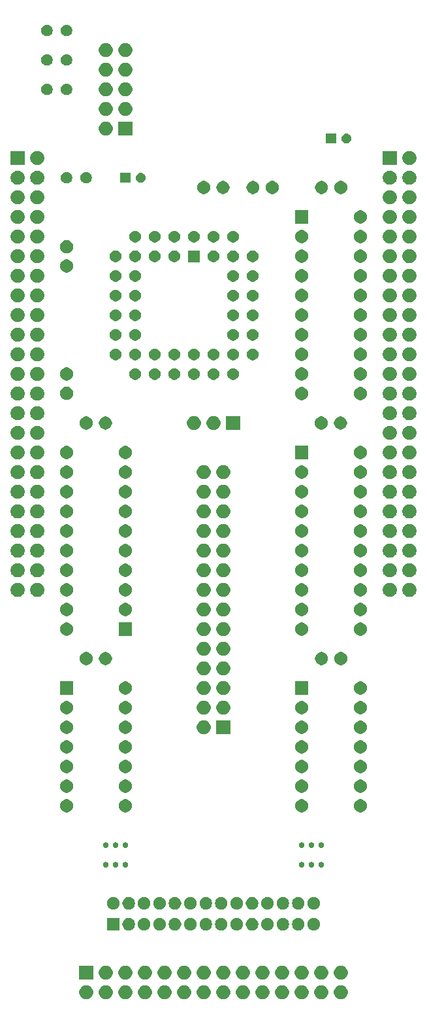
<source format=gbr>
G04 #@! TF.GenerationSoftware,KiCad,Pcbnew,(5.1.5)-3*
G04 #@! TF.CreationDate,2020-06-03T17:33:56-04:00*
G04 #@! TF.ProjectId,beaglesatella_cape,62656167-6c65-4736-9174-656c6c615f63,rev?*
G04 #@! TF.SameCoordinates,Original*
G04 #@! TF.FileFunction,Soldermask,Top*
G04 #@! TF.FilePolarity,Negative*
%FSLAX46Y46*%
G04 Gerber Fmt 4.6, Leading zero omitted, Abs format (unit mm)*
G04 Created by KiCad (PCBNEW (5.1.5)-3) date 2020-06-03 17:33:56*
%MOMM*%
%LPD*%
G04 APERTURE LIST*
%ADD10C,0.100000*%
G04 APERTURE END LIST*
D10*
G36*
X158542754Y-169465817D02*
G01*
X158706689Y-169533721D01*
X158854227Y-169632303D01*
X158979697Y-169757773D01*
X159078279Y-169905311D01*
X159146183Y-170069246D01*
X159180800Y-170243279D01*
X159180800Y-170420721D01*
X159146183Y-170594754D01*
X159078279Y-170758689D01*
X158979697Y-170906227D01*
X158854227Y-171031697D01*
X158706689Y-171130279D01*
X158542754Y-171198183D01*
X158368721Y-171232800D01*
X158191279Y-171232800D01*
X158017246Y-171198183D01*
X157853311Y-171130279D01*
X157705773Y-171031697D01*
X157580303Y-170906227D01*
X157481721Y-170758689D01*
X157413817Y-170594754D01*
X157379200Y-170420721D01*
X157379200Y-170243279D01*
X157413817Y-170069246D01*
X157481721Y-169905311D01*
X157580303Y-169757773D01*
X157705773Y-169632303D01*
X157853311Y-169533721D01*
X158017246Y-169465817D01*
X158191279Y-169431200D01*
X158368721Y-169431200D01*
X158542754Y-169465817D01*
G37*
G36*
X156002754Y-169465817D02*
G01*
X156166689Y-169533721D01*
X156314227Y-169632303D01*
X156439697Y-169757773D01*
X156538279Y-169905311D01*
X156606183Y-170069246D01*
X156640800Y-170243279D01*
X156640800Y-170420721D01*
X156606183Y-170594754D01*
X156538279Y-170758689D01*
X156439697Y-170906227D01*
X156314227Y-171031697D01*
X156166689Y-171130279D01*
X156002754Y-171198183D01*
X155828721Y-171232800D01*
X155651279Y-171232800D01*
X155477246Y-171198183D01*
X155313311Y-171130279D01*
X155165773Y-171031697D01*
X155040303Y-170906227D01*
X154941721Y-170758689D01*
X154873817Y-170594754D01*
X154839200Y-170420721D01*
X154839200Y-170243279D01*
X154873817Y-170069246D01*
X154941721Y-169905311D01*
X155040303Y-169757773D01*
X155165773Y-169632303D01*
X155313311Y-169533721D01*
X155477246Y-169465817D01*
X155651279Y-169431200D01*
X155828721Y-169431200D01*
X156002754Y-169465817D01*
G37*
G36*
X125522754Y-169465817D02*
G01*
X125686689Y-169533721D01*
X125834227Y-169632303D01*
X125959697Y-169757773D01*
X126058279Y-169905311D01*
X126126183Y-170069246D01*
X126160800Y-170243279D01*
X126160800Y-170420721D01*
X126126183Y-170594754D01*
X126058279Y-170758689D01*
X125959697Y-170906227D01*
X125834227Y-171031697D01*
X125686689Y-171130279D01*
X125522754Y-171198183D01*
X125348721Y-171232800D01*
X125171279Y-171232800D01*
X124997246Y-171198183D01*
X124833311Y-171130279D01*
X124685773Y-171031697D01*
X124560303Y-170906227D01*
X124461721Y-170758689D01*
X124393817Y-170594754D01*
X124359200Y-170420721D01*
X124359200Y-170243279D01*
X124393817Y-170069246D01*
X124461721Y-169905311D01*
X124560303Y-169757773D01*
X124685773Y-169632303D01*
X124833311Y-169533721D01*
X124997246Y-169465817D01*
X125171279Y-169431200D01*
X125348721Y-169431200D01*
X125522754Y-169465817D01*
G37*
G36*
X128062754Y-169465817D02*
G01*
X128226689Y-169533721D01*
X128374227Y-169632303D01*
X128499697Y-169757773D01*
X128598279Y-169905311D01*
X128666183Y-170069246D01*
X128700800Y-170243279D01*
X128700800Y-170420721D01*
X128666183Y-170594754D01*
X128598279Y-170758689D01*
X128499697Y-170906227D01*
X128374227Y-171031697D01*
X128226689Y-171130279D01*
X128062754Y-171198183D01*
X127888721Y-171232800D01*
X127711279Y-171232800D01*
X127537246Y-171198183D01*
X127373311Y-171130279D01*
X127225773Y-171031697D01*
X127100303Y-170906227D01*
X127001721Y-170758689D01*
X126933817Y-170594754D01*
X126899200Y-170420721D01*
X126899200Y-170243279D01*
X126933817Y-170069246D01*
X127001721Y-169905311D01*
X127100303Y-169757773D01*
X127225773Y-169632303D01*
X127373311Y-169533721D01*
X127537246Y-169465817D01*
X127711279Y-169431200D01*
X127888721Y-169431200D01*
X128062754Y-169465817D01*
G37*
G36*
X130602754Y-169465817D02*
G01*
X130766689Y-169533721D01*
X130914227Y-169632303D01*
X131039697Y-169757773D01*
X131138279Y-169905311D01*
X131206183Y-170069246D01*
X131240800Y-170243279D01*
X131240800Y-170420721D01*
X131206183Y-170594754D01*
X131138279Y-170758689D01*
X131039697Y-170906227D01*
X130914227Y-171031697D01*
X130766689Y-171130279D01*
X130602754Y-171198183D01*
X130428721Y-171232800D01*
X130251279Y-171232800D01*
X130077246Y-171198183D01*
X129913311Y-171130279D01*
X129765773Y-171031697D01*
X129640303Y-170906227D01*
X129541721Y-170758689D01*
X129473817Y-170594754D01*
X129439200Y-170420721D01*
X129439200Y-170243279D01*
X129473817Y-170069246D01*
X129541721Y-169905311D01*
X129640303Y-169757773D01*
X129765773Y-169632303D01*
X129913311Y-169533721D01*
X130077246Y-169465817D01*
X130251279Y-169431200D01*
X130428721Y-169431200D01*
X130602754Y-169465817D01*
G37*
G36*
X133142754Y-169465817D02*
G01*
X133306689Y-169533721D01*
X133454227Y-169632303D01*
X133579697Y-169757773D01*
X133678279Y-169905311D01*
X133746183Y-170069246D01*
X133780800Y-170243279D01*
X133780800Y-170420721D01*
X133746183Y-170594754D01*
X133678279Y-170758689D01*
X133579697Y-170906227D01*
X133454227Y-171031697D01*
X133306689Y-171130279D01*
X133142754Y-171198183D01*
X132968721Y-171232800D01*
X132791279Y-171232800D01*
X132617246Y-171198183D01*
X132453311Y-171130279D01*
X132305773Y-171031697D01*
X132180303Y-170906227D01*
X132081721Y-170758689D01*
X132013817Y-170594754D01*
X131979200Y-170420721D01*
X131979200Y-170243279D01*
X132013817Y-170069246D01*
X132081721Y-169905311D01*
X132180303Y-169757773D01*
X132305773Y-169632303D01*
X132453311Y-169533721D01*
X132617246Y-169465817D01*
X132791279Y-169431200D01*
X132968721Y-169431200D01*
X133142754Y-169465817D01*
G37*
G36*
X135682754Y-169465817D02*
G01*
X135846689Y-169533721D01*
X135994227Y-169632303D01*
X136119697Y-169757773D01*
X136218279Y-169905311D01*
X136286183Y-170069246D01*
X136320800Y-170243279D01*
X136320800Y-170420721D01*
X136286183Y-170594754D01*
X136218279Y-170758689D01*
X136119697Y-170906227D01*
X135994227Y-171031697D01*
X135846689Y-171130279D01*
X135682754Y-171198183D01*
X135508721Y-171232800D01*
X135331279Y-171232800D01*
X135157246Y-171198183D01*
X134993311Y-171130279D01*
X134845773Y-171031697D01*
X134720303Y-170906227D01*
X134621721Y-170758689D01*
X134553817Y-170594754D01*
X134519200Y-170420721D01*
X134519200Y-170243279D01*
X134553817Y-170069246D01*
X134621721Y-169905311D01*
X134720303Y-169757773D01*
X134845773Y-169632303D01*
X134993311Y-169533721D01*
X135157246Y-169465817D01*
X135331279Y-169431200D01*
X135508721Y-169431200D01*
X135682754Y-169465817D01*
G37*
G36*
X138222754Y-169465817D02*
G01*
X138386689Y-169533721D01*
X138534227Y-169632303D01*
X138659697Y-169757773D01*
X138758279Y-169905311D01*
X138826183Y-170069246D01*
X138860800Y-170243279D01*
X138860800Y-170420721D01*
X138826183Y-170594754D01*
X138758279Y-170758689D01*
X138659697Y-170906227D01*
X138534227Y-171031697D01*
X138386689Y-171130279D01*
X138222754Y-171198183D01*
X138048721Y-171232800D01*
X137871279Y-171232800D01*
X137697246Y-171198183D01*
X137533311Y-171130279D01*
X137385773Y-171031697D01*
X137260303Y-170906227D01*
X137161721Y-170758689D01*
X137093817Y-170594754D01*
X137059200Y-170420721D01*
X137059200Y-170243279D01*
X137093817Y-170069246D01*
X137161721Y-169905311D01*
X137260303Y-169757773D01*
X137385773Y-169632303D01*
X137533311Y-169533721D01*
X137697246Y-169465817D01*
X137871279Y-169431200D01*
X138048721Y-169431200D01*
X138222754Y-169465817D01*
G37*
G36*
X143302754Y-169465817D02*
G01*
X143466689Y-169533721D01*
X143614227Y-169632303D01*
X143739697Y-169757773D01*
X143838279Y-169905311D01*
X143906183Y-170069246D01*
X143940800Y-170243279D01*
X143940800Y-170420721D01*
X143906183Y-170594754D01*
X143838279Y-170758689D01*
X143739697Y-170906227D01*
X143614227Y-171031697D01*
X143466689Y-171130279D01*
X143302754Y-171198183D01*
X143128721Y-171232800D01*
X142951279Y-171232800D01*
X142777246Y-171198183D01*
X142613311Y-171130279D01*
X142465773Y-171031697D01*
X142340303Y-170906227D01*
X142241721Y-170758689D01*
X142173817Y-170594754D01*
X142139200Y-170420721D01*
X142139200Y-170243279D01*
X142173817Y-170069246D01*
X142241721Y-169905311D01*
X142340303Y-169757773D01*
X142465773Y-169632303D01*
X142613311Y-169533721D01*
X142777246Y-169465817D01*
X142951279Y-169431200D01*
X143128721Y-169431200D01*
X143302754Y-169465817D01*
G37*
G36*
X140762754Y-169465817D02*
G01*
X140926689Y-169533721D01*
X141074227Y-169632303D01*
X141199697Y-169757773D01*
X141298279Y-169905311D01*
X141366183Y-170069246D01*
X141400800Y-170243279D01*
X141400800Y-170420721D01*
X141366183Y-170594754D01*
X141298279Y-170758689D01*
X141199697Y-170906227D01*
X141074227Y-171031697D01*
X140926689Y-171130279D01*
X140762754Y-171198183D01*
X140588721Y-171232800D01*
X140411279Y-171232800D01*
X140237246Y-171198183D01*
X140073311Y-171130279D01*
X139925773Y-171031697D01*
X139800303Y-170906227D01*
X139701721Y-170758689D01*
X139633817Y-170594754D01*
X139599200Y-170420721D01*
X139599200Y-170243279D01*
X139633817Y-170069246D01*
X139701721Y-169905311D01*
X139800303Y-169757773D01*
X139925773Y-169632303D01*
X140073311Y-169533721D01*
X140237246Y-169465817D01*
X140411279Y-169431200D01*
X140588721Y-169431200D01*
X140762754Y-169465817D01*
G37*
G36*
X153462754Y-169465817D02*
G01*
X153626689Y-169533721D01*
X153774227Y-169632303D01*
X153899697Y-169757773D01*
X153998279Y-169905311D01*
X154066183Y-170069246D01*
X154100800Y-170243279D01*
X154100800Y-170420721D01*
X154066183Y-170594754D01*
X153998279Y-170758689D01*
X153899697Y-170906227D01*
X153774227Y-171031697D01*
X153626689Y-171130279D01*
X153462754Y-171198183D01*
X153288721Y-171232800D01*
X153111279Y-171232800D01*
X152937246Y-171198183D01*
X152773311Y-171130279D01*
X152625773Y-171031697D01*
X152500303Y-170906227D01*
X152401721Y-170758689D01*
X152333817Y-170594754D01*
X152299200Y-170420721D01*
X152299200Y-170243279D01*
X152333817Y-170069246D01*
X152401721Y-169905311D01*
X152500303Y-169757773D01*
X152625773Y-169632303D01*
X152773311Y-169533721D01*
X152937246Y-169465817D01*
X153111279Y-169431200D01*
X153288721Y-169431200D01*
X153462754Y-169465817D01*
G37*
G36*
X150922754Y-169465817D02*
G01*
X151086689Y-169533721D01*
X151234227Y-169632303D01*
X151359697Y-169757773D01*
X151458279Y-169905311D01*
X151526183Y-170069246D01*
X151560800Y-170243279D01*
X151560800Y-170420721D01*
X151526183Y-170594754D01*
X151458279Y-170758689D01*
X151359697Y-170906227D01*
X151234227Y-171031697D01*
X151086689Y-171130279D01*
X150922754Y-171198183D01*
X150748721Y-171232800D01*
X150571279Y-171232800D01*
X150397246Y-171198183D01*
X150233311Y-171130279D01*
X150085773Y-171031697D01*
X149960303Y-170906227D01*
X149861721Y-170758689D01*
X149793817Y-170594754D01*
X149759200Y-170420721D01*
X149759200Y-170243279D01*
X149793817Y-170069246D01*
X149861721Y-169905311D01*
X149960303Y-169757773D01*
X150085773Y-169632303D01*
X150233311Y-169533721D01*
X150397246Y-169465817D01*
X150571279Y-169431200D01*
X150748721Y-169431200D01*
X150922754Y-169465817D01*
G37*
G36*
X145842754Y-169465817D02*
G01*
X146006689Y-169533721D01*
X146154227Y-169632303D01*
X146279697Y-169757773D01*
X146378279Y-169905311D01*
X146446183Y-170069246D01*
X146480800Y-170243279D01*
X146480800Y-170420721D01*
X146446183Y-170594754D01*
X146378279Y-170758689D01*
X146279697Y-170906227D01*
X146154227Y-171031697D01*
X146006689Y-171130279D01*
X145842754Y-171198183D01*
X145668721Y-171232800D01*
X145491279Y-171232800D01*
X145317246Y-171198183D01*
X145153311Y-171130279D01*
X145005773Y-171031697D01*
X144880303Y-170906227D01*
X144781721Y-170758689D01*
X144713817Y-170594754D01*
X144679200Y-170420721D01*
X144679200Y-170243279D01*
X144713817Y-170069246D01*
X144781721Y-169905311D01*
X144880303Y-169757773D01*
X145005773Y-169632303D01*
X145153311Y-169533721D01*
X145317246Y-169465817D01*
X145491279Y-169431200D01*
X145668721Y-169431200D01*
X145842754Y-169465817D01*
G37*
G36*
X148382754Y-169465817D02*
G01*
X148546689Y-169533721D01*
X148694227Y-169632303D01*
X148819697Y-169757773D01*
X148918279Y-169905311D01*
X148986183Y-170069246D01*
X149020800Y-170243279D01*
X149020800Y-170420721D01*
X148986183Y-170594754D01*
X148918279Y-170758689D01*
X148819697Y-170906227D01*
X148694227Y-171031697D01*
X148546689Y-171130279D01*
X148382754Y-171198183D01*
X148208721Y-171232800D01*
X148031279Y-171232800D01*
X147857246Y-171198183D01*
X147693311Y-171130279D01*
X147545773Y-171031697D01*
X147420303Y-170906227D01*
X147321721Y-170758689D01*
X147253817Y-170594754D01*
X147219200Y-170420721D01*
X147219200Y-170243279D01*
X147253817Y-170069246D01*
X147321721Y-169905311D01*
X147420303Y-169757773D01*
X147545773Y-169632303D01*
X147693311Y-169533721D01*
X147857246Y-169465817D01*
X148031279Y-169431200D01*
X148208721Y-169431200D01*
X148382754Y-169465817D01*
G37*
G36*
X133142754Y-166925817D02*
G01*
X133306689Y-166993721D01*
X133454227Y-167092303D01*
X133579697Y-167217773D01*
X133678279Y-167365311D01*
X133746183Y-167529246D01*
X133780800Y-167703279D01*
X133780800Y-167880721D01*
X133746183Y-168054754D01*
X133678279Y-168218689D01*
X133579697Y-168366227D01*
X133454227Y-168491697D01*
X133306689Y-168590279D01*
X133142754Y-168658183D01*
X132968721Y-168692800D01*
X132791279Y-168692800D01*
X132617246Y-168658183D01*
X132453311Y-168590279D01*
X132305773Y-168491697D01*
X132180303Y-168366227D01*
X132081721Y-168218689D01*
X132013817Y-168054754D01*
X131979200Y-167880721D01*
X131979200Y-167703279D01*
X132013817Y-167529246D01*
X132081721Y-167365311D01*
X132180303Y-167217773D01*
X132305773Y-167092303D01*
X132453311Y-166993721D01*
X132617246Y-166925817D01*
X132791279Y-166891200D01*
X132968721Y-166891200D01*
X133142754Y-166925817D01*
G37*
G36*
X138222754Y-166925817D02*
G01*
X138386689Y-166993721D01*
X138534227Y-167092303D01*
X138659697Y-167217773D01*
X138758279Y-167365311D01*
X138826183Y-167529246D01*
X138860800Y-167703279D01*
X138860800Y-167880721D01*
X138826183Y-168054754D01*
X138758279Y-168218689D01*
X138659697Y-168366227D01*
X138534227Y-168491697D01*
X138386689Y-168590279D01*
X138222754Y-168658183D01*
X138048721Y-168692800D01*
X137871279Y-168692800D01*
X137697246Y-168658183D01*
X137533311Y-168590279D01*
X137385773Y-168491697D01*
X137260303Y-168366227D01*
X137161721Y-168218689D01*
X137093817Y-168054754D01*
X137059200Y-167880721D01*
X137059200Y-167703279D01*
X137093817Y-167529246D01*
X137161721Y-167365311D01*
X137260303Y-167217773D01*
X137385773Y-167092303D01*
X137533311Y-166993721D01*
X137697246Y-166925817D01*
X137871279Y-166891200D01*
X138048721Y-166891200D01*
X138222754Y-166925817D01*
G37*
G36*
X140762754Y-166925817D02*
G01*
X140926689Y-166993721D01*
X141074227Y-167092303D01*
X141199697Y-167217773D01*
X141298279Y-167365311D01*
X141366183Y-167529246D01*
X141400800Y-167703279D01*
X141400800Y-167880721D01*
X141366183Y-168054754D01*
X141298279Y-168218689D01*
X141199697Y-168366227D01*
X141074227Y-168491697D01*
X140926689Y-168590279D01*
X140762754Y-168658183D01*
X140588721Y-168692800D01*
X140411279Y-168692800D01*
X140237246Y-168658183D01*
X140073311Y-168590279D01*
X139925773Y-168491697D01*
X139800303Y-168366227D01*
X139701721Y-168218689D01*
X139633817Y-168054754D01*
X139599200Y-167880721D01*
X139599200Y-167703279D01*
X139633817Y-167529246D01*
X139701721Y-167365311D01*
X139800303Y-167217773D01*
X139925773Y-167092303D01*
X140073311Y-166993721D01*
X140237246Y-166925817D01*
X140411279Y-166891200D01*
X140588721Y-166891200D01*
X140762754Y-166925817D01*
G37*
G36*
X126160800Y-168692800D02*
G01*
X124359200Y-168692800D01*
X124359200Y-166891200D01*
X126160800Y-166891200D01*
X126160800Y-168692800D01*
G37*
G36*
X143302754Y-166925817D02*
G01*
X143466689Y-166993721D01*
X143614227Y-167092303D01*
X143739697Y-167217773D01*
X143838279Y-167365311D01*
X143906183Y-167529246D01*
X143940800Y-167703279D01*
X143940800Y-167880721D01*
X143906183Y-168054754D01*
X143838279Y-168218689D01*
X143739697Y-168366227D01*
X143614227Y-168491697D01*
X143466689Y-168590279D01*
X143302754Y-168658183D01*
X143128721Y-168692800D01*
X142951279Y-168692800D01*
X142777246Y-168658183D01*
X142613311Y-168590279D01*
X142465773Y-168491697D01*
X142340303Y-168366227D01*
X142241721Y-168218689D01*
X142173817Y-168054754D01*
X142139200Y-167880721D01*
X142139200Y-167703279D01*
X142173817Y-167529246D01*
X142241721Y-167365311D01*
X142340303Y-167217773D01*
X142465773Y-167092303D01*
X142613311Y-166993721D01*
X142777246Y-166925817D01*
X142951279Y-166891200D01*
X143128721Y-166891200D01*
X143302754Y-166925817D01*
G37*
G36*
X145842754Y-166925817D02*
G01*
X146006689Y-166993721D01*
X146154227Y-167092303D01*
X146279697Y-167217773D01*
X146378279Y-167365311D01*
X146446183Y-167529246D01*
X146480800Y-167703279D01*
X146480800Y-167880721D01*
X146446183Y-168054754D01*
X146378279Y-168218689D01*
X146279697Y-168366227D01*
X146154227Y-168491697D01*
X146006689Y-168590279D01*
X145842754Y-168658183D01*
X145668721Y-168692800D01*
X145491279Y-168692800D01*
X145317246Y-168658183D01*
X145153311Y-168590279D01*
X145005773Y-168491697D01*
X144880303Y-168366227D01*
X144781721Y-168218689D01*
X144713817Y-168054754D01*
X144679200Y-167880721D01*
X144679200Y-167703279D01*
X144713817Y-167529246D01*
X144781721Y-167365311D01*
X144880303Y-167217773D01*
X145005773Y-167092303D01*
X145153311Y-166993721D01*
X145317246Y-166925817D01*
X145491279Y-166891200D01*
X145668721Y-166891200D01*
X145842754Y-166925817D01*
G37*
G36*
X135682754Y-166925817D02*
G01*
X135846689Y-166993721D01*
X135994227Y-167092303D01*
X136119697Y-167217773D01*
X136218279Y-167365311D01*
X136286183Y-167529246D01*
X136320800Y-167703279D01*
X136320800Y-167880721D01*
X136286183Y-168054754D01*
X136218279Y-168218689D01*
X136119697Y-168366227D01*
X135994227Y-168491697D01*
X135846689Y-168590279D01*
X135682754Y-168658183D01*
X135508721Y-168692800D01*
X135331279Y-168692800D01*
X135157246Y-168658183D01*
X134993311Y-168590279D01*
X134845773Y-168491697D01*
X134720303Y-168366227D01*
X134621721Y-168218689D01*
X134553817Y-168054754D01*
X134519200Y-167880721D01*
X134519200Y-167703279D01*
X134553817Y-167529246D01*
X134621721Y-167365311D01*
X134720303Y-167217773D01*
X134845773Y-167092303D01*
X134993311Y-166993721D01*
X135157246Y-166925817D01*
X135331279Y-166891200D01*
X135508721Y-166891200D01*
X135682754Y-166925817D01*
G37*
G36*
X130602754Y-166925817D02*
G01*
X130766689Y-166993721D01*
X130914227Y-167092303D01*
X131039697Y-167217773D01*
X131138279Y-167365311D01*
X131206183Y-167529246D01*
X131240800Y-167703279D01*
X131240800Y-167880721D01*
X131206183Y-168054754D01*
X131138279Y-168218689D01*
X131039697Y-168366227D01*
X130914227Y-168491697D01*
X130766689Y-168590279D01*
X130602754Y-168658183D01*
X130428721Y-168692800D01*
X130251279Y-168692800D01*
X130077246Y-168658183D01*
X129913311Y-168590279D01*
X129765773Y-168491697D01*
X129640303Y-168366227D01*
X129541721Y-168218689D01*
X129473817Y-168054754D01*
X129439200Y-167880721D01*
X129439200Y-167703279D01*
X129473817Y-167529246D01*
X129541721Y-167365311D01*
X129640303Y-167217773D01*
X129765773Y-167092303D01*
X129913311Y-166993721D01*
X130077246Y-166925817D01*
X130251279Y-166891200D01*
X130428721Y-166891200D01*
X130602754Y-166925817D01*
G37*
G36*
X150922754Y-166925817D02*
G01*
X151086689Y-166993721D01*
X151234227Y-167092303D01*
X151359697Y-167217773D01*
X151458279Y-167365311D01*
X151526183Y-167529246D01*
X151560800Y-167703279D01*
X151560800Y-167880721D01*
X151526183Y-168054754D01*
X151458279Y-168218689D01*
X151359697Y-168366227D01*
X151234227Y-168491697D01*
X151086689Y-168590279D01*
X150922754Y-168658183D01*
X150748721Y-168692800D01*
X150571279Y-168692800D01*
X150397246Y-168658183D01*
X150233311Y-168590279D01*
X150085773Y-168491697D01*
X149960303Y-168366227D01*
X149861721Y-168218689D01*
X149793817Y-168054754D01*
X149759200Y-167880721D01*
X149759200Y-167703279D01*
X149793817Y-167529246D01*
X149861721Y-167365311D01*
X149960303Y-167217773D01*
X150085773Y-167092303D01*
X150233311Y-166993721D01*
X150397246Y-166925817D01*
X150571279Y-166891200D01*
X150748721Y-166891200D01*
X150922754Y-166925817D01*
G37*
G36*
X158542754Y-166925817D02*
G01*
X158706689Y-166993721D01*
X158854227Y-167092303D01*
X158979697Y-167217773D01*
X159078279Y-167365311D01*
X159146183Y-167529246D01*
X159180800Y-167703279D01*
X159180800Y-167880721D01*
X159146183Y-168054754D01*
X159078279Y-168218689D01*
X158979697Y-168366227D01*
X158854227Y-168491697D01*
X158706689Y-168590279D01*
X158542754Y-168658183D01*
X158368721Y-168692800D01*
X158191279Y-168692800D01*
X158017246Y-168658183D01*
X157853311Y-168590279D01*
X157705773Y-168491697D01*
X157580303Y-168366227D01*
X157481721Y-168218689D01*
X157413817Y-168054754D01*
X157379200Y-167880721D01*
X157379200Y-167703279D01*
X157413817Y-167529246D01*
X157481721Y-167365311D01*
X157580303Y-167217773D01*
X157705773Y-167092303D01*
X157853311Y-166993721D01*
X158017246Y-166925817D01*
X158191279Y-166891200D01*
X158368721Y-166891200D01*
X158542754Y-166925817D01*
G37*
G36*
X153462754Y-166925817D02*
G01*
X153626689Y-166993721D01*
X153774227Y-167092303D01*
X153899697Y-167217773D01*
X153998279Y-167365311D01*
X154066183Y-167529246D01*
X154100800Y-167703279D01*
X154100800Y-167880721D01*
X154066183Y-168054754D01*
X153998279Y-168218689D01*
X153899697Y-168366227D01*
X153774227Y-168491697D01*
X153626689Y-168590279D01*
X153462754Y-168658183D01*
X153288721Y-168692800D01*
X153111279Y-168692800D01*
X152937246Y-168658183D01*
X152773311Y-168590279D01*
X152625773Y-168491697D01*
X152500303Y-168366227D01*
X152401721Y-168218689D01*
X152333817Y-168054754D01*
X152299200Y-167880721D01*
X152299200Y-167703279D01*
X152333817Y-167529246D01*
X152401721Y-167365311D01*
X152500303Y-167217773D01*
X152625773Y-167092303D01*
X152773311Y-166993721D01*
X152937246Y-166925817D01*
X153111279Y-166891200D01*
X153288721Y-166891200D01*
X153462754Y-166925817D01*
G37*
G36*
X128062754Y-166925817D02*
G01*
X128226689Y-166993721D01*
X128374227Y-167092303D01*
X128499697Y-167217773D01*
X128598279Y-167365311D01*
X128666183Y-167529246D01*
X128700800Y-167703279D01*
X128700800Y-167880721D01*
X128666183Y-168054754D01*
X128598279Y-168218689D01*
X128499697Y-168366227D01*
X128374227Y-168491697D01*
X128226689Y-168590279D01*
X128062754Y-168658183D01*
X127888721Y-168692800D01*
X127711279Y-168692800D01*
X127537246Y-168658183D01*
X127373311Y-168590279D01*
X127225773Y-168491697D01*
X127100303Y-168366227D01*
X127001721Y-168218689D01*
X126933817Y-168054754D01*
X126899200Y-167880721D01*
X126899200Y-167703279D01*
X126933817Y-167529246D01*
X127001721Y-167365311D01*
X127100303Y-167217773D01*
X127225773Y-167092303D01*
X127373311Y-166993721D01*
X127537246Y-166925817D01*
X127711279Y-166891200D01*
X127888721Y-166891200D01*
X128062754Y-166925817D01*
G37*
G36*
X156002754Y-166925817D02*
G01*
X156166689Y-166993721D01*
X156314227Y-167092303D01*
X156439697Y-167217773D01*
X156538279Y-167365311D01*
X156606183Y-167529246D01*
X156640800Y-167703279D01*
X156640800Y-167880721D01*
X156606183Y-168054754D01*
X156538279Y-168218689D01*
X156439697Y-168366227D01*
X156314227Y-168491697D01*
X156166689Y-168590279D01*
X156002754Y-168658183D01*
X155828721Y-168692800D01*
X155651279Y-168692800D01*
X155477246Y-168658183D01*
X155313311Y-168590279D01*
X155165773Y-168491697D01*
X155040303Y-168366227D01*
X154941721Y-168218689D01*
X154873817Y-168054754D01*
X154839200Y-167880721D01*
X154839200Y-167703279D01*
X154873817Y-167529246D01*
X154941721Y-167365311D01*
X155040303Y-167217773D01*
X155165773Y-167092303D01*
X155313311Y-166993721D01*
X155477246Y-166925817D01*
X155651279Y-166891200D01*
X155828721Y-166891200D01*
X156002754Y-166925817D01*
G37*
G36*
X148382754Y-166925817D02*
G01*
X148546689Y-166993721D01*
X148694227Y-167092303D01*
X148819697Y-167217773D01*
X148918279Y-167365311D01*
X148986183Y-167529246D01*
X149020800Y-167703279D01*
X149020800Y-167880721D01*
X148986183Y-168054754D01*
X148918279Y-168218689D01*
X148819697Y-168366227D01*
X148694227Y-168491697D01*
X148546689Y-168590279D01*
X148382754Y-168658183D01*
X148208721Y-168692800D01*
X148031279Y-168692800D01*
X147857246Y-168658183D01*
X147693311Y-168590279D01*
X147545773Y-168491697D01*
X147420303Y-168366227D01*
X147321721Y-168218689D01*
X147253817Y-168054754D01*
X147219200Y-167880721D01*
X147219200Y-167703279D01*
X147253817Y-167529246D01*
X147321721Y-167365311D01*
X147420303Y-167217773D01*
X147545773Y-167092303D01*
X147693311Y-166993721D01*
X147857246Y-166925817D01*
X148031279Y-166891200D01*
X148208721Y-166891200D01*
X148382754Y-166925817D01*
G37*
G36*
X141007086Y-160740435D02*
G01*
X141155003Y-160801704D01*
X141288134Y-160890660D01*
X141401340Y-161003866D01*
X141490296Y-161136997D01*
X141551565Y-161284914D01*
X141582800Y-161441946D01*
X141582800Y-161602054D01*
X141551565Y-161759086D01*
X141490296Y-161907003D01*
X141401340Y-162040134D01*
X141288134Y-162153340D01*
X141155003Y-162242296D01*
X141007086Y-162303565D01*
X140850054Y-162334800D01*
X140689946Y-162334800D01*
X140532914Y-162303565D01*
X140384997Y-162242296D01*
X140251866Y-162153340D01*
X140138660Y-162040134D01*
X140049704Y-161907003D01*
X139988435Y-161759086D01*
X139957200Y-161602054D01*
X139957200Y-161441946D01*
X139988435Y-161284914D01*
X140049704Y-161136997D01*
X140138660Y-161003866D01*
X140251866Y-160890660D01*
X140384997Y-160801704D01*
X140532914Y-160740435D01*
X140689946Y-160709200D01*
X140850054Y-160709200D01*
X141007086Y-160740435D01*
G37*
G36*
X143007086Y-160740435D02*
G01*
X143155003Y-160801704D01*
X143288134Y-160890660D01*
X143401340Y-161003866D01*
X143490296Y-161136997D01*
X143551565Y-161284914D01*
X143582800Y-161441946D01*
X143582800Y-161602054D01*
X143551565Y-161759086D01*
X143490296Y-161907003D01*
X143401340Y-162040134D01*
X143288134Y-162153340D01*
X143155003Y-162242296D01*
X143007086Y-162303565D01*
X142850054Y-162334800D01*
X142689946Y-162334800D01*
X142532914Y-162303565D01*
X142384997Y-162242296D01*
X142251866Y-162153340D01*
X142138660Y-162040134D01*
X142049704Y-161907003D01*
X141988435Y-161759086D01*
X141957200Y-161602054D01*
X141957200Y-161441946D01*
X141988435Y-161284914D01*
X142049704Y-161136997D01*
X142138660Y-161003866D01*
X142251866Y-160890660D01*
X142384997Y-160801704D01*
X142532914Y-160740435D01*
X142689946Y-160709200D01*
X142850054Y-160709200D01*
X143007086Y-160740435D01*
G37*
G36*
X137007086Y-160740435D02*
G01*
X137155003Y-160801704D01*
X137288134Y-160890660D01*
X137401340Y-161003866D01*
X137490296Y-161136997D01*
X137551565Y-161284914D01*
X137582800Y-161441946D01*
X137582800Y-161602054D01*
X137551565Y-161759086D01*
X137490296Y-161907003D01*
X137401340Y-162040134D01*
X137288134Y-162153340D01*
X137155003Y-162242296D01*
X137007086Y-162303565D01*
X136850054Y-162334800D01*
X136689946Y-162334800D01*
X136532914Y-162303565D01*
X136384997Y-162242296D01*
X136251866Y-162153340D01*
X136138660Y-162040134D01*
X136049704Y-161907003D01*
X135988435Y-161759086D01*
X135957200Y-161602054D01*
X135957200Y-161441946D01*
X135988435Y-161284914D01*
X136049704Y-161136997D01*
X136138660Y-161003866D01*
X136251866Y-160890660D01*
X136384997Y-160801704D01*
X136532914Y-160740435D01*
X136689946Y-160709200D01*
X136850054Y-160709200D01*
X137007086Y-160740435D01*
G37*
G36*
X131007086Y-160740435D02*
G01*
X131155003Y-160801704D01*
X131288134Y-160890660D01*
X131401340Y-161003866D01*
X131490296Y-161136997D01*
X131551565Y-161284914D01*
X131582800Y-161441946D01*
X131582800Y-161602054D01*
X131551565Y-161759086D01*
X131490296Y-161907003D01*
X131401340Y-162040134D01*
X131288134Y-162153340D01*
X131155003Y-162242296D01*
X131007086Y-162303565D01*
X130850054Y-162334800D01*
X130689946Y-162334800D01*
X130532914Y-162303565D01*
X130384997Y-162242296D01*
X130251866Y-162153340D01*
X130138660Y-162040134D01*
X130049704Y-161907003D01*
X129988435Y-161759086D01*
X129957200Y-161602054D01*
X129957200Y-161441946D01*
X129988435Y-161284914D01*
X130049704Y-161136997D01*
X130138660Y-161003866D01*
X130251866Y-160890660D01*
X130384997Y-160801704D01*
X130532914Y-160740435D01*
X130689946Y-160709200D01*
X130850054Y-160709200D01*
X131007086Y-160740435D01*
G37*
G36*
X133007086Y-160740435D02*
G01*
X133155003Y-160801704D01*
X133288134Y-160890660D01*
X133401340Y-161003866D01*
X133490296Y-161136997D01*
X133551565Y-161284914D01*
X133582800Y-161441946D01*
X133582800Y-161602054D01*
X133551565Y-161759086D01*
X133490296Y-161907003D01*
X133401340Y-162040134D01*
X133288134Y-162153340D01*
X133155003Y-162242296D01*
X133007086Y-162303565D01*
X132850054Y-162334800D01*
X132689946Y-162334800D01*
X132532914Y-162303565D01*
X132384997Y-162242296D01*
X132251866Y-162153340D01*
X132138660Y-162040134D01*
X132049704Y-161907003D01*
X131988435Y-161759086D01*
X131957200Y-161602054D01*
X131957200Y-161441946D01*
X131988435Y-161284914D01*
X132049704Y-161136997D01*
X132138660Y-161003866D01*
X132251866Y-160890660D01*
X132384997Y-160801704D01*
X132532914Y-160740435D01*
X132689946Y-160709200D01*
X132850054Y-160709200D01*
X133007086Y-160740435D01*
G37*
G36*
X129582800Y-162334800D02*
G01*
X127957200Y-162334800D01*
X127957200Y-160709200D01*
X129582800Y-160709200D01*
X129582800Y-162334800D01*
G37*
G36*
X145007086Y-160740435D02*
G01*
X145155003Y-160801704D01*
X145288134Y-160890660D01*
X145401340Y-161003866D01*
X145490296Y-161136997D01*
X145551565Y-161284914D01*
X145582800Y-161441946D01*
X145582800Y-161602054D01*
X145551565Y-161759086D01*
X145490296Y-161907003D01*
X145401340Y-162040134D01*
X145288134Y-162153340D01*
X145155003Y-162242296D01*
X145007086Y-162303565D01*
X144850054Y-162334800D01*
X144689946Y-162334800D01*
X144532914Y-162303565D01*
X144384997Y-162242296D01*
X144251866Y-162153340D01*
X144138660Y-162040134D01*
X144049704Y-161907003D01*
X143988435Y-161759086D01*
X143957200Y-161602054D01*
X143957200Y-161441946D01*
X143988435Y-161284914D01*
X144049704Y-161136997D01*
X144138660Y-161003866D01*
X144251866Y-160890660D01*
X144384997Y-160801704D01*
X144532914Y-160740435D01*
X144689946Y-160709200D01*
X144850054Y-160709200D01*
X145007086Y-160740435D01*
G37*
G36*
X155007086Y-160740435D02*
G01*
X155155003Y-160801704D01*
X155288134Y-160890660D01*
X155401340Y-161003866D01*
X155490296Y-161136997D01*
X155551565Y-161284914D01*
X155582800Y-161441946D01*
X155582800Y-161602054D01*
X155551565Y-161759086D01*
X155490296Y-161907003D01*
X155401340Y-162040134D01*
X155288134Y-162153340D01*
X155155003Y-162242296D01*
X155007086Y-162303565D01*
X154850054Y-162334800D01*
X154689946Y-162334800D01*
X154532914Y-162303565D01*
X154384997Y-162242296D01*
X154251866Y-162153340D01*
X154138660Y-162040134D01*
X154049704Y-161907003D01*
X153988435Y-161759086D01*
X153957200Y-161602054D01*
X153957200Y-161441946D01*
X153988435Y-161284914D01*
X154049704Y-161136997D01*
X154138660Y-161003866D01*
X154251866Y-160890660D01*
X154384997Y-160801704D01*
X154532914Y-160740435D01*
X154689946Y-160709200D01*
X154850054Y-160709200D01*
X155007086Y-160740435D01*
G37*
G36*
X149007086Y-160740435D02*
G01*
X149155003Y-160801704D01*
X149288134Y-160890660D01*
X149401340Y-161003866D01*
X149490296Y-161136997D01*
X149551565Y-161284914D01*
X149582800Y-161441946D01*
X149582800Y-161602054D01*
X149551565Y-161759086D01*
X149490296Y-161907003D01*
X149401340Y-162040134D01*
X149288134Y-162153340D01*
X149155003Y-162242296D01*
X149007086Y-162303565D01*
X148850054Y-162334800D01*
X148689946Y-162334800D01*
X148532914Y-162303565D01*
X148384997Y-162242296D01*
X148251866Y-162153340D01*
X148138660Y-162040134D01*
X148049704Y-161907003D01*
X147988435Y-161759086D01*
X147957200Y-161602054D01*
X147957200Y-161441946D01*
X147988435Y-161284914D01*
X148049704Y-161136997D01*
X148138660Y-161003866D01*
X148251866Y-160890660D01*
X148384997Y-160801704D01*
X148532914Y-160740435D01*
X148689946Y-160709200D01*
X148850054Y-160709200D01*
X149007086Y-160740435D01*
G37*
G36*
X139007086Y-160740435D02*
G01*
X139155003Y-160801704D01*
X139288134Y-160890660D01*
X139401340Y-161003866D01*
X139490296Y-161136997D01*
X139551565Y-161284914D01*
X139582800Y-161441946D01*
X139582800Y-161602054D01*
X139551565Y-161759086D01*
X139490296Y-161907003D01*
X139401340Y-162040134D01*
X139288134Y-162153340D01*
X139155003Y-162242296D01*
X139007086Y-162303565D01*
X138850054Y-162334800D01*
X138689946Y-162334800D01*
X138532914Y-162303565D01*
X138384997Y-162242296D01*
X138251866Y-162153340D01*
X138138660Y-162040134D01*
X138049704Y-161907003D01*
X137988435Y-161759086D01*
X137957200Y-161602054D01*
X137957200Y-161441946D01*
X137988435Y-161284914D01*
X138049704Y-161136997D01*
X138138660Y-161003866D01*
X138251866Y-160890660D01*
X138384997Y-160801704D01*
X138532914Y-160740435D01*
X138689946Y-160709200D01*
X138850054Y-160709200D01*
X139007086Y-160740435D01*
G37*
G36*
X147007086Y-160740435D02*
G01*
X147155003Y-160801704D01*
X147288134Y-160890660D01*
X147401340Y-161003866D01*
X147490296Y-161136997D01*
X147551565Y-161284914D01*
X147582800Y-161441946D01*
X147582800Y-161602054D01*
X147551565Y-161759086D01*
X147490296Y-161907003D01*
X147401340Y-162040134D01*
X147288134Y-162153340D01*
X147155003Y-162242296D01*
X147007086Y-162303565D01*
X146850054Y-162334800D01*
X146689946Y-162334800D01*
X146532914Y-162303565D01*
X146384997Y-162242296D01*
X146251866Y-162153340D01*
X146138660Y-162040134D01*
X146049704Y-161907003D01*
X145988435Y-161759086D01*
X145957200Y-161602054D01*
X145957200Y-161441946D01*
X145988435Y-161284914D01*
X146049704Y-161136997D01*
X146138660Y-161003866D01*
X146251866Y-160890660D01*
X146384997Y-160801704D01*
X146532914Y-160740435D01*
X146689946Y-160709200D01*
X146850054Y-160709200D01*
X147007086Y-160740435D01*
G37*
G36*
X153007086Y-160740435D02*
G01*
X153155003Y-160801704D01*
X153288134Y-160890660D01*
X153401340Y-161003866D01*
X153490296Y-161136997D01*
X153551565Y-161284914D01*
X153582800Y-161441946D01*
X153582800Y-161602054D01*
X153551565Y-161759086D01*
X153490296Y-161907003D01*
X153401340Y-162040134D01*
X153288134Y-162153340D01*
X153155003Y-162242296D01*
X153007086Y-162303565D01*
X152850054Y-162334800D01*
X152689946Y-162334800D01*
X152532914Y-162303565D01*
X152384997Y-162242296D01*
X152251866Y-162153340D01*
X152138660Y-162040134D01*
X152049704Y-161907003D01*
X151988435Y-161759086D01*
X151957200Y-161602054D01*
X151957200Y-161441946D01*
X151988435Y-161284914D01*
X152049704Y-161136997D01*
X152138660Y-161003866D01*
X152251866Y-160890660D01*
X152384997Y-160801704D01*
X152532914Y-160740435D01*
X152689946Y-160709200D01*
X152850054Y-160709200D01*
X153007086Y-160740435D01*
G37*
G36*
X135007086Y-160740435D02*
G01*
X135155003Y-160801704D01*
X135288134Y-160890660D01*
X135401340Y-161003866D01*
X135490296Y-161136997D01*
X135551565Y-161284914D01*
X135582800Y-161441946D01*
X135582800Y-161602054D01*
X135551565Y-161759086D01*
X135490296Y-161907003D01*
X135401340Y-162040134D01*
X135288134Y-162153340D01*
X135155003Y-162242296D01*
X135007086Y-162303565D01*
X134850054Y-162334800D01*
X134689946Y-162334800D01*
X134532914Y-162303565D01*
X134384997Y-162242296D01*
X134251866Y-162153340D01*
X134138660Y-162040134D01*
X134049704Y-161907003D01*
X133988435Y-161759086D01*
X133957200Y-161602054D01*
X133957200Y-161441946D01*
X133988435Y-161284914D01*
X134049704Y-161136997D01*
X134138660Y-161003866D01*
X134251866Y-160890660D01*
X134384997Y-160801704D01*
X134532914Y-160740435D01*
X134689946Y-160709200D01*
X134850054Y-160709200D01*
X135007086Y-160740435D01*
G37*
G36*
X151007086Y-160740435D02*
G01*
X151155003Y-160801704D01*
X151288134Y-160890660D01*
X151401340Y-161003866D01*
X151490296Y-161136997D01*
X151551565Y-161284914D01*
X151582800Y-161441946D01*
X151582800Y-161602054D01*
X151551565Y-161759086D01*
X151490296Y-161907003D01*
X151401340Y-162040134D01*
X151288134Y-162153340D01*
X151155003Y-162242296D01*
X151007086Y-162303565D01*
X150850054Y-162334800D01*
X150689946Y-162334800D01*
X150532914Y-162303565D01*
X150384997Y-162242296D01*
X150251866Y-162153340D01*
X150138660Y-162040134D01*
X150049704Y-161907003D01*
X149988435Y-161759086D01*
X149957200Y-161602054D01*
X149957200Y-161441946D01*
X149988435Y-161284914D01*
X150049704Y-161136997D01*
X150138660Y-161003866D01*
X150251866Y-160890660D01*
X150384997Y-160801704D01*
X150532914Y-160740435D01*
X150689946Y-160709200D01*
X150850054Y-160709200D01*
X151007086Y-160740435D01*
G37*
G36*
X129007086Y-158040435D02*
G01*
X129155003Y-158101704D01*
X129288134Y-158190660D01*
X129401340Y-158303866D01*
X129490296Y-158436997D01*
X129551565Y-158584914D01*
X129582800Y-158741946D01*
X129582800Y-158902054D01*
X129551565Y-159059086D01*
X129490296Y-159207003D01*
X129401340Y-159340134D01*
X129288134Y-159453340D01*
X129155003Y-159542296D01*
X129007086Y-159603565D01*
X128850054Y-159634800D01*
X128689946Y-159634800D01*
X128532914Y-159603565D01*
X128384997Y-159542296D01*
X128251866Y-159453340D01*
X128138660Y-159340134D01*
X128049704Y-159207003D01*
X127988435Y-159059086D01*
X127957200Y-158902054D01*
X127957200Y-158741946D01*
X127988435Y-158584914D01*
X128049704Y-158436997D01*
X128138660Y-158303866D01*
X128251866Y-158190660D01*
X128384997Y-158101704D01*
X128532914Y-158040435D01*
X128689946Y-158009200D01*
X128850054Y-158009200D01*
X129007086Y-158040435D01*
G37*
G36*
X131007086Y-158040435D02*
G01*
X131155003Y-158101704D01*
X131288134Y-158190660D01*
X131401340Y-158303866D01*
X131490296Y-158436997D01*
X131551565Y-158584914D01*
X131582800Y-158741946D01*
X131582800Y-158902054D01*
X131551565Y-159059086D01*
X131490296Y-159207003D01*
X131401340Y-159340134D01*
X131288134Y-159453340D01*
X131155003Y-159542296D01*
X131007086Y-159603565D01*
X130850054Y-159634800D01*
X130689946Y-159634800D01*
X130532914Y-159603565D01*
X130384997Y-159542296D01*
X130251866Y-159453340D01*
X130138660Y-159340134D01*
X130049704Y-159207003D01*
X129988435Y-159059086D01*
X129957200Y-158902054D01*
X129957200Y-158741946D01*
X129988435Y-158584914D01*
X130049704Y-158436997D01*
X130138660Y-158303866D01*
X130251866Y-158190660D01*
X130384997Y-158101704D01*
X130532914Y-158040435D01*
X130689946Y-158009200D01*
X130850054Y-158009200D01*
X131007086Y-158040435D01*
G37*
G36*
X133007086Y-158040435D02*
G01*
X133155003Y-158101704D01*
X133288134Y-158190660D01*
X133401340Y-158303866D01*
X133490296Y-158436997D01*
X133551565Y-158584914D01*
X133582800Y-158741946D01*
X133582800Y-158902054D01*
X133551565Y-159059086D01*
X133490296Y-159207003D01*
X133401340Y-159340134D01*
X133288134Y-159453340D01*
X133155003Y-159542296D01*
X133007086Y-159603565D01*
X132850054Y-159634800D01*
X132689946Y-159634800D01*
X132532914Y-159603565D01*
X132384997Y-159542296D01*
X132251866Y-159453340D01*
X132138660Y-159340134D01*
X132049704Y-159207003D01*
X131988435Y-159059086D01*
X131957200Y-158902054D01*
X131957200Y-158741946D01*
X131988435Y-158584914D01*
X132049704Y-158436997D01*
X132138660Y-158303866D01*
X132251866Y-158190660D01*
X132384997Y-158101704D01*
X132532914Y-158040435D01*
X132689946Y-158009200D01*
X132850054Y-158009200D01*
X133007086Y-158040435D01*
G37*
G36*
X135007086Y-158040435D02*
G01*
X135155003Y-158101704D01*
X135288134Y-158190660D01*
X135401340Y-158303866D01*
X135490296Y-158436997D01*
X135551565Y-158584914D01*
X135582800Y-158741946D01*
X135582800Y-158902054D01*
X135551565Y-159059086D01*
X135490296Y-159207003D01*
X135401340Y-159340134D01*
X135288134Y-159453340D01*
X135155003Y-159542296D01*
X135007086Y-159603565D01*
X134850054Y-159634800D01*
X134689946Y-159634800D01*
X134532914Y-159603565D01*
X134384997Y-159542296D01*
X134251866Y-159453340D01*
X134138660Y-159340134D01*
X134049704Y-159207003D01*
X133988435Y-159059086D01*
X133957200Y-158902054D01*
X133957200Y-158741946D01*
X133988435Y-158584914D01*
X134049704Y-158436997D01*
X134138660Y-158303866D01*
X134251866Y-158190660D01*
X134384997Y-158101704D01*
X134532914Y-158040435D01*
X134689946Y-158009200D01*
X134850054Y-158009200D01*
X135007086Y-158040435D01*
G37*
G36*
X137007086Y-158040435D02*
G01*
X137155003Y-158101704D01*
X137288134Y-158190660D01*
X137401340Y-158303866D01*
X137490296Y-158436997D01*
X137551565Y-158584914D01*
X137582800Y-158741946D01*
X137582800Y-158902054D01*
X137551565Y-159059086D01*
X137490296Y-159207003D01*
X137401340Y-159340134D01*
X137288134Y-159453340D01*
X137155003Y-159542296D01*
X137007086Y-159603565D01*
X136850054Y-159634800D01*
X136689946Y-159634800D01*
X136532914Y-159603565D01*
X136384997Y-159542296D01*
X136251866Y-159453340D01*
X136138660Y-159340134D01*
X136049704Y-159207003D01*
X135988435Y-159059086D01*
X135957200Y-158902054D01*
X135957200Y-158741946D01*
X135988435Y-158584914D01*
X136049704Y-158436997D01*
X136138660Y-158303866D01*
X136251866Y-158190660D01*
X136384997Y-158101704D01*
X136532914Y-158040435D01*
X136689946Y-158009200D01*
X136850054Y-158009200D01*
X137007086Y-158040435D01*
G37*
G36*
X139007086Y-158040435D02*
G01*
X139155003Y-158101704D01*
X139288134Y-158190660D01*
X139401340Y-158303866D01*
X139490296Y-158436997D01*
X139551565Y-158584914D01*
X139582800Y-158741946D01*
X139582800Y-158902054D01*
X139551565Y-159059086D01*
X139490296Y-159207003D01*
X139401340Y-159340134D01*
X139288134Y-159453340D01*
X139155003Y-159542296D01*
X139007086Y-159603565D01*
X138850054Y-159634800D01*
X138689946Y-159634800D01*
X138532914Y-159603565D01*
X138384997Y-159542296D01*
X138251866Y-159453340D01*
X138138660Y-159340134D01*
X138049704Y-159207003D01*
X137988435Y-159059086D01*
X137957200Y-158902054D01*
X137957200Y-158741946D01*
X137988435Y-158584914D01*
X138049704Y-158436997D01*
X138138660Y-158303866D01*
X138251866Y-158190660D01*
X138384997Y-158101704D01*
X138532914Y-158040435D01*
X138689946Y-158009200D01*
X138850054Y-158009200D01*
X139007086Y-158040435D01*
G37*
G36*
X141007086Y-158040435D02*
G01*
X141155003Y-158101704D01*
X141288134Y-158190660D01*
X141401340Y-158303866D01*
X141490296Y-158436997D01*
X141551565Y-158584914D01*
X141582800Y-158741946D01*
X141582800Y-158902054D01*
X141551565Y-159059086D01*
X141490296Y-159207003D01*
X141401340Y-159340134D01*
X141288134Y-159453340D01*
X141155003Y-159542296D01*
X141007086Y-159603565D01*
X140850054Y-159634800D01*
X140689946Y-159634800D01*
X140532914Y-159603565D01*
X140384997Y-159542296D01*
X140251866Y-159453340D01*
X140138660Y-159340134D01*
X140049704Y-159207003D01*
X139988435Y-159059086D01*
X139957200Y-158902054D01*
X139957200Y-158741946D01*
X139988435Y-158584914D01*
X140049704Y-158436997D01*
X140138660Y-158303866D01*
X140251866Y-158190660D01*
X140384997Y-158101704D01*
X140532914Y-158040435D01*
X140689946Y-158009200D01*
X140850054Y-158009200D01*
X141007086Y-158040435D01*
G37*
G36*
X145007086Y-158040435D02*
G01*
X145155003Y-158101704D01*
X145288134Y-158190660D01*
X145401340Y-158303866D01*
X145490296Y-158436997D01*
X145551565Y-158584914D01*
X145582800Y-158741946D01*
X145582800Y-158902054D01*
X145551565Y-159059086D01*
X145490296Y-159207003D01*
X145401340Y-159340134D01*
X145288134Y-159453340D01*
X145155003Y-159542296D01*
X145007086Y-159603565D01*
X144850054Y-159634800D01*
X144689946Y-159634800D01*
X144532914Y-159603565D01*
X144384997Y-159542296D01*
X144251866Y-159453340D01*
X144138660Y-159340134D01*
X144049704Y-159207003D01*
X143988435Y-159059086D01*
X143957200Y-158902054D01*
X143957200Y-158741946D01*
X143988435Y-158584914D01*
X144049704Y-158436997D01*
X144138660Y-158303866D01*
X144251866Y-158190660D01*
X144384997Y-158101704D01*
X144532914Y-158040435D01*
X144689946Y-158009200D01*
X144850054Y-158009200D01*
X145007086Y-158040435D01*
G37*
G36*
X143007086Y-158040435D02*
G01*
X143155003Y-158101704D01*
X143288134Y-158190660D01*
X143401340Y-158303866D01*
X143490296Y-158436997D01*
X143551565Y-158584914D01*
X143582800Y-158741946D01*
X143582800Y-158902054D01*
X143551565Y-159059086D01*
X143490296Y-159207003D01*
X143401340Y-159340134D01*
X143288134Y-159453340D01*
X143155003Y-159542296D01*
X143007086Y-159603565D01*
X142850054Y-159634800D01*
X142689946Y-159634800D01*
X142532914Y-159603565D01*
X142384997Y-159542296D01*
X142251866Y-159453340D01*
X142138660Y-159340134D01*
X142049704Y-159207003D01*
X141988435Y-159059086D01*
X141957200Y-158902054D01*
X141957200Y-158741946D01*
X141988435Y-158584914D01*
X142049704Y-158436997D01*
X142138660Y-158303866D01*
X142251866Y-158190660D01*
X142384997Y-158101704D01*
X142532914Y-158040435D01*
X142689946Y-158009200D01*
X142850054Y-158009200D01*
X143007086Y-158040435D01*
G37*
G36*
X147007086Y-158040435D02*
G01*
X147155003Y-158101704D01*
X147288134Y-158190660D01*
X147401340Y-158303866D01*
X147490296Y-158436997D01*
X147551565Y-158584914D01*
X147582800Y-158741946D01*
X147582800Y-158902054D01*
X147551565Y-159059086D01*
X147490296Y-159207003D01*
X147401340Y-159340134D01*
X147288134Y-159453340D01*
X147155003Y-159542296D01*
X147007086Y-159603565D01*
X146850054Y-159634800D01*
X146689946Y-159634800D01*
X146532914Y-159603565D01*
X146384997Y-159542296D01*
X146251866Y-159453340D01*
X146138660Y-159340134D01*
X146049704Y-159207003D01*
X145988435Y-159059086D01*
X145957200Y-158902054D01*
X145957200Y-158741946D01*
X145988435Y-158584914D01*
X146049704Y-158436997D01*
X146138660Y-158303866D01*
X146251866Y-158190660D01*
X146384997Y-158101704D01*
X146532914Y-158040435D01*
X146689946Y-158009200D01*
X146850054Y-158009200D01*
X147007086Y-158040435D01*
G37*
G36*
X151007086Y-158040435D02*
G01*
X151155003Y-158101704D01*
X151288134Y-158190660D01*
X151401340Y-158303866D01*
X151490296Y-158436997D01*
X151551565Y-158584914D01*
X151582800Y-158741946D01*
X151582800Y-158902054D01*
X151551565Y-159059086D01*
X151490296Y-159207003D01*
X151401340Y-159340134D01*
X151288134Y-159453340D01*
X151155003Y-159542296D01*
X151007086Y-159603565D01*
X150850054Y-159634800D01*
X150689946Y-159634800D01*
X150532914Y-159603565D01*
X150384997Y-159542296D01*
X150251866Y-159453340D01*
X150138660Y-159340134D01*
X150049704Y-159207003D01*
X149988435Y-159059086D01*
X149957200Y-158902054D01*
X149957200Y-158741946D01*
X149988435Y-158584914D01*
X150049704Y-158436997D01*
X150138660Y-158303866D01*
X150251866Y-158190660D01*
X150384997Y-158101704D01*
X150532914Y-158040435D01*
X150689946Y-158009200D01*
X150850054Y-158009200D01*
X151007086Y-158040435D01*
G37*
G36*
X153007086Y-158040435D02*
G01*
X153155003Y-158101704D01*
X153288134Y-158190660D01*
X153401340Y-158303866D01*
X153490296Y-158436997D01*
X153551565Y-158584914D01*
X153582800Y-158741946D01*
X153582800Y-158902054D01*
X153551565Y-159059086D01*
X153490296Y-159207003D01*
X153401340Y-159340134D01*
X153288134Y-159453340D01*
X153155003Y-159542296D01*
X153007086Y-159603565D01*
X152850054Y-159634800D01*
X152689946Y-159634800D01*
X152532914Y-159603565D01*
X152384997Y-159542296D01*
X152251866Y-159453340D01*
X152138660Y-159340134D01*
X152049704Y-159207003D01*
X151988435Y-159059086D01*
X151957200Y-158902054D01*
X151957200Y-158741946D01*
X151988435Y-158584914D01*
X152049704Y-158436997D01*
X152138660Y-158303866D01*
X152251866Y-158190660D01*
X152384997Y-158101704D01*
X152532914Y-158040435D01*
X152689946Y-158009200D01*
X152850054Y-158009200D01*
X153007086Y-158040435D01*
G37*
G36*
X149007086Y-158040435D02*
G01*
X149155003Y-158101704D01*
X149288134Y-158190660D01*
X149401340Y-158303866D01*
X149490296Y-158436997D01*
X149551565Y-158584914D01*
X149582800Y-158741946D01*
X149582800Y-158902054D01*
X149551565Y-159059086D01*
X149490296Y-159207003D01*
X149401340Y-159340134D01*
X149288134Y-159453340D01*
X149155003Y-159542296D01*
X149007086Y-159603565D01*
X148850054Y-159634800D01*
X148689946Y-159634800D01*
X148532914Y-159603565D01*
X148384997Y-159542296D01*
X148251866Y-159453340D01*
X148138660Y-159340134D01*
X148049704Y-159207003D01*
X147988435Y-159059086D01*
X147957200Y-158902054D01*
X147957200Y-158741946D01*
X147988435Y-158584914D01*
X148049704Y-158436997D01*
X148138660Y-158303866D01*
X148251866Y-158190660D01*
X148384997Y-158101704D01*
X148532914Y-158040435D01*
X148689946Y-158009200D01*
X148850054Y-158009200D01*
X149007086Y-158040435D01*
G37*
G36*
X155007086Y-158040435D02*
G01*
X155155003Y-158101704D01*
X155288134Y-158190660D01*
X155401340Y-158303866D01*
X155490296Y-158436997D01*
X155551565Y-158584914D01*
X155582800Y-158741946D01*
X155582800Y-158902054D01*
X155551565Y-159059086D01*
X155490296Y-159207003D01*
X155401340Y-159340134D01*
X155288134Y-159453340D01*
X155155003Y-159542296D01*
X155007086Y-159603565D01*
X154850054Y-159634800D01*
X154689946Y-159634800D01*
X154532914Y-159603565D01*
X154384997Y-159542296D01*
X154251866Y-159453340D01*
X154138660Y-159340134D01*
X154049704Y-159207003D01*
X153988435Y-159059086D01*
X153957200Y-158902054D01*
X153957200Y-158741946D01*
X153988435Y-158584914D01*
X154049704Y-158436997D01*
X154138660Y-158303866D01*
X154251866Y-158190660D01*
X154384997Y-158101704D01*
X154532914Y-158040435D01*
X154689946Y-158009200D01*
X154850054Y-158009200D01*
X155007086Y-158040435D01*
G37*
G36*
X155847531Y-153468254D02*
G01*
X155914556Y-153496016D01*
X155974879Y-153536323D01*
X156026177Y-153587621D01*
X156066484Y-153647944D01*
X156094246Y-153714969D01*
X156108400Y-153786126D01*
X156108400Y-153858674D01*
X156094246Y-153929831D01*
X156066484Y-153996856D01*
X156026177Y-154057179D01*
X155974879Y-154108477D01*
X155914556Y-154148784D01*
X155847531Y-154176546D01*
X155776374Y-154190700D01*
X155703826Y-154190700D01*
X155632669Y-154176546D01*
X155565644Y-154148784D01*
X155505321Y-154108477D01*
X155454023Y-154057179D01*
X155413716Y-153996856D01*
X155385954Y-153929831D01*
X155371800Y-153858674D01*
X155371800Y-153786126D01*
X155385954Y-153714969D01*
X155413716Y-153647944D01*
X155454023Y-153587621D01*
X155505321Y-153536323D01*
X155565644Y-153496016D01*
X155632669Y-153468254D01*
X155703826Y-153454100D01*
X155776374Y-153454100D01*
X155847531Y-153468254D01*
G37*
G36*
X154577531Y-153468254D02*
G01*
X154644556Y-153496016D01*
X154704879Y-153536323D01*
X154756177Y-153587621D01*
X154796484Y-153647944D01*
X154824246Y-153714969D01*
X154838400Y-153786126D01*
X154838400Y-153858674D01*
X154824246Y-153929831D01*
X154796484Y-153996856D01*
X154756177Y-154057179D01*
X154704879Y-154108477D01*
X154644556Y-154148784D01*
X154577531Y-154176546D01*
X154506374Y-154190700D01*
X154433826Y-154190700D01*
X154362669Y-154176546D01*
X154295644Y-154148784D01*
X154235321Y-154108477D01*
X154184023Y-154057179D01*
X154143716Y-153996856D01*
X154115954Y-153929831D01*
X154101800Y-153858674D01*
X154101800Y-153786126D01*
X154115954Y-153714969D01*
X154143716Y-153647944D01*
X154184023Y-153587621D01*
X154235321Y-153536323D01*
X154295644Y-153496016D01*
X154362669Y-153468254D01*
X154433826Y-153454100D01*
X154506374Y-153454100D01*
X154577531Y-153468254D01*
G37*
G36*
X153307531Y-153468254D02*
G01*
X153374556Y-153496016D01*
X153434879Y-153536323D01*
X153486177Y-153587621D01*
X153526484Y-153647944D01*
X153554246Y-153714969D01*
X153568400Y-153786126D01*
X153568400Y-153858674D01*
X153554246Y-153929831D01*
X153526484Y-153996856D01*
X153486177Y-154057179D01*
X153434879Y-154108477D01*
X153374556Y-154148784D01*
X153307531Y-154176546D01*
X153236374Y-154190700D01*
X153163826Y-154190700D01*
X153092669Y-154176546D01*
X153025644Y-154148784D01*
X152965321Y-154108477D01*
X152914023Y-154057179D01*
X152873716Y-153996856D01*
X152845954Y-153929831D01*
X152831800Y-153858674D01*
X152831800Y-153786126D01*
X152845954Y-153714969D01*
X152873716Y-153647944D01*
X152914023Y-153587621D01*
X152965321Y-153536323D01*
X153025644Y-153496016D01*
X153092669Y-153468254D01*
X153163826Y-153454100D01*
X153236374Y-153454100D01*
X153307531Y-153468254D01*
G37*
G36*
X130447531Y-153468254D02*
G01*
X130514556Y-153496016D01*
X130574879Y-153536323D01*
X130626177Y-153587621D01*
X130666484Y-153647944D01*
X130694246Y-153714969D01*
X130708400Y-153786126D01*
X130708400Y-153858674D01*
X130694246Y-153929831D01*
X130666484Y-153996856D01*
X130626177Y-154057179D01*
X130574879Y-154108477D01*
X130514556Y-154148784D01*
X130447531Y-154176546D01*
X130376374Y-154190700D01*
X130303826Y-154190700D01*
X130232669Y-154176546D01*
X130165644Y-154148784D01*
X130105321Y-154108477D01*
X130054023Y-154057179D01*
X130013716Y-153996856D01*
X129985954Y-153929831D01*
X129971800Y-153858674D01*
X129971800Y-153786126D01*
X129985954Y-153714969D01*
X130013716Y-153647944D01*
X130054023Y-153587621D01*
X130105321Y-153536323D01*
X130165644Y-153496016D01*
X130232669Y-153468254D01*
X130303826Y-153454100D01*
X130376374Y-153454100D01*
X130447531Y-153468254D01*
G37*
G36*
X129177531Y-153468254D02*
G01*
X129244556Y-153496016D01*
X129304879Y-153536323D01*
X129356177Y-153587621D01*
X129396484Y-153647944D01*
X129424246Y-153714969D01*
X129438400Y-153786126D01*
X129438400Y-153858674D01*
X129424246Y-153929831D01*
X129396484Y-153996856D01*
X129356177Y-154057179D01*
X129304879Y-154108477D01*
X129244556Y-154148784D01*
X129177531Y-154176546D01*
X129106374Y-154190700D01*
X129033826Y-154190700D01*
X128962669Y-154176546D01*
X128895644Y-154148784D01*
X128835321Y-154108477D01*
X128784023Y-154057179D01*
X128743716Y-153996856D01*
X128715954Y-153929831D01*
X128701800Y-153858674D01*
X128701800Y-153786126D01*
X128715954Y-153714969D01*
X128743716Y-153647944D01*
X128784023Y-153587621D01*
X128835321Y-153536323D01*
X128895644Y-153496016D01*
X128962669Y-153468254D01*
X129033826Y-153454100D01*
X129106374Y-153454100D01*
X129177531Y-153468254D01*
G37*
G36*
X127907531Y-153468254D02*
G01*
X127974556Y-153496016D01*
X128034879Y-153536323D01*
X128086177Y-153587621D01*
X128126484Y-153647944D01*
X128154246Y-153714969D01*
X128168400Y-153786126D01*
X128168400Y-153858674D01*
X128154246Y-153929831D01*
X128126484Y-153996856D01*
X128086177Y-154057179D01*
X128034879Y-154108477D01*
X127974556Y-154148784D01*
X127907531Y-154176546D01*
X127836374Y-154190700D01*
X127763826Y-154190700D01*
X127692669Y-154176546D01*
X127625644Y-154148784D01*
X127565321Y-154108477D01*
X127514023Y-154057179D01*
X127473716Y-153996856D01*
X127445954Y-153929831D01*
X127431800Y-153858674D01*
X127431800Y-153786126D01*
X127445954Y-153714969D01*
X127473716Y-153647944D01*
X127514023Y-153587621D01*
X127565321Y-153536323D01*
X127625644Y-153496016D01*
X127692669Y-153468254D01*
X127763826Y-153454100D01*
X127836374Y-153454100D01*
X127907531Y-153468254D01*
G37*
G36*
X130447531Y-150928254D02*
G01*
X130514556Y-150956016D01*
X130574879Y-150996323D01*
X130626177Y-151047621D01*
X130666484Y-151107944D01*
X130694246Y-151174969D01*
X130708400Y-151246126D01*
X130708400Y-151318674D01*
X130694246Y-151389831D01*
X130666484Y-151456856D01*
X130626177Y-151517179D01*
X130574879Y-151568477D01*
X130514556Y-151608784D01*
X130447531Y-151636546D01*
X130376374Y-151650700D01*
X130303826Y-151650700D01*
X130232669Y-151636546D01*
X130165644Y-151608784D01*
X130105321Y-151568477D01*
X130054023Y-151517179D01*
X130013716Y-151456856D01*
X129985954Y-151389831D01*
X129971800Y-151318674D01*
X129971800Y-151246126D01*
X129985954Y-151174969D01*
X130013716Y-151107944D01*
X130054023Y-151047621D01*
X130105321Y-150996323D01*
X130165644Y-150956016D01*
X130232669Y-150928254D01*
X130303826Y-150914100D01*
X130376374Y-150914100D01*
X130447531Y-150928254D01*
G37*
G36*
X155847531Y-150928254D02*
G01*
X155914556Y-150956016D01*
X155974879Y-150996323D01*
X156026177Y-151047621D01*
X156066484Y-151107944D01*
X156094246Y-151174969D01*
X156108400Y-151246126D01*
X156108400Y-151318674D01*
X156094246Y-151389831D01*
X156066484Y-151456856D01*
X156026177Y-151517179D01*
X155974879Y-151568477D01*
X155914556Y-151608784D01*
X155847531Y-151636546D01*
X155776374Y-151650700D01*
X155703826Y-151650700D01*
X155632669Y-151636546D01*
X155565644Y-151608784D01*
X155505321Y-151568477D01*
X155454023Y-151517179D01*
X155413716Y-151456856D01*
X155385954Y-151389831D01*
X155371800Y-151318674D01*
X155371800Y-151246126D01*
X155385954Y-151174969D01*
X155413716Y-151107944D01*
X155454023Y-151047621D01*
X155505321Y-150996323D01*
X155565644Y-150956016D01*
X155632669Y-150928254D01*
X155703826Y-150914100D01*
X155776374Y-150914100D01*
X155847531Y-150928254D01*
G37*
G36*
X153307531Y-150928254D02*
G01*
X153374556Y-150956016D01*
X153434879Y-150996323D01*
X153486177Y-151047621D01*
X153526484Y-151107944D01*
X153554246Y-151174969D01*
X153568400Y-151246126D01*
X153568400Y-151318674D01*
X153554246Y-151389831D01*
X153526484Y-151456856D01*
X153486177Y-151517179D01*
X153434879Y-151568477D01*
X153374556Y-151608784D01*
X153307531Y-151636546D01*
X153236374Y-151650700D01*
X153163826Y-151650700D01*
X153092669Y-151636546D01*
X153025644Y-151608784D01*
X152965321Y-151568477D01*
X152914023Y-151517179D01*
X152873716Y-151456856D01*
X152845954Y-151389831D01*
X152831800Y-151318674D01*
X152831800Y-151246126D01*
X152845954Y-151174969D01*
X152873716Y-151107944D01*
X152914023Y-151047621D01*
X152965321Y-150996323D01*
X153025644Y-150956016D01*
X153092669Y-150928254D01*
X153163826Y-150914100D01*
X153236374Y-150914100D01*
X153307531Y-150928254D01*
G37*
G36*
X154577531Y-150928254D02*
G01*
X154644556Y-150956016D01*
X154704879Y-150996323D01*
X154756177Y-151047621D01*
X154796484Y-151107944D01*
X154824246Y-151174969D01*
X154838400Y-151246126D01*
X154838400Y-151318674D01*
X154824246Y-151389831D01*
X154796484Y-151456856D01*
X154756177Y-151517179D01*
X154704879Y-151568477D01*
X154644556Y-151608784D01*
X154577531Y-151636546D01*
X154506374Y-151650700D01*
X154433826Y-151650700D01*
X154362669Y-151636546D01*
X154295644Y-151608784D01*
X154235321Y-151568477D01*
X154184023Y-151517179D01*
X154143716Y-151456856D01*
X154115954Y-151389831D01*
X154101800Y-151318674D01*
X154101800Y-151246126D01*
X154115954Y-151174969D01*
X154143716Y-151107944D01*
X154184023Y-151047621D01*
X154235321Y-150996323D01*
X154295644Y-150956016D01*
X154362669Y-150928254D01*
X154433826Y-150914100D01*
X154506374Y-150914100D01*
X154577531Y-150928254D01*
G37*
G36*
X127907531Y-150928254D02*
G01*
X127974556Y-150956016D01*
X128034879Y-150996323D01*
X128086177Y-151047621D01*
X128126484Y-151107944D01*
X128154246Y-151174969D01*
X128168400Y-151246126D01*
X128168400Y-151318674D01*
X128154246Y-151389831D01*
X128126484Y-151456856D01*
X128086177Y-151517179D01*
X128034879Y-151568477D01*
X127974556Y-151608784D01*
X127907531Y-151636546D01*
X127836374Y-151650700D01*
X127763826Y-151650700D01*
X127692669Y-151636546D01*
X127625644Y-151608784D01*
X127565321Y-151568477D01*
X127514023Y-151517179D01*
X127473716Y-151456856D01*
X127445954Y-151389831D01*
X127431800Y-151318674D01*
X127431800Y-151246126D01*
X127445954Y-151174969D01*
X127473716Y-151107944D01*
X127514023Y-151047621D01*
X127565321Y-150996323D01*
X127625644Y-150956016D01*
X127692669Y-150928254D01*
X127763826Y-150914100D01*
X127836374Y-150914100D01*
X127907531Y-150928254D01*
G37*
G36*
X129177531Y-150928254D02*
G01*
X129244556Y-150956016D01*
X129304879Y-150996323D01*
X129356177Y-151047621D01*
X129396484Y-151107944D01*
X129424246Y-151174969D01*
X129438400Y-151246126D01*
X129438400Y-151318674D01*
X129424246Y-151389831D01*
X129396484Y-151456856D01*
X129356177Y-151517179D01*
X129304879Y-151568477D01*
X129244556Y-151608784D01*
X129177531Y-151636546D01*
X129106374Y-151650700D01*
X129033826Y-151650700D01*
X128962669Y-151636546D01*
X128895644Y-151608784D01*
X128835321Y-151568477D01*
X128784023Y-151517179D01*
X128743716Y-151456856D01*
X128715954Y-151389831D01*
X128701800Y-151318674D01*
X128701800Y-151246126D01*
X128715954Y-151174969D01*
X128743716Y-151107944D01*
X128784023Y-151047621D01*
X128835321Y-150996323D01*
X128895644Y-150956016D01*
X128962669Y-150928254D01*
X129033826Y-150914100D01*
X129106374Y-150914100D01*
X129177531Y-150928254D01*
G37*
G36*
X130588169Y-145383895D02*
G01*
X130743005Y-145448031D01*
X130882354Y-145541140D01*
X131000860Y-145659646D01*
X131093969Y-145798995D01*
X131158105Y-145953831D01*
X131190800Y-146118203D01*
X131190800Y-146285797D01*
X131158105Y-146450169D01*
X131093969Y-146605005D01*
X131000860Y-146744354D01*
X130882354Y-146862860D01*
X130743005Y-146955969D01*
X130588169Y-147020105D01*
X130423797Y-147052800D01*
X130256203Y-147052800D01*
X130091831Y-147020105D01*
X129936995Y-146955969D01*
X129797646Y-146862860D01*
X129679140Y-146744354D01*
X129586031Y-146605005D01*
X129521895Y-146450169D01*
X129489200Y-146285797D01*
X129489200Y-146118203D01*
X129521895Y-145953831D01*
X129586031Y-145798995D01*
X129679140Y-145659646D01*
X129797646Y-145541140D01*
X129936995Y-145448031D01*
X130091831Y-145383895D01*
X130256203Y-145351200D01*
X130423797Y-145351200D01*
X130588169Y-145383895D01*
G37*
G36*
X153448169Y-145383895D02*
G01*
X153603005Y-145448031D01*
X153742354Y-145541140D01*
X153860860Y-145659646D01*
X153953969Y-145798995D01*
X154018105Y-145953831D01*
X154050800Y-146118203D01*
X154050800Y-146285797D01*
X154018105Y-146450169D01*
X153953969Y-146605005D01*
X153860860Y-146744354D01*
X153742354Y-146862860D01*
X153603005Y-146955969D01*
X153448169Y-147020105D01*
X153283797Y-147052800D01*
X153116203Y-147052800D01*
X152951831Y-147020105D01*
X152796995Y-146955969D01*
X152657646Y-146862860D01*
X152539140Y-146744354D01*
X152446031Y-146605005D01*
X152381895Y-146450169D01*
X152349200Y-146285797D01*
X152349200Y-146118203D01*
X152381895Y-145953831D01*
X152446031Y-145798995D01*
X152539140Y-145659646D01*
X152657646Y-145541140D01*
X152796995Y-145448031D01*
X152951831Y-145383895D01*
X153116203Y-145351200D01*
X153283797Y-145351200D01*
X153448169Y-145383895D01*
G37*
G36*
X122968169Y-145383895D02*
G01*
X123123005Y-145448031D01*
X123262354Y-145541140D01*
X123380860Y-145659646D01*
X123473969Y-145798995D01*
X123538105Y-145953831D01*
X123570800Y-146118203D01*
X123570800Y-146285797D01*
X123538105Y-146450169D01*
X123473969Y-146605005D01*
X123380860Y-146744354D01*
X123262354Y-146862860D01*
X123123005Y-146955969D01*
X122968169Y-147020105D01*
X122803797Y-147052800D01*
X122636203Y-147052800D01*
X122471831Y-147020105D01*
X122316995Y-146955969D01*
X122177646Y-146862860D01*
X122059140Y-146744354D01*
X121966031Y-146605005D01*
X121901895Y-146450169D01*
X121869200Y-146285797D01*
X121869200Y-146118203D01*
X121901895Y-145953831D01*
X121966031Y-145798995D01*
X122059140Y-145659646D01*
X122177646Y-145541140D01*
X122316995Y-145448031D01*
X122471831Y-145383895D01*
X122636203Y-145351200D01*
X122803797Y-145351200D01*
X122968169Y-145383895D01*
G37*
G36*
X161068169Y-145383895D02*
G01*
X161223005Y-145448031D01*
X161362354Y-145541140D01*
X161480860Y-145659646D01*
X161573969Y-145798995D01*
X161638105Y-145953831D01*
X161670800Y-146118203D01*
X161670800Y-146285797D01*
X161638105Y-146450169D01*
X161573969Y-146605005D01*
X161480860Y-146744354D01*
X161362354Y-146862860D01*
X161223005Y-146955969D01*
X161068169Y-147020105D01*
X160903797Y-147052800D01*
X160736203Y-147052800D01*
X160571831Y-147020105D01*
X160416995Y-146955969D01*
X160277646Y-146862860D01*
X160159140Y-146744354D01*
X160066031Y-146605005D01*
X160001895Y-146450169D01*
X159969200Y-146285797D01*
X159969200Y-146118203D01*
X160001895Y-145953831D01*
X160066031Y-145798995D01*
X160159140Y-145659646D01*
X160277646Y-145541140D01*
X160416995Y-145448031D01*
X160571831Y-145383895D01*
X160736203Y-145351200D01*
X160903797Y-145351200D01*
X161068169Y-145383895D01*
G37*
G36*
X130588169Y-142843895D02*
G01*
X130743005Y-142908031D01*
X130882354Y-143001140D01*
X131000860Y-143119646D01*
X131093969Y-143258995D01*
X131158105Y-143413831D01*
X131190800Y-143578203D01*
X131190800Y-143745797D01*
X131158105Y-143910169D01*
X131093969Y-144065005D01*
X131000860Y-144204354D01*
X130882354Y-144322860D01*
X130743005Y-144415969D01*
X130588169Y-144480105D01*
X130423797Y-144512800D01*
X130256203Y-144512800D01*
X130091831Y-144480105D01*
X129936995Y-144415969D01*
X129797646Y-144322860D01*
X129679140Y-144204354D01*
X129586031Y-144065005D01*
X129521895Y-143910169D01*
X129489200Y-143745797D01*
X129489200Y-143578203D01*
X129521895Y-143413831D01*
X129586031Y-143258995D01*
X129679140Y-143119646D01*
X129797646Y-143001140D01*
X129936995Y-142908031D01*
X130091831Y-142843895D01*
X130256203Y-142811200D01*
X130423797Y-142811200D01*
X130588169Y-142843895D01*
G37*
G36*
X122968169Y-142843895D02*
G01*
X123123005Y-142908031D01*
X123262354Y-143001140D01*
X123380860Y-143119646D01*
X123473969Y-143258995D01*
X123538105Y-143413831D01*
X123570800Y-143578203D01*
X123570800Y-143745797D01*
X123538105Y-143910169D01*
X123473969Y-144065005D01*
X123380860Y-144204354D01*
X123262354Y-144322860D01*
X123123005Y-144415969D01*
X122968169Y-144480105D01*
X122803797Y-144512800D01*
X122636203Y-144512800D01*
X122471831Y-144480105D01*
X122316995Y-144415969D01*
X122177646Y-144322860D01*
X122059140Y-144204354D01*
X121966031Y-144065005D01*
X121901895Y-143910169D01*
X121869200Y-143745797D01*
X121869200Y-143578203D01*
X121901895Y-143413831D01*
X121966031Y-143258995D01*
X122059140Y-143119646D01*
X122177646Y-143001140D01*
X122316995Y-142908031D01*
X122471831Y-142843895D01*
X122636203Y-142811200D01*
X122803797Y-142811200D01*
X122968169Y-142843895D01*
G37*
G36*
X161068169Y-142843895D02*
G01*
X161223005Y-142908031D01*
X161362354Y-143001140D01*
X161480860Y-143119646D01*
X161573969Y-143258995D01*
X161638105Y-143413831D01*
X161670800Y-143578203D01*
X161670800Y-143745797D01*
X161638105Y-143910169D01*
X161573969Y-144065005D01*
X161480860Y-144204354D01*
X161362354Y-144322860D01*
X161223005Y-144415969D01*
X161068169Y-144480105D01*
X160903797Y-144512800D01*
X160736203Y-144512800D01*
X160571831Y-144480105D01*
X160416995Y-144415969D01*
X160277646Y-144322860D01*
X160159140Y-144204354D01*
X160066031Y-144065005D01*
X160001895Y-143910169D01*
X159969200Y-143745797D01*
X159969200Y-143578203D01*
X160001895Y-143413831D01*
X160066031Y-143258995D01*
X160159140Y-143119646D01*
X160277646Y-143001140D01*
X160416995Y-142908031D01*
X160571831Y-142843895D01*
X160736203Y-142811200D01*
X160903797Y-142811200D01*
X161068169Y-142843895D01*
G37*
G36*
X153448169Y-142843895D02*
G01*
X153603005Y-142908031D01*
X153742354Y-143001140D01*
X153860860Y-143119646D01*
X153953969Y-143258995D01*
X154018105Y-143413831D01*
X154050800Y-143578203D01*
X154050800Y-143745797D01*
X154018105Y-143910169D01*
X153953969Y-144065005D01*
X153860860Y-144204354D01*
X153742354Y-144322860D01*
X153603005Y-144415969D01*
X153448169Y-144480105D01*
X153283797Y-144512800D01*
X153116203Y-144512800D01*
X152951831Y-144480105D01*
X152796995Y-144415969D01*
X152657646Y-144322860D01*
X152539140Y-144204354D01*
X152446031Y-144065005D01*
X152381895Y-143910169D01*
X152349200Y-143745797D01*
X152349200Y-143578203D01*
X152381895Y-143413831D01*
X152446031Y-143258995D01*
X152539140Y-143119646D01*
X152657646Y-143001140D01*
X152796995Y-142908031D01*
X152951831Y-142843895D01*
X153116203Y-142811200D01*
X153283797Y-142811200D01*
X153448169Y-142843895D01*
G37*
G36*
X153448169Y-140303895D02*
G01*
X153603005Y-140368031D01*
X153742354Y-140461140D01*
X153860860Y-140579646D01*
X153953969Y-140718995D01*
X154018105Y-140873831D01*
X154050800Y-141038203D01*
X154050800Y-141205797D01*
X154018105Y-141370169D01*
X153953969Y-141525005D01*
X153860860Y-141664354D01*
X153742354Y-141782860D01*
X153603005Y-141875969D01*
X153448169Y-141940105D01*
X153283797Y-141972800D01*
X153116203Y-141972800D01*
X152951831Y-141940105D01*
X152796995Y-141875969D01*
X152657646Y-141782860D01*
X152539140Y-141664354D01*
X152446031Y-141525005D01*
X152381895Y-141370169D01*
X152349200Y-141205797D01*
X152349200Y-141038203D01*
X152381895Y-140873831D01*
X152446031Y-140718995D01*
X152539140Y-140579646D01*
X152657646Y-140461140D01*
X152796995Y-140368031D01*
X152951831Y-140303895D01*
X153116203Y-140271200D01*
X153283797Y-140271200D01*
X153448169Y-140303895D01*
G37*
G36*
X161068169Y-140303895D02*
G01*
X161223005Y-140368031D01*
X161362354Y-140461140D01*
X161480860Y-140579646D01*
X161573969Y-140718995D01*
X161638105Y-140873831D01*
X161670800Y-141038203D01*
X161670800Y-141205797D01*
X161638105Y-141370169D01*
X161573969Y-141525005D01*
X161480860Y-141664354D01*
X161362354Y-141782860D01*
X161223005Y-141875969D01*
X161068169Y-141940105D01*
X160903797Y-141972800D01*
X160736203Y-141972800D01*
X160571831Y-141940105D01*
X160416995Y-141875969D01*
X160277646Y-141782860D01*
X160159140Y-141664354D01*
X160066031Y-141525005D01*
X160001895Y-141370169D01*
X159969200Y-141205797D01*
X159969200Y-141038203D01*
X160001895Y-140873831D01*
X160066031Y-140718995D01*
X160159140Y-140579646D01*
X160277646Y-140461140D01*
X160416995Y-140368031D01*
X160571831Y-140303895D01*
X160736203Y-140271200D01*
X160903797Y-140271200D01*
X161068169Y-140303895D01*
G37*
G36*
X122968169Y-140303895D02*
G01*
X123123005Y-140368031D01*
X123262354Y-140461140D01*
X123380860Y-140579646D01*
X123473969Y-140718995D01*
X123538105Y-140873831D01*
X123570800Y-141038203D01*
X123570800Y-141205797D01*
X123538105Y-141370169D01*
X123473969Y-141525005D01*
X123380860Y-141664354D01*
X123262354Y-141782860D01*
X123123005Y-141875969D01*
X122968169Y-141940105D01*
X122803797Y-141972800D01*
X122636203Y-141972800D01*
X122471831Y-141940105D01*
X122316995Y-141875969D01*
X122177646Y-141782860D01*
X122059140Y-141664354D01*
X121966031Y-141525005D01*
X121901895Y-141370169D01*
X121869200Y-141205797D01*
X121869200Y-141038203D01*
X121901895Y-140873831D01*
X121966031Y-140718995D01*
X122059140Y-140579646D01*
X122177646Y-140461140D01*
X122316995Y-140368031D01*
X122471831Y-140303895D01*
X122636203Y-140271200D01*
X122803797Y-140271200D01*
X122968169Y-140303895D01*
G37*
G36*
X130588169Y-140303895D02*
G01*
X130743005Y-140368031D01*
X130882354Y-140461140D01*
X131000860Y-140579646D01*
X131093969Y-140718995D01*
X131158105Y-140873831D01*
X131190800Y-141038203D01*
X131190800Y-141205797D01*
X131158105Y-141370169D01*
X131093969Y-141525005D01*
X131000860Y-141664354D01*
X130882354Y-141782860D01*
X130743005Y-141875969D01*
X130588169Y-141940105D01*
X130423797Y-141972800D01*
X130256203Y-141972800D01*
X130091831Y-141940105D01*
X129936995Y-141875969D01*
X129797646Y-141782860D01*
X129679140Y-141664354D01*
X129586031Y-141525005D01*
X129521895Y-141370169D01*
X129489200Y-141205797D01*
X129489200Y-141038203D01*
X129521895Y-140873831D01*
X129586031Y-140718995D01*
X129679140Y-140579646D01*
X129797646Y-140461140D01*
X129936995Y-140368031D01*
X130091831Y-140303895D01*
X130256203Y-140271200D01*
X130423797Y-140271200D01*
X130588169Y-140303895D01*
G37*
G36*
X153448169Y-137763895D02*
G01*
X153603005Y-137828031D01*
X153742354Y-137921140D01*
X153860860Y-138039646D01*
X153953969Y-138178995D01*
X154018105Y-138333831D01*
X154050800Y-138498203D01*
X154050800Y-138665797D01*
X154018105Y-138830169D01*
X153953969Y-138985005D01*
X153860860Y-139124354D01*
X153742354Y-139242860D01*
X153603005Y-139335969D01*
X153448169Y-139400105D01*
X153283797Y-139432800D01*
X153116203Y-139432800D01*
X152951831Y-139400105D01*
X152796995Y-139335969D01*
X152657646Y-139242860D01*
X152539140Y-139124354D01*
X152446031Y-138985005D01*
X152381895Y-138830169D01*
X152349200Y-138665797D01*
X152349200Y-138498203D01*
X152381895Y-138333831D01*
X152446031Y-138178995D01*
X152539140Y-138039646D01*
X152657646Y-137921140D01*
X152796995Y-137828031D01*
X152951831Y-137763895D01*
X153116203Y-137731200D01*
X153283797Y-137731200D01*
X153448169Y-137763895D01*
G37*
G36*
X130588169Y-137763895D02*
G01*
X130743005Y-137828031D01*
X130882354Y-137921140D01*
X131000860Y-138039646D01*
X131093969Y-138178995D01*
X131158105Y-138333831D01*
X131190800Y-138498203D01*
X131190800Y-138665797D01*
X131158105Y-138830169D01*
X131093969Y-138985005D01*
X131000860Y-139124354D01*
X130882354Y-139242860D01*
X130743005Y-139335969D01*
X130588169Y-139400105D01*
X130423797Y-139432800D01*
X130256203Y-139432800D01*
X130091831Y-139400105D01*
X129936995Y-139335969D01*
X129797646Y-139242860D01*
X129679140Y-139124354D01*
X129586031Y-138985005D01*
X129521895Y-138830169D01*
X129489200Y-138665797D01*
X129489200Y-138498203D01*
X129521895Y-138333831D01*
X129586031Y-138178995D01*
X129679140Y-138039646D01*
X129797646Y-137921140D01*
X129936995Y-137828031D01*
X130091831Y-137763895D01*
X130256203Y-137731200D01*
X130423797Y-137731200D01*
X130588169Y-137763895D01*
G37*
G36*
X122968169Y-137763895D02*
G01*
X123123005Y-137828031D01*
X123262354Y-137921140D01*
X123380860Y-138039646D01*
X123473969Y-138178995D01*
X123538105Y-138333831D01*
X123570800Y-138498203D01*
X123570800Y-138665797D01*
X123538105Y-138830169D01*
X123473969Y-138985005D01*
X123380860Y-139124354D01*
X123262354Y-139242860D01*
X123123005Y-139335969D01*
X122968169Y-139400105D01*
X122803797Y-139432800D01*
X122636203Y-139432800D01*
X122471831Y-139400105D01*
X122316995Y-139335969D01*
X122177646Y-139242860D01*
X122059140Y-139124354D01*
X121966031Y-138985005D01*
X121901895Y-138830169D01*
X121869200Y-138665797D01*
X121869200Y-138498203D01*
X121901895Y-138333831D01*
X121966031Y-138178995D01*
X122059140Y-138039646D01*
X122177646Y-137921140D01*
X122316995Y-137828031D01*
X122471831Y-137763895D01*
X122636203Y-137731200D01*
X122803797Y-137731200D01*
X122968169Y-137763895D01*
G37*
G36*
X161068169Y-137763895D02*
G01*
X161223005Y-137828031D01*
X161362354Y-137921140D01*
X161480860Y-138039646D01*
X161573969Y-138178995D01*
X161638105Y-138333831D01*
X161670800Y-138498203D01*
X161670800Y-138665797D01*
X161638105Y-138830169D01*
X161573969Y-138985005D01*
X161480860Y-139124354D01*
X161362354Y-139242860D01*
X161223005Y-139335969D01*
X161068169Y-139400105D01*
X160903797Y-139432800D01*
X160736203Y-139432800D01*
X160571831Y-139400105D01*
X160416995Y-139335969D01*
X160277646Y-139242860D01*
X160159140Y-139124354D01*
X160066031Y-138985005D01*
X160001895Y-138830169D01*
X159969200Y-138665797D01*
X159969200Y-138498203D01*
X160001895Y-138333831D01*
X160066031Y-138178995D01*
X160159140Y-138039646D01*
X160277646Y-137921140D01*
X160416995Y-137828031D01*
X160571831Y-137763895D01*
X160736203Y-137731200D01*
X160903797Y-137731200D01*
X161068169Y-137763895D01*
G37*
G36*
X140762754Y-135175817D02*
G01*
X140926689Y-135243721D01*
X141074227Y-135342303D01*
X141199697Y-135467773D01*
X141298279Y-135615311D01*
X141366183Y-135779246D01*
X141400800Y-135953279D01*
X141400800Y-136130721D01*
X141366183Y-136304754D01*
X141298279Y-136468689D01*
X141199697Y-136616227D01*
X141074227Y-136741697D01*
X140926689Y-136840279D01*
X140762754Y-136908183D01*
X140588721Y-136942800D01*
X140411279Y-136942800D01*
X140237246Y-136908183D01*
X140073311Y-136840279D01*
X139925773Y-136741697D01*
X139800303Y-136616227D01*
X139701721Y-136468689D01*
X139633817Y-136304754D01*
X139599200Y-136130721D01*
X139599200Y-135953279D01*
X139633817Y-135779246D01*
X139701721Y-135615311D01*
X139800303Y-135467773D01*
X139925773Y-135342303D01*
X140073311Y-135243721D01*
X140237246Y-135175817D01*
X140411279Y-135141200D01*
X140588721Y-135141200D01*
X140762754Y-135175817D01*
G37*
G36*
X143940800Y-136942800D02*
G01*
X142139200Y-136942800D01*
X142139200Y-135141200D01*
X143940800Y-135141200D01*
X143940800Y-136942800D01*
G37*
G36*
X153448169Y-135223895D02*
G01*
X153603005Y-135288031D01*
X153742354Y-135381140D01*
X153860860Y-135499646D01*
X153953969Y-135638995D01*
X154018105Y-135793831D01*
X154050800Y-135958203D01*
X154050800Y-136125797D01*
X154018105Y-136290169D01*
X153953969Y-136445005D01*
X153860860Y-136584354D01*
X153742354Y-136702860D01*
X153603005Y-136795969D01*
X153448169Y-136860105D01*
X153283797Y-136892800D01*
X153116203Y-136892800D01*
X152951831Y-136860105D01*
X152796995Y-136795969D01*
X152657646Y-136702860D01*
X152539140Y-136584354D01*
X152446031Y-136445005D01*
X152381895Y-136290169D01*
X152349200Y-136125797D01*
X152349200Y-135958203D01*
X152381895Y-135793831D01*
X152446031Y-135638995D01*
X152539140Y-135499646D01*
X152657646Y-135381140D01*
X152796995Y-135288031D01*
X152951831Y-135223895D01*
X153116203Y-135191200D01*
X153283797Y-135191200D01*
X153448169Y-135223895D01*
G37*
G36*
X122968169Y-135223895D02*
G01*
X123123005Y-135288031D01*
X123262354Y-135381140D01*
X123380860Y-135499646D01*
X123473969Y-135638995D01*
X123538105Y-135793831D01*
X123570800Y-135958203D01*
X123570800Y-136125797D01*
X123538105Y-136290169D01*
X123473969Y-136445005D01*
X123380860Y-136584354D01*
X123262354Y-136702860D01*
X123123005Y-136795969D01*
X122968169Y-136860105D01*
X122803797Y-136892800D01*
X122636203Y-136892800D01*
X122471831Y-136860105D01*
X122316995Y-136795969D01*
X122177646Y-136702860D01*
X122059140Y-136584354D01*
X121966031Y-136445005D01*
X121901895Y-136290169D01*
X121869200Y-136125797D01*
X121869200Y-135958203D01*
X121901895Y-135793831D01*
X121966031Y-135638995D01*
X122059140Y-135499646D01*
X122177646Y-135381140D01*
X122316995Y-135288031D01*
X122471831Y-135223895D01*
X122636203Y-135191200D01*
X122803797Y-135191200D01*
X122968169Y-135223895D01*
G37*
G36*
X130588169Y-135223895D02*
G01*
X130743005Y-135288031D01*
X130882354Y-135381140D01*
X131000860Y-135499646D01*
X131093969Y-135638995D01*
X131158105Y-135793831D01*
X131190800Y-135958203D01*
X131190800Y-136125797D01*
X131158105Y-136290169D01*
X131093969Y-136445005D01*
X131000860Y-136584354D01*
X130882354Y-136702860D01*
X130743005Y-136795969D01*
X130588169Y-136860105D01*
X130423797Y-136892800D01*
X130256203Y-136892800D01*
X130091831Y-136860105D01*
X129936995Y-136795969D01*
X129797646Y-136702860D01*
X129679140Y-136584354D01*
X129586031Y-136445005D01*
X129521895Y-136290169D01*
X129489200Y-136125797D01*
X129489200Y-135958203D01*
X129521895Y-135793831D01*
X129586031Y-135638995D01*
X129679140Y-135499646D01*
X129797646Y-135381140D01*
X129936995Y-135288031D01*
X130091831Y-135223895D01*
X130256203Y-135191200D01*
X130423797Y-135191200D01*
X130588169Y-135223895D01*
G37*
G36*
X161068169Y-135223895D02*
G01*
X161223005Y-135288031D01*
X161362354Y-135381140D01*
X161480860Y-135499646D01*
X161573969Y-135638995D01*
X161638105Y-135793831D01*
X161670800Y-135958203D01*
X161670800Y-136125797D01*
X161638105Y-136290169D01*
X161573969Y-136445005D01*
X161480860Y-136584354D01*
X161362354Y-136702860D01*
X161223005Y-136795969D01*
X161068169Y-136860105D01*
X160903797Y-136892800D01*
X160736203Y-136892800D01*
X160571831Y-136860105D01*
X160416995Y-136795969D01*
X160277646Y-136702860D01*
X160159140Y-136584354D01*
X160066031Y-136445005D01*
X160001895Y-136290169D01*
X159969200Y-136125797D01*
X159969200Y-135958203D01*
X160001895Y-135793831D01*
X160066031Y-135638995D01*
X160159140Y-135499646D01*
X160277646Y-135381140D01*
X160416995Y-135288031D01*
X160571831Y-135223895D01*
X160736203Y-135191200D01*
X160903797Y-135191200D01*
X161068169Y-135223895D01*
G37*
G36*
X143302754Y-132635817D02*
G01*
X143466689Y-132703721D01*
X143614227Y-132802303D01*
X143739697Y-132927773D01*
X143838279Y-133075311D01*
X143906183Y-133239246D01*
X143940800Y-133413279D01*
X143940800Y-133590721D01*
X143906183Y-133764754D01*
X143838279Y-133928689D01*
X143739697Y-134076227D01*
X143614227Y-134201697D01*
X143466689Y-134300279D01*
X143302754Y-134368183D01*
X143128721Y-134402800D01*
X142951279Y-134402800D01*
X142777246Y-134368183D01*
X142613311Y-134300279D01*
X142465773Y-134201697D01*
X142340303Y-134076227D01*
X142241721Y-133928689D01*
X142173817Y-133764754D01*
X142139200Y-133590721D01*
X142139200Y-133413279D01*
X142173817Y-133239246D01*
X142241721Y-133075311D01*
X142340303Y-132927773D01*
X142465773Y-132802303D01*
X142613311Y-132703721D01*
X142777246Y-132635817D01*
X142951279Y-132601200D01*
X143128721Y-132601200D01*
X143302754Y-132635817D01*
G37*
G36*
X140762754Y-132635817D02*
G01*
X140926689Y-132703721D01*
X141074227Y-132802303D01*
X141199697Y-132927773D01*
X141298279Y-133075311D01*
X141366183Y-133239246D01*
X141400800Y-133413279D01*
X141400800Y-133590721D01*
X141366183Y-133764754D01*
X141298279Y-133928689D01*
X141199697Y-134076227D01*
X141074227Y-134201697D01*
X140926689Y-134300279D01*
X140762754Y-134368183D01*
X140588721Y-134402800D01*
X140411279Y-134402800D01*
X140237246Y-134368183D01*
X140073311Y-134300279D01*
X139925773Y-134201697D01*
X139800303Y-134076227D01*
X139701721Y-133928689D01*
X139633817Y-133764754D01*
X139599200Y-133590721D01*
X139599200Y-133413279D01*
X139633817Y-133239246D01*
X139701721Y-133075311D01*
X139800303Y-132927773D01*
X139925773Y-132802303D01*
X140073311Y-132703721D01*
X140237246Y-132635817D01*
X140411279Y-132601200D01*
X140588721Y-132601200D01*
X140762754Y-132635817D01*
G37*
G36*
X161068169Y-132683895D02*
G01*
X161223005Y-132748031D01*
X161362354Y-132841140D01*
X161480860Y-132959646D01*
X161573969Y-133098995D01*
X161638105Y-133253831D01*
X161670800Y-133418203D01*
X161670800Y-133585797D01*
X161638105Y-133750169D01*
X161573969Y-133905005D01*
X161480860Y-134044354D01*
X161362354Y-134162860D01*
X161223005Y-134255969D01*
X161068169Y-134320105D01*
X160903797Y-134352800D01*
X160736203Y-134352800D01*
X160571831Y-134320105D01*
X160416995Y-134255969D01*
X160277646Y-134162860D01*
X160159140Y-134044354D01*
X160066031Y-133905005D01*
X160001895Y-133750169D01*
X159969200Y-133585797D01*
X159969200Y-133418203D01*
X160001895Y-133253831D01*
X160066031Y-133098995D01*
X160159140Y-132959646D01*
X160277646Y-132841140D01*
X160416995Y-132748031D01*
X160571831Y-132683895D01*
X160736203Y-132651200D01*
X160903797Y-132651200D01*
X161068169Y-132683895D01*
G37*
G36*
X153448169Y-132683895D02*
G01*
X153603005Y-132748031D01*
X153742354Y-132841140D01*
X153860860Y-132959646D01*
X153953969Y-133098995D01*
X154018105Y-133253831D01*
X154050800Y-133418203D01*
X154050800Y-133585797D01*
X154018105Y-133750169D01*
X153953969Y-133905005D01*
X153860860Y-134044354D01*
X153742354Y-134162860D01*
X153603005Y-134255969D01*
X153448169Y-134320105D01*
X153283797Y-134352800D01*
X153116203Y-134352800D01*
X152951831Y-134320105D01*
X152796995Y-134255969D01*
X152657646Y-134162860D01*
X152539140Y-134044354D01*
X152446031Y-133905005D01*
X152381895Y-133750169D01*
X152349200Y-133585797D01*
X152349200Y-133418203D01*
X152381895Y-133253831D01*
X152446031Y-133098995D01*
X152539140Y-132959646D01*
X152657646Y-132841140D01*
X152796995Y-132748031D01*
X152951831Y-132683895D01*
X153116203Y-132651200D01*
X153283797Y-132651200D01*
X153448169Y-132683895D01*
G37*
G36*
X130588169Y-132683895D02*
G01*
X130743005Y-132748031D01*
X130882354Y-132841140D01*
X131000860Y-132959646D01*
X131093969Y-133098995D01*
X131158105Y-133253831D01*
X131190800Y-133418203D01*
X131190800Y-133585797D01*
X131158105Y-133750169D01*
X131093969Y-133905005D01*
X131000860Y-134044354D01*
X130882354Y-134162860D01*
X130743005Y-134255969D01*
X130588169Y-134320105D01*
X130423797Y-134352800D01*
X130256203Y-134352800D01*
X130091831Y-134320105D01*
X129936995Y-134255969D01*
X129797646Y-134162860D01*
X129679140Y-134044354D01*
X129586031Y-133905005D01*
X129521895Y-133750169D01*
X129489200Y-133585797D01*
X129489200Y-133418203D01*
X129521895Y-133253831D01*
X129586031Y-133098995D01*
X129679140Y-132959646D01*
X129797646Y-132841140D01*
X129936995Y-132748031D01*
X130091831Y-132683895D01*
X130256203Y-132651200D01*
X130423797Y-132651200D01*
X130588169Y-132683895D01*
G37*
G36*
X122968169Y-132683895D02*
G01*
X123123005Y-132748031D01*
X123262354Y-132841140D01*
X123380860Y-132959646D01*
X123473969Y-133098995D01*
X123538105Y-133253831D01*
X123570800Y-133418203D01*
X123570800Y-133585797D01*
X123538105Y-133750169D01*
X123473969Y-133905005D01*
X123380860Y-134044354D01*
X123262354Y-134162860D01*
X123123005Y-134255969D01*
X122968169Y-134320105D01*
X122803797Y-134352800D01*
X122636203Y-134352800D01*
X122471831Y-134320105D01*
X122316995Y-134255969D01*
X122177646Y-134162860D01*
X122059140Y-134044354D01*
X121966031Y-133905005D01*
X121901895Y-133750169D01*
X121869200Y-133585797D01*
X121869200Y-133418203D01*
X121901895Y-133253831D01*
X121966031Y-133098995D01*
X122059140Y-132959646D01*
X122177646Y-132841140D01*
X122316995Y-132748031D01*
X122471831Y-132683895D01*
X122636203Y-132651200D01*
X122803797Y-132651200D01*
X122968169Y-132683895D01*
G37*
G36*
X143302754Y-130095817D02*
G01*
X143466689Y-130163721D01*
X143614227Y-130262303D01*
X143739697Y-130387773D01*
X143838279Y-130535311D01*
X143906183Y-130699246D01*
X143940800Y-130873279D01*
X143940800Y-131050721D01*
X143906183Y-131224754D01*
X143838279Y-131388689D01*
X143739697Y-131536227D01*
X143614227Y-131661697D01*
X143466689Y-131760279D01*
X143302754Y-131828183D01*
X143128721Y-131862800D01*
X142951279Y-131862800D01*
X142777246Y-131828183D01*
X142613311Y-131760279D01*
X142465773Y-131661697D01*
X142340303Y-131536227D01*
X142241721Y-131388689D01*
X142173817Y-131224754D01*
X142139200Y-131050721D01*
X142139200Y-130873279D01*
X142173817Y-130699246D01*
X142241721Y-130535311D01*
X142340303Y-130387773D01*
X142465773Y-130262303D01*
X142613311Y-130163721D01*
X142777246Y-130095817D01*
X142951279Y-130061200D01*
X143128721Y-130061200D01*
X143302754Y-130095817D01*
G37*
G36*
X140762754Y-130095817D02*
G01*
X140926689Y-130163721D01*
X141074227Y-130262303D01*
X141199697Y-130387773D01*
X141298279Y-130535311D01*
X141366183Y-130699246D01*
X141400800Y-130873279D01*
X141400800Y-131050721D01*
X141366183Y-131224754D01*
X141298279Y-131388689D01*
X141199697Y-131536227D01*
X141074227Y-131661697D01*
X140926689Y-131760279D01*
X140762754Y-131828183D01*
X140588721Y-131862800D01*
X140411279Y-131862800D01*
X140237246Y-131828183D01*
X140073311Y-131760279D01*
X139925773Y-131661697D01*
X139800303Y-131536227D01*
X139701721Y-131388689D01*
X139633817Y-131224754D01*
X139599200Y-131050721D01*
X139599200Y-130873279D01*
X139633817Y-130699246D01*
X139701721Y-130535311D01*
X139800303Y-130387773D01*
X139925773Y-130262303D01*
X140073311Y-130163721D01*
X140237246Y-130095817D01*
X140411279Y-130061200D01*
X140588721Y-130061200D01*
X140762754Y-130095817D01*
G37*
G36*
X154050800Y-131812800D02*
G01*
X152349200Y-131812800D01*
X152349200Y-130111200D01*
X154050800Y-130111200D01*
X154050800Y-131812800D01*
G37*
G36*
X161068169Y-130143895D02*
G01*
X161223005Y-130208031D01*
X161362354Y-130301140D01*
X161480860Y-130419646D01*
X161573969Y-130558995D01*
X161638105Y-130713831D01*
X161670800Y-130878203D01*
X161670800Y-131045797D01*
X161638105Y-131210169D01*
X161573969Y-131365005D01*
X161480860Y-131504354D01*
X161362354Y-131622860D01*
X161223005Y-131715969D01*
X161068169Y-131780105D01*
X160903797Y-131812800D01*
X160736203Y-131812800D01*
X160571831Y-131780105D01*
X160416995Y-131715969D01*
X160277646Y-131622860D01*
X160159140Y-131504354D01*
X160066031Y-131365005D01*
X160001895Y-131210169D01*
X159969200Y-131045797D01*
X159969200Y-130878203D01*
X160001895Y-130713831D01*
X160066031Y-130558995D01*
X160159140Y-130419646D01*
X160277646Y-130301140D01*
X160416995Y-130208031D01*
X160571831Y-130143895D01*
X160736203Y-130111200D01*
X160903797Y-130111200D01*
X161068169Y-130143895D01*
G37*
G36*
X130588169Y-130143895D02*
G01*
X130743005Y-130208031D01*
X130882354Y-130301140D01*
X131000860Y-130419646D01*
X131093969Y-130558995D01*
X131158105Y-130713831D01*
X131190800Y-130878203D01*
X131190800Y-131045797D01*
X131158105Y-131210169D01*
X131093969Y-131365005D01*
X131000860Y-131504354D01*
X130882354Y-131622860D01*
X130743005Y-131715969D01*
X130588169Y-131780105D01*
X130423797Y-131812800D01*
X130256203Y-131812800D01*
X130091831Y-131780105D01*
X129936995Y-131715969D01*
X129797646Y-131622860D01*
X129679140Y-131504354D01*
X129586031Y-131365005D01*
X129521895Y-131210169D01*
X129489200Y-131045797D01*
X129489200Y-130878203D01*
X129521895Y-130713831D01*
X129586031Y-130558995D01*
X129679140Y-130419646D01*
X129797646Y-130301140D01*
X129936995Y-130208031D01*
X130091831Y-130143895D01*
X130256203Y-130111200D01*
X130423797Y-130111200D01*
X130588169Y-130143895D01*
G37*
G36*
X123570800Y-131812800D02*
G01*
X121869200Y-131812800D01*
X121869200Y-130111200D01*
X123570800Y-130111200D01*
X123570800Y-131812800D01*
G37*
G36*
X143302754Y-127555817D02*
G01*
X143466689Y-127623721D01*
X143614227Y-127722303D01*
X143739697Y-127847773D01*
X143838279Y-127995311D01*
X143906183Y-128159246D01*
X143940800Y-128333279D01*
X143940800Y-128510721D01*
X143906183Y-128684754D01*
X143838279Y-128848689D01*
X143739697Y-128996227D01*
X143614227Y-129121697D01*
X143466689Y-129220279D01*
X143302754Y-129288183D01*
X143128721Y-129322800D01*
X142951279Y-129322800D01*
X142777246Y-129288183D01*
X142613311Y-129220279D01*
X142465773Y-129121697D01*
X142340303Y-128996227D01*
X142241721Y-128848689D01*
X142173817Y-128684754D01*
X142139200Y-128510721D01*
X142139200Y-128333279D01*
X142173817Y-128159246D01*
X142241721Y-127995311D01*
X142340303Y-127847773D01*
X142465773Y-127722303D01*
X142613311Y-127623721D01*
X142777246Y-127555817D01*
X142951279Y-127521200D01*
X143128721Y-127521200D01*
X143302754Y-127555817D01*
G37*
G36*
X140762754Y-127555817D02*
G01*
X140926689Y-127623721D01*
X141074227Y-127722303D01*
X141199697Y-127847773D01*
X141298279Y-127995311D01*
X141366183Y-128159246D01*
X141400800Y-128333279D01*
X141400800Y-128510721D01*
X141366183Y-128684754D01*
X141298279Y-128848689D01*
X141199697Y-128996227D01*
X141074227Y-129121697D01*
X140926689Y-129220279D01*
X140762754Y-129288183D01*
X140588721Y-129322800D01*
X140411279Y-129322800D01*
X140237246Y-129288183D01*
X140073311Y-129220279D01*
X139925773Y-129121697D01*
X139800303Y-128996227D01*
X139701721Y-128848689D01*
X139633817Y-128684754D01*
X139599200Y-128510721D01*
X139599200Y-128333279D01*
X139633817Y-128159246D01*
X139701721Y-127995311D01*
X139800303Y-127847773D01*
X139925773Y-127722303D01*
X140073311Y-127623721D01*
X140237246Y-127555817D01*
X140411279Y-127521200D01*
X140588721Y-127521200D01*
X140762754Y-127555817D01*
G37*
G36*
X128008169Y-126333895D02*
G01*
X128163005Y-126398031D01*
X128302354Y-126491140D01*
X128420860Y-126609646D01*
X128513969Y-126748995D01*
X128578105Y-126903831D01*
X128610800Y-127068203D01*
X128610800Y-127235797D01*
X128578105Y-127400169D01*
X128513969Y-127555005D01*
X128420860Y-127694354D01*
X128302354Y-127812860D01*
X128163005Y-127905969D01*
X128008169Y-127970105D01*
X127843797Y-128002800D01*
X127676203Y-128002800D01*
X127511831Y-127970105D01*
X127356995Y-127905969D01*
X127217646Y-127812860D01*
X127099140Y-127694354D01*
X127006031Y-127555005D01*
X126941895Y-127400169D01*
X126909200Y-127235797D01*
X126909200Y-127068203D01*
X126941895Y-126903831D01*
X127006031Y-126748995D01*
X127099140Y-126609646D01*
X127217646Y-126491140D01*
X127356995Y-126398031D01*
X127511831Y-126333895D01*
X127676203Y-126301200D01*
X127843797Y-126301200D01*
X128008169Y-126333895D01*
G37*
G36*
X125508169Y-126333895D02*
G01*
X125663005Y-126398031D01*
X125802354Y-126491140D01*
X125920860Y-126609646D01*
X126013969Y-126748995D01*
X126078105Y-126903831D01*
X126110800Y-127068203D01*
X126110800Y-127235797D01*
X126078105Y-127400169D01*
X126013969Y-127555005D01*
X125920860Y-127694354D01*
X125802354Y-127812860D01*
X125663005Y-127905969D01*
X125508169Y-127970105D01*
X125343797Y-128002800D01*
X125176203Y-128002800D01*
X125011831Y-127970105D01*
X124856995Y-127905969D01*
X124717646Y-127812860D01*
X124599140Y-127694354D01*
X124506031Y-127555005D01*
X124441895Y-127400169D01*
X124409200Y-127235797D01*
X124409200Y-127068203D01*
X124441895Y-126903831D01*
X124506031Y-126748995D01*
X124599140Y-126609646D01*
X124717646Y-126491140D01*
X124856995Y-126398031D01*
X125011831Y-126333895D01*
X125176203Y-126301200D01*
X125343797Y-126301200D01*
X125508169Y-126333895D01*
G37*
G36*
X156028169Y-126333895D02*
G01*
X156183005Y-126398031D01*
X156322354Y-126491140D01*
X156440860Y-126609646D01*
X156533969Y-126748995D01*
X156598105Y-126903831D01*
X156630800Y-127068203D01*
X156630800Y-127235797D01*
X156598105Y-127400169D01*
X156533969Y-127555005D01*
X156440860Y-127694354D01*
X156322354Y-127812860D01*
X156183005Y-127905969D01*
X156028169Y-127970105D01*
X155863797Y-128002800D01*
X155696203Y-128002800D01*
X155531831Y-127970105D01*
X155376995Y-127905969D01*
X155237646Y-127812860D01*
X155119140Y-127694354D01*
X155026031Y-127555005D01*
X154961895Y-127400169D01*
X154929200Y-127235797D01*
X154929200Y-127068203D01*
X154961895Y-126903831D01*
X155026031Y-126748995D01*
X155119140Y-126609646D01*
X155237646Y-126491140D01*
X155376995Y-126398031D01*
X155531831Y-126333895D01*
X155696203Y-126301200D01*
X155863797Y-126301200D01*
X156028169Y-126333895D01*
G37*
G36*
X158528169Y-126333895D02*
G01*
X158683005Y-126398031D01*
X158822354Y-126491140D01*
X158940860Y-126609646D01*
X159033969Y-126748995D01*
X159098105Y-126903831D01*
X159130800Y-127068203D01*
X159130800Y-127235797D01*
X159098105Y-127400169D01*
X159033969Y-127555005D01*
X158940860Y-127694354D01*
X158822354Y-127812860D01*
X158683005Y-127905969D01*
X158528169Y-127970105D01*
X158363797Y-128002800D01*
X158196203Y-128002800D01*
X158031831Y-127970105D01*
X157876995Y-127905969D01*
X157737646Y-127812860D01*
X157619140Y-127694354D01*
X157526031Y-127555005D01*
X157461895Y-127400169D01*
X157429200Y-127235797D01*
X157429200Y-127068203D01*
X157461895Y-126903831D01*
X157526031Y-126748995D01*
X157619140Y-126609646D01*
X157737646Y-126491140D01*
X157876995Y-126398031D01*
X158031831Y-126333895D01*
X158196203Y-126301200D01*
X158363797Y-126301200D01*
X158528169Y-126333895D01*
G37*
G36*
X143302754Y-125015817D02*
G01*
X143466689Y-125083721D01*
X143614227Y-125182303D01*
X143739697Y-125307773D01*
X143838279Y-125455311D01*
X143906183Y-125619246D01*
X143940800Y-125793279D01*
X143940800Y-125970721D01*
X143906183Y-126144754D01*
X143838279Y-126308689D01*
X143739697Y-126456227D01*
X143614227Y-126581697D01*
X143466689Y-126680279D01*
X143302754Y-126748183D01*
X143128721Y-126782800D01*
X142951279Y-126782800D01*
X142777246Y-126748183D01*
X142613311Y-126680279D01*
X142465773Y-126581697D01*
X142340303Y-126456227D01*
X142241721Y-126308689D01*
X142173817Y-126144754D01*
X142139200Y-125970721D01*
X142139200Y-125793279D01*
X142173817Y-125619246D01*
X142241721Y-125455311D01*
X142340303Y-125307773D01*
X142465773Y-125182303D01*
X142613311Y-125083721D01*
X142777246Y-125015817D01*
X142951279Y-124981200D01*
X143128721Y-124981200D01*
X143302754Y-125015817D01*
G37*
G36*
X140762754Y-125015817D02*
G01*
X140926689Y-125083721D01*
X141074227Y-125182303D01*
X141199697Y-125307773D01*
X141298279Y-125455311D01*
X141366183Y-125619246D01*
X141400800Y-125793279D01*
X141400800Y-125970721D01*
X141366183Y-126144754D01*
X141298279Y-126308689D01*
X141199697Y-126456227D01*
X141074227Y-126581697D01*
X140926689Y-126680279D01*
X140762754Y-126748183D01*
X140588721Y-126782800D01*
X140411279Y-126782800D01*
X140237246Y-126748183D01*
X140073311Y-126680279D01*
X139925773Y-126581697D01*
X139800303Y-126456227D01*
X139701721Y-126308689D01*
X139633817Y-126144754D01*
X139599200Y-125970721D01*
X139599200Y-125793279D01*
X139633817Y-125619246D01*
X139701721Y-125455311D01*
X139800303Y-125307773D01*
X139925773Y-125182303D01*
X140073311Y-125083721D01*
X140237246Y-125015817D01*
X140411279Y-124981200D01*
X140588721Y-124981200D01*
X140762754Y-125015817D01*
G37*
G36*
X143302754Y-122475817D02*
G01*
X143466689Y-122543721D01*
X143614227Y-122642303D01*
X143739697Y-122767773D01*
X143838279Y-122915311D01*
X143906183Y-123079246D01*
X143940800Y-123253279D01*
X143940800Y-123430721D01*
X143906183Y-123604754D01*
X143838279Y-123768689D01*
X143739697Y-123916227D01*
X143614227Y-124041697D01*
X143466689Y-124140279D01*
X143302754Y-124208183D01*
X143128721Y-124242800D01*
X142951279Y-124242800D01*
X142777246Y-124208183D01*
X142613311Y-124140279D01*
X142465773Y-124041697D01*
X142340303Y-123916227D01*
X142241721Y-123768689D01*
X142173817Y-123604754D01*
X142139200Y-123430721D01*
X142139200Y-123253279D01*
X142173817Y-123079246D01*
X142241721Y-122915311D01*
X142340303Y-122767773D01*
X142465773Y-122642303D01*
X142613311Y-122543721D01*
X142777246Y-122475817D01*
X142951279Y-122441200D01*
X143128721Y-122441200D01*
X143302754Y-122475817D01*
G37*
G36*
X140762754Y-122475817D02*
G01*
X140926689Y-122543721D01*
X141074227Y-122642303D01*
X141199697Y-122767773D01*
X141298279Y-122915311D01*
X141366183Y-123079246D01*
X141400800Y-123253279D01*
X141400800Y-123430721D01*
X141366183Y-123604754D01*
X141298279Y-123768689D01*
X141199697Y-123916227D01*
X141074227Y-124041697D01*
X140926689Y-124140279D01*
X140762754Y-124208183D01*
X140588721Y-124242800D01*
X140411279Y-124242800D01*
X140237246Y-124208183D01*
X140073311Y-124140279D01*
X139925773Y-124041697D01*
X139800303Y-123916227D01*
X139701721Y-123768689D01*
X139633817Y-123604754D01*
X139599200Y-123430721D01*
X139599200Y-123253279D01*
X139633817Y-123079246D01*
X139701721Y-122915311D01*
X139800303Y-122767773D01*
X139925773Y-122642303D01*
X140073311Y-122543721D01*
X140237246Y-122475817D01*
X140411279Y-122441200D01*
X140588721Y-122441200D01*
X140762754Y-122475817D01*
G37*
G36*
X161068169Y-122523895D02*
G01*
X161223005Y-122588031D01*
X161362354Y-122681140D01*
X161480860Y-122799646D01*
X161573969Y-122938995D01*
X161638105Y-123093831D01*
X161670800Y-123258203D01*
X161670800Y-123425797D01*
X161638105Y-123590169D01*
X161573969Y-123745005D01*
X161480860Y-123884354D01*
X161362354Y-124002860D01*
X161223005Y-124095969D01*
X161068169Y-124160105D01*
X160903797Y-124192800D01*
X160736203Y-124192800D01*
X160571831Y-124160105D01*
X160416995Y-124095969D01*
X160277646Y-124002860D01*
X160159140Y-123884354D01*
X160066031Y-123745005D01*
X160001895Y-123590169D01*
X159969200Y-123425797D01*
X159969200Y-123258203D01*
X160001895Y-123093831D01*
X160066031Y-122938995D01*
X160159140Y-122799646D01*
X160277646Y-122681140D01*
X160416995Y-122588031D01*
X160571831Y-122523895D01*
X160736203Y-122491200D01*
X160903797Y-122491200D01*
X161068169Y-122523895D01*
G37*
G36*
X122968169Y-122523895D02*
G01*
X123123005Y-122588031D01*
X123262354Y-122681140D01*
X123380860Y-122799646D01*
X123473969Y-122938995D01*
X123538105Y-123093831D01*
X123570800Y-123258203D01*
X123570800Y-123425797D01*
X123538105Y-123590169D01*
X123473969Y-123745005D01*
X123380860Y-123884354D01*
X123262354Y-124002860D01*
X123123005Y-124095969D01*
X122968169Y-124160105D01*
X122803797Y-124192800D01*
X122636203Y-124192800D01*
X122471831Y-124160105D01*
X122316995Y-124095969D01*
X122177646Y-124002860D01*
X122059140Y-123884354D01*
X121966031Y-123745005D01*
X121901895Y-123590169D01*
X121869200Y-123425797D01*
X121869200Y-123258203D01*
X121901895Y-123093831D01*
X121966031Y-122938995D01*
X122059140Y-122799646D01*
X122177646Y-122681140D01*
X122316995Y-122588031D01*
X122471831Y-122523895D01*
X122636203Y-122491200D01*
X122803797Y-122491200D01*
X122968169Y-122523895D01*
G37*
G36*
X153448169Y-122523895D02*
G01*
X153603005Y-122588031D01*
X153742354Y-122681140D01*
X153860860Y-122799646D01*
X153953969Y-122938995D01*
X154018105Y-123093831D01*
X154050800Y-123258203D01*
X154050800Y-123425797D01*
X154018105Y-123590169D01*
X153953969Y-123745005D01*
X153860860Y-123884354D01*
X153742354Y-124002860D01*
X153603005Y-124095969D01*
X153448169Y-124160105D01*
X153283797Y-124192800D01*
X153116203Y-124192800D01*
X152951831Y-124160105D01*
X152796995Y-124095969D01*
X152657646Y-124002860D01*
X152539140Y-123884354D01*
X152446031Y-123745005D01*
X152381895Y-123590169D01*
X152349200Y-123425797D01*
X152349200Y-123258203D01*
X152381895Y-123093831D01*
X152446031Y-122938995D01*
X152539140Y-122799646D01*
X152657646Y-122681140D01*
X152796995Y-122588031D01*
X152951831Y-122523895D01*
X153116203Y-122491200D01*
X153283797Y-122491200D01*
X153448169Y-122523895D01*
G37*
G36*
X131190800Y-124192800D02*
G01*
X129489200Y-124192800D01*
X129489200Y-122491200D01*
X131190800Y-122491200D01*
X131190800Y-124192800D01*
G37*
G36*
X143302754Y-119935817D02*
G01*
X143466689Y-120003721D01*
X143614227Y-120102303D01*
X143739697Y-120227773D01*
X143838279Y-120375311D01*
X143906183Y-120539246D01*
X143940800Y-120713279D01*
X143940800Y-120890721D01*
X143906183Y-121064754D01*
X143838279Y-121228689D01*
X143739697Y-121376227D01*
X143614227Y-121501697D01*
X143466689Y-121600279D01*
X143302754Y-121668183D01*
X143128721Y-121702800D01*
X142951279Y-121702800D01*
X142777246Y-121668183D01*
X142613311Y-121600279D01*
X142465773Y-121501697D01*
X142340303Y-121376227D01*
X142241721Y-121228689D01*
X142173817Y-121064754D01*
X142139200Y-120890721D01*
X142139200Y-120713279D01*
X142173817Y-120539246D01*
X142241721Y-120375311D01*
X142340303Y-120227773D01*
X142465773Y-120102303D01*
X142613311Y-120003721D01*
X142777246Y-119935817D01*
X142951279Y-119901200D01*
X143128721Y-119901200D01*
X143302754Y-119935817D01*
G37*
G36*
X140762754Y-119935817D02*
G01*
X140926689Y-120003721D01*
X141074227Y-120102303D01*
X141199697Y-120227773D01*
X141298279Y-120375311D01*
X141366183Y-120539246D01*
X141400800Y-120713279D01*
X141400800Y-120890721D01*
X141366183Y-121064754D01*
X141298279Y-121228689D01*
X141199697Y-121376227D01*
X141074227Y-121501697D01*
X140926689Y-121600279D01*
X140762754Y-121668183D01*
X140588721Y-121702800D01*
X140411279Y-121702800D01*
X140237246Y-121668183D01*
X140073311Y-121600279D01*
X139925773Y-121501697D01*
X139800303Y-121376227D01*
X139701721Y-121228689D01*
X139633817Y-121064754D01*
X139599200Y-120890721D01*
X139599200Y-120713279D01*
X139633817Y-120539246D01*
X139701721Y-120375311D01*
X139800303Y-120227773D01*
X139925773Y-120102303D01*
X140073311Y-120003721D01*
X140237246Y-119935817D01*
X140411279Y-119901200D01*
X140588721Y-119901200D01*
X140762754Y-119935817D01*
G37*
G36*
X153448169Y-119983895D02*
G01*
X153603005Y-120048031D01*
X153742354Y-120141140D01*
X153860860Y-120259646D01*
X153953969Y-120398995D01*
X154018105Y-120553831D01*
X154050800Y-120718203D01*
X154050800Y-120885797D01*
X154018105Y-121050169D01*
X153953969Y-121205005D01*
X153860860Y-121344354D01*
X153742354Y-121462860D01*
X153603005Y-121555969D01*
X153448169Y-121620105D01*
X153283797Y-121652800D01*
X153116203Y-121652800D01*
X152951831Y-121620105D01*
X152796995Y-121555969D01*
X152657646Y-121462860D01*
X152539140Y-121344354D01*
X152446031Y-121205005D01*
X152381895Y-121050169D01*
X152349200Y-120885797D01*
X152349200Y-120718203D01*
X152381895Y-120553831D01*
X152446031Y-120398995D01*
X152539140Y-120259646D01*
X152657646Y-120141140D01*
X152796995Y-120048031D01*
X152951831Y-119983895D01*
X153116203Y-119951200D01*
X153283797Y-119951200D01*
X153448169Y-119983895D01*
G37*
G36*
X161068169Y-119983895D02*
G01*
X161223005Y-120048031D01*
X161362354Y-120141140D01*
X161480860Y-120259646D01*
X161573969Y-120398995D01*
X161638105Y-120553831D01*
X161670800Y-120718203D01*
X161670800Y-120885797D01*
X161638105Y-121050169D01*
X161573969Y-121205005D01*
X161480860Y-121344354D01*
X161362354Y-121462860D01*
X161223005Y-121555969D01*
X161068169Y-121620105D01*
X160903797Y-121652800D01*
X160736203Y-121652800D01*
X160571831Y-121620105D01*
X160416995Y-121555969D01*
X160277646Y-121462860D01*
X160159140Y-121344354D01*
X160066031Y-121205005D01*
X160001895Y-121050169D01*
X159969200Y-120885797D01*
X159969200Y-120718203D01*
X160001895Y-120553831D01*
X160066031Y-120398995D01*
X160159140Y-120259646D01*
X160277646Y-120141140D01*
X160416995Y-120048031D01*
X160571831Y-119983895D01*
X160736203Y-119951200D01*
X160903797Y-119951200D01*
X161068169Y-119983895D01*
G37*
G36*
X122968169Y-119983895D02*
G01*
X123123005Y-120048031D01*
X123262354Y-120141140D01*
X123380860Y-120259646D01*
X123473969Y-120398995D01*
X123538105Y-120553831D01*
X123570800Y-120718203D01*
X123570800Y-120885797D01*
X123538105Y-121050169D01*
X123473969Y-121205005D01*
X123380860Y-121344354D01*
X123262354Y-121462860D01*
X123123005Y-121555969D01*
X122968169Y-121620105D01*
X122803797Y-121652800D01*
X122636203Y-121652800D01*
X122471831Y-121620105D01*
X122316995Y-121555969D01*
X122177646Y-121462860D01*
X122059140Y-121344354D01*
X121966031Y-121205005D01*
X121901895Y-121050169D01*
X121869200Y-120885797D01*
X121869200Y-120718203D01*
X121901895Y-120553831D01*
X121966031Y-120398995D01*
X122059140Y-120259646D01*
X122177646Y-120141140D01*
X122316995Y-120048031D01*
X122471831Y-119983895D01*
X122636203Y-119951200D01*
X122803797Y-119951200D01*
X122968169Y-119983895D01*
G37*
G36*
X130588169Y-119983895D02*
G01*
X130743005Y-120048031D01*
X130882354Y-120141140D01*
X131000860Y-120259646D01*
X131093969Y-120398995D01*
X131158105Y-120553831D01*
X131190800Y-120718203D01*
X131190800Y-120885797D01*
X131158105Y-121050169D01*
X131093969Y-121205005D01*
X131000860Y-121344354D01*
X130882354Y-121462860D01*
X130743005Y-121555969D01*
X130588169Y-121620105D01*
X130423797Y-121652800D01*
X130256203Y-121652800D01*
X130091831Y-121620105D01*
X129936995Y-121555969D01*
X129797646Y-121462860D01*
X129679140Y-121344354D01*
X129586031Y-121205005D01*
X129521895Y-121050169D01*
X129489200Y-120885797D01*
X129489200Y-120718203D01*
X129521895Y-120553831D01*
X129586031Y-120398995D01*
X129679140Y-120259646D01*
X129797646Y-120141140D01*
X129936995Y-120048031D01*
X130091831Y-119983895D01*
X130256203Y-119951200D01*
X130423797Y-119951200D01*
X130588169Y-119983895D01*
G37*
G36*
X116636721Y-117383140D02*
G01*
X116803131Y-117452069D01*
X116952897Y-117552140D01*
X117080260Y-117679503D01*
X117180331Y-117829269D01*
X117249260Y-117995679D01*
X117284400Y-118172339D01*
X117284400Y-118352461D01*
X117249260Y-118529121D01*
X117180331Y-118695531D01*
X117107617Y-118804354D01*
X117086321Y-118836227D01*
X117080260Y-118845297D01*
X116952897Y-118972660D01*
X116803131Y-119072731D01*
X116669257Y-119128183D01*
X116636721Y-119141660D01*
X116460061Y-119176800D01*
X116279939Y-119176800D01*
X116103279Y-119141660D01*
X116070743Y-119128183D01*
X115936869Y-119072731D01*
X115787103Y-118972660D01*
X115659740Y-118845297D01*
X115653680Y-118836227D01*
X115632383Y-118804354D01*
X115559669Y-118695531D01*
X115490740Y-118529121D01*
X115455600Y-118352461D01*
X115455600Y-118172339D01*
X115490740Y-117995679D01*
X115559669Y-117829269D01*
X115659740Y-117679503D01*
X115787103Y-117552140D01*
X115936869Y-117452069D01*
X116103279Y-117383140D01*
X116279939Y-117348000D01*
X116460061Y-117348000D01*
X116636721Y-117383140D01*
G37*
G36*
X119176721Y-117383140D02*
G01*
X119343131Y-117452069D01*
X119492897Y-117552140D01*
X119620260Y-117679503D01*
X119720331Y-117829269D01*
X119789260Y-117995679D01*
X119824400Y-118172339D01*
X119824400Y-118352461D01*
X119789260Y-118529121D01*
X119720331Y-118695531D01*
X119647617Y-118804354D01*
X119626321Y-118836227D01*
X119620260Y-118845297D01*
X119492897Y-118972660D01*
X119343131Y-119072731D01*
X119209257Y-119128183D01*
X119176721Y-119141660D01*
X119000061Y-119176800D01*
X118819939Y-119176800D01*
X118643279Y-119141660D01*
X118610743Y-119128183D01*
X118476869Y-119072731D01*
X118327103Y-118972660D01*
X118199740Y-118845297D01*
X118193680Y-118836227D01*
X118172383Y-118804354D01*
X118099669Y-118695531D01*
X118030740Y-118529121D01*
X117995600Y-118352461D01*
X117995600Y-118172339D01*
X118030740Y-117995679D01*
X118099669Y-117829269D01*
X118199740Y-117679503D01*
X118327103Y-117552140D01*
X118476869Y-117452069D01*
X118643279Y-117383140D01*
X118819939Y-117348000D01*
X119000061Y-117348000D01*
X119176721Y-117383140D01*
G37*
G36*
X167436721Y-117383140D02*
G01*
X167603131Y-117452069D01*
X167752897Y-117552140D01*
X167880260Y-117679503D01*
X167980331Y-117829269D01*
X168049260Y-117995679D01*
X168084400Y-118172339D01*
X168084400Y-118352461D01*
X168049260Y-118529121D01*
X167980331Y-118695531D01*
X167907617Y-118804354D01*
X167886321Y-118836227D01*
X167880260Y-118845297D01*
X167752897Y-118972660D01*
X167603131Y-119072731D01*
X167469257Y-119128183D01*
X167436721Y-119141660D01*
X167260061Y-119176800D01*
X167079939Y-119176800D01*
X166903279Y-119141660D01*
X166870743Y-119128183D01*
X166736869Y-119072731D01*
X166587103Y-118972660D01*
X166459740Y-118845297D01*
X166453680Y-118836227D01*
X166432383Y-118804354D01*
X166359669Y-118695531D01*
X166290740Y-118529121D01*
X166255600Y-118352461D01*
X166255600Y-118172339D01*
X166290740Y-117995679D01*
X166359669Y-117829269D01*
X166459740Y-117679503D01*
X166587103Y-117552140D01*
X166736869Y-117452069D01*
X166903279Y-117383140D01*
X167079939Y-117348000D01*
X167260061Y-117348000D01*
X167436721Y-117383140D01*
G37*
G36*
X164896721Y-117383140D02*
G01*
X165063131Y-117452069D01*
X165212897Y-117552140D01*
X165340260Y-117679503D01*
X165440331Y-117829269D01*
X165509260Y-117995679D01*
X165544400Y-118172339D01*
X165544400Y-118352461D01*
X165509260Y-118529121D01*
X165440331Y-118695531D01*
X165367617Y-118804354D01*
X165346321Y-118836227D01*
X165340260Y-118845297D01*
X165212897Y-118972660D01*
X165063131Y-119072731D01*
X164896721Y-119141660D01*
X164720061Y-119176800D01*
X164539939Y-119176800D01*
X164363279Y-119141660D01*
X164196869Y-119072731D01*
X164047103Y-118972660D01*
X163919740Y-118845297D01*
X163913680Y-118836227D01*
X163892383Y-118804354D01*
X163819669Y-118695531D01*
X163750740Y-118529121D01*
X163715600Y-118352461D01*
X163715600Y-118172339D01*
X163750740Y-117995679D01*
X163819669Y-117829269D01*
X163919740Y-117679503D01*
X164047103Y-117552140D01*
X164196869Y-117452069D01*
X164363279Y-117383140D01*
X164539939Y-117348000D01*
X164720061Y-117348000D01*
X164896721Y-117383140D01*
G37*
G36*
X140762754Y-117395817D02*
G01*
X140926689Y-117463721D01*
X141074227Y-117562303D01*
X141199697Y-117687773D01*
X141298279Y-117835311D01*
X141366183Y-117999246D01*
X141400800Y-118173279D01*
X141400800Y-118350721D01*
X141366183Y-118524754D01*
X141298279Y-118688689D01*
X141199697Y-118836227D01*
X141074227Y-118961697D01*
X140926689Y-119060279D01*
X140762754Y-119128183D01*
X140588721Y-119162800D01*
X140411279Y-119162800D01*
X140237246Y-119128183D01*
X140073311Y-119060279D01*
X139925773Y-118961697D01*
X139800303Y-118836227D01*
X139701721Y-118688689D01*
X139633817Y-118524754D01*
X139599200Y-118350721D01*
X139599200Y-118173279D01*
X139633817Y-117999246D01*
X139701721Y-117835311D01*
X139800303Y-117687773D01*
X139925773Y-117562303D01*
X140073311Y-117463721D01*
X140237246Y-117395817D01*
X140411279Y-117361200D01*
X140588721Y-117361200D01*
X140762754Y-117395817D01*
G37*
G36*
X143302754Y-117395817D02*
G01*
X143466689Y-117463721D01*
X143614227Y-117562303D01*
X143739697Y-117687773D01*
X143838279Y-117835311D01*
X143906183Y-117999246D01*
X143940800Y-118173279D01*
X143940800Y-118350721D01*
X143906183Y-118524754D01*
X143838279Y-118688689D01*
X143739697Y-118836227D01*
X143614227Y-118961697D01*
X143466689Y-119060279D01*
X143302754Y-119128183D01*
X143128721Y-119162800D01*
X142951279Y-119162800D01*
X142777246Y-119128183D01*
X142613311Y-119060279D01*
X142465773Y-118961697D01*
X142340303Y-118836227D01*
X142241721Y-118688689D01*
X142173817Y-118524754D01*
X142139200Y-118350721D01*
X142139200Y-118173279D01*
X142173817Y-117999246D01*
X142241721Y-117835311D01*
X142340303Y-117687773D01*
X142465773Y-117562303D01*
X142613311Y-117463721D01*
X142777246Y-117395817D01*
X142951279Y-117361200D01*
X143128721Y-117361200D01*
X143302754Y-117395817D01*
G37*
G36*
X161068169Y-117443895D02*
G01*
X161223005Y-117508031D01*
X161362354Y-117601140D01*
X161480860Y-117719646D01*
X161573969Y-117858995D01*
X161638105Y-118013831D01*
X161670800Y-118178203D01*
X161670800Y-118345797D01*
X161638105Y-118510169D01*
X161573969Y-118665005D01*
X161480860Y-118804354D01*
X161362354Y-118922860D01*
X161223005Y-119015969D01*
X161068169Y-119080105D01*
X160903797Y-119112800D01*
X160736203Y-119112800D01*
X160571831Y-119080105D01*
X160416995Y-119015969D01*
X160277646Y-118922860D01*
X160159140Y-118804354D01*
X160066031Y-118665005D01*
X160001895Y-118510169D01*
X159969200Y-118345797D01*
X159969200Y-118178203D01*
X160001895Y-118013831D01*
X160066031Y-117858995D01*
X160159140Y-117719646D01*
X160277646Y-117601140D01*
X160416995Y-117508031D01*
X160571831Y-117443895D01*
X160736203Y-117411200D01*
X160903797Y-117411200D01*
X161068169Y-117443895D01*
G37*
G36*
X122968169Y-117443895D02*
G01*
X123123005Y-117508031D01*
X123262354Y-117601140D01*
X123380860Y-117719646D01*
X123473969Y-117858995D01*
X123538105Y-118013831D01*
X123570800Y-118178203D01*
X123570800Y-118345797D01*
X123538105Y-118510169D01*
X123473969Y-118665005D01*
X123380860Y-118804354D01*
X123262354Y-118922860D01*
X123123005Y-119015969D01*
X122968169Y-119080105D01*
X122803797Y-119112800D01*
X122636203Y-119112800D01*
X122471831Y-119080105D01*
X122316995Y-119015969D01*
X122177646Y-118922860D01*
X122059140Y-118804354D01*
X121966031Y-118665005D01*
X121901895Y-118510169D01*
X121869200Y-118345797D01*
X121869200Y-118178203D01*
X121901895Y-118013831D01*
X121966031Y-117858995D01*
X122059140Y-117719646D01*
X122177646Y-117601140D01*
X122316995Y-117508031D01*
X122471831Y-117443895D01*
X122636203Y-117411200D01*
X122803797Y-117411200D01*
X122968169Y-117443895D01*
G37*
G36*
X153448169Y-117443895D02*
G01*
X153603005Y-117508031D01*
X153742354Y-117601140D01*
X153860860Y-117719646D01*
X153953969Y-117858995D01*
X154018105Y-118013831D01*
X154050800Y-118178203D01*
X154050800Y-118345797D01*
X154018105Y-118510169D01*
X153953969Y-118665005D01*
X153860860Y-118804354D01*
X153742354Y-118922860D01*
X153603005Y-119015969D01*
X153448169Y-119080105D01*
X153283797Y-119112800D01*
X153116203Y-119112800D01*
X152951831Y-119080105D01*
X152796995Y-119015969D01*
X152657646Y-118922860D01*
X152539140Y-118804354D01*
X152446031Y-118665005D01*
X152381895Y-118510169D01*
X152349200Y-118345797D01*
X152349200Y-118178203D01*
X152381895Y-118013831D01*
X152446031Y-117858995D01*
X152539140Y-117719646D01*
X152657646Y-117601140D01*
X152796995Y-117508031D01*
X152951831Y-117443895D01*
X153116203Y-117411200D01*
X153283797Y-117411200D01*
X153448169Y-117443895D01*
G37*
G36*
X130588169Y-117443895D02*
G01*
X130743005Y-117508031D01*
X130882354Y-117601140D01*
X131000860Y-117719646D01*
X131093969Y-117858995D01*
X131158105Y-118013831D01*
X131190800Y-118178203D01*
X131190800Y-118345797D01*
X131158105Y-118510169D01*
X131093969Y-118665005D01*
X131000860Y-118804354D01*
X130882354Y-118922860D01*
X130743005Y-119015969D01*
X130588169Y-119080105D01*
X130423797Y-119112800D01*
X130256203Y-119112800D01*
X130091831Y-119080105D01*
X129936995Y-119015969D01*
X129797646Y-118922860D01*
X129679140Y-118804354D01*
X129586031Y-118665005D01*
X129521895Y-118510169D01*
X129489200Y-118345797D01*
X129489200Y-118178203D01*
X129521895Y-118013831D01*
X129586031Y-117858995D01*
X129679140Y-117719646D01*
X129797646Y-117601140D01*
X129936995Y-117508031D01*
X130091831Y-117443895D01*
X130256203Y-117411200D01*
X130423797Y-117411200D01*
X130588169Y-117443895D01*
G37*
G36*
X164896721Y-114843140D02*
G01*
X165063131Y-114912069D01*
X165212897Y-115012140D01*
X165340260Y-115139503D01*
X165440331Y-115289269D01*
X165509260Y-115455679D01*
X165544400Y-115632339D01*
X165544400Y-115812461D01*
X165509260Y-115989121D01*
X165440331Y-116155531D01*
X165367617Y-116264354D01*
X165346321Y-116296227D01*
X165340260Y-116305297D01*
X165212897Y-116432660D01*
X165063131Y-116532731D01*
X164896721Y-116601660D01*
X164720061Y-116636800D01*
X164539939Y-116636800D01*
X164363279Y-116601660D01*
X164196869Y-116532731D01*
X164047103Y-116432660D01*
X163919740Y-116305297D01*
X163913680Y-116296227D01*
X163892383Y-116264354D01*
X163819669Y-116155531D01*
X163750740Y-115989121D01*
X163715600Y-115812461D01*
X163715600Y-115632339D01*
X163750740Y-115455679D01*
X163819669Y-115289269D01*
X163919740Y-115139503D01*
X164047103Y-115012140D01*
X164196869Y-114912069D01*
X164363279Y-114843140D01*
X164539939Y-114808000D01*
X164720061Y-114808000D01*
X164896721Y-114843140D01*
G37*
G36*
X116636721Y-114843140D02*
G01*
X116803131Y-114912069D01*
X116952897Y-115012140D01*
X117080260Y-115139503D01*
X117180331Y-115289269D01*
X117249260Y-115455679D01*
X117284400Y-115632339D01*
X117284400Y-115812461D01*
X117249260Y-115989121D01*
X117180331Y-116155531D01*
X117107617Y-116264354D01*
X117086321Y-116296227D01*
X117080260Y-116305297D01*
X116952897Y-116432660D01*
X116803131Y-116532731D01*
X116669257Y-116588183D01*
X116636721Y-116601660D01*
X116460061Y-116636800D01*
X116279939Y-116636800D01*
X116103279Y-116601660D01*
X116070743Y-116588183D01*
X115936869Y-116532731D01*
X115787103Y-116432660D01*
X115659740Y-116305297D01*
X115653680Y-116296227D01*
X115632383Y-116264354D01*
X115559669Y-116155531D01*
X115490740Y-115989121D01*
X115455600Y-115812461D01*
X115455600Y-115632339D01*
X115490740Y-115455679D01*
X115559669Y-115289269D01*
X115659740Y-115139503D01*
X115787103Y-115012140D01*
X115936869Y-114912069D01*
X116103279Y-114843140D01*
X116279939Y-114808000D01*
X116460061Y-114808000D01*
X116636721Y-114843140D01*
G37*
G36*
X119176721Y-114843140D02*
G01*
X119343131Y-114912069D01*
X119492897Y-115012140D01*
X119620260Y-115139503D01*
X119720331Y-115289269D01*
X119789260Y-115455679D01*
X119824400Y-115632339D01*
X119824400Y-115812461D01*
X119789260Y-115989121D01*
X119720331Y-116155531D01*
X119647617Y-116264354D01*
X119626321Y-116296227D01*
X119620260Y-116305297D01*
X119492897Y-116432660D01*
X119343131Y-116532731D01*
X119209257Y-116588183D01*
X119176721Y-116601660D01*
X119000061Y-116636800D01*
X118819939Y-116636800D01*
X118643279Y-116601660D01*
X118610743Y-116588183D01*
X118476869Y-116532731D01*
X118327103Y-116432660D01*
X118199740Y-116305297D01*
X118193680Y-116296227D01*
X118172383Y-116264354D01*
X118099669Y-116155531D01*
X118030740Y-115989121D01*
X117995600Y-115812461D01*
X117995600Y-115632339D01*
X118030740Y-115455679D01*
X118099669Y-115289269D01*
X118199740Y-115139503D01*
X118327103Y-115012140D01*
X118476869Y-114912069D01*
X118643279Y-114843140D01*
X118819939Y-114808000D01*
X119000061Y-114808000D01*
X119176721Y-114843140D01*
G37*
G36*
X167436721Y-114843140D02*
G01*
X167603131Y-114912069D01*
X167752897Y-115012140D01*
X167880260Y-115139503D01*
X167980331Y-115289269D01*
X168049260Y-115455679D01*
X168084400Y-115632339D01*
X168084400Y-115812461D01*
X168049260Y-115989121D01*
X167980331Y-116155531D01*
X167907617Y-116264354D01*
X167886321Y-116296227D01*
X167880260Y-116305297D01*
X167752897Y-116432660D01*
X167603131Y-116532731D01*
X167436721Y-116601660D01*
X167260061Y-116636800D01*
X167079939Y-116636800D01*
X166903279Y-116601660D01*
X166736869Y-116532731D01*
X166587103Y-116432660D01*
X166459740Y-116305297D01*
X166453680Y-116296227D01*
X166432383Y-116264354D01*
X166359669Y-116155531D01*
X166290740Y-115989121D01*
X166255600Y-115812461D01*
X166255600Y-115632339D01*
X166290740Y-115455679D01*
X166359669Y-115289269D01*
X166459740Y-115139503D01*
X166587103Y-115012140D01*
X166736869Y-114912069D01*
X166903279Y-114843140D01*
X167079939Y-114808000D01*
X167260061Y-114808000D01*
X167436721Y-114843140D01*
G37*
G36*
X140762754Y-114855817D02*
G01*
X140926689Y-114923721D01*
X141074227Y-115022303D01*
X141199697Y-115147773D01*
X141298279Y-115295311D01*
X141366183Y-115459246D01*
X141400800Y-115633279D01*
X141400800Y-115810721D01*
X141366183Y-115984754D01*
X141298279Y-116148689D01*
X141199697Y-116296227D01*
X141074227Y-116421697D01*
X140926689Y-116520279D01*
X140762754Y-116588183D01*
X140588721Y-116622800D01*
X140411279Y-116622800D01*
X140237246Y-116588183D01*
X140073311Y-116520279D01*
X139925773Y-116421697D01*
X139800303Y-116296227D01*
X139701721Y-116148689D01*
X139633817Y-115984754D01*
X139599200Y-115810721D01*
X139599200Y-115633279D01*
X139633817Y-115459246D01*
X139701721Y-115295311D01*
X139800303Y-115147773D01*
X139925773Y-115022303D01*
X140073311Y-114923721D01*
X140237246Y-114855817D01*
X140411279Y-114821200D01*
X140588721Y-114821200D01*
X140762754Y-114855817D01*
G37*
G36*
X143302754Y-114855817D02*
G01*
X143466689Y-114923721D01*
X143614227Y-115022303D01*
X143739697Y-115147773D01*
X143838279Y-115295311D01*
X143906183Y-115459246D01*
X143940800Y-115633279D01*
X143940800Y-115810721D01*
X143906183Y-115984754D01*
X143838279Y-116148689D01*
X143739697Y-116296227D01*
X143614227Y-116421697D01*
X143466689Y-116520279D01*
X143302754Y-116588183D01*
X143128721Y-116622800D01*
X142951279Y-116622800D01*
X142777246Y-116588183D01*
X142613311Y-116520279D01*
X142465773Y-116421697D01*
X142340303Y-116296227D01*
X142241721Y-116148689D01*
X142173817Y-115984754D01*
X142139200Y-115810721D01*
X142139200Y-115633279D01*
X142173817Y-115459246D01*
X142241721Y-115295311D01*
X142340303Y-115147773D01*
X142465773Y-115022303D01*
X142613311Y-114923721D01*
X142777246Y-114855817D01*
X142951279Y-114821200D01*
X143128721Y-114821200D01*
X143302754Y-114855817D01*
G37*
G36*
X122968169Y-114903895D02*
G01*
X123123005Y-114968031D01*
X123262354Y-115061140D01*
X123380860Y-115179646D01*
X123473969Y-115318995D01*
X123538105Y-115473831D01*
X123570800Y-115638203D01*
X123570800Y-115805797D01*
X123538105Y-115970169D01*
X123473969Y-116125005D01*
X123380860Y-116264354D01*
X123262354Y-116382860D01*
X123123005Y-116475969D01*
X122968169Y-116540105D01*
X122803797Y-116572800D01*
X122636203Y-116572800D01*
X122471831Y-116540105D01*
X122316995Y-116475969D01*
X122177646Y-116382860D01*
X122059140Y-116264354D01*
X121966031Y-116125005D01*
X121901895Y-115970169D01*
X121869200Y-115805797D01*
X121869200Y-115638203D01*
X121901895Y-115473831D01*
X121966031Y-115318995D01*
X122059140Y-115179646D01*
X122177646Y-115061140D01*
X122316995Y-114968031D01*
X122471831Y-114903895D01*
X122636203Y-114871200D01*
X122803797Y-114871200D01*
X122968169Y-114903895D01*
G37*
G36*
X130588169Y-114903895D02*
G01*
X130743005Y-114968031D01*
X130882354Y-115061140D01*
X131000860Y-115179646D01*
X131093969Y-115318995D01*
X131158105Y-115473831D01*
X131190800Y-115638203D01*
X131190800Y-115805797D01*
X131158105Y-115970169D01*
X131093969Y-116125005D01*
X131000860Y-116264354D01*
X130882354Y-116382860D01*
X130743005Y-116475969D01*
X130588169Y-116540105D01*
X130423797Y-116572800D01*
X130256203Y-116572800D01*
X130091831Y-116540105D01*
X129936995Y-116475969D01*
X129797646Y-116382860D01*
X129679140Y-116264354D01*
X129586031Y-116125005D01*
X129521895Y-115970169D01*
X129489200Y-115805797D01*
X129489200Y-115638203D01*
X129521895Y-115473831D01*
X129586031Y-115318995D01*
X129679140Y-115179646D01*
X129797646Y-115061140D01*
X129936995Y-114968031D01*
X130091831Y-114903895D01*
X130256203Y-114871200D01*
X130423797Y-114871200D01*
X130588169Y-114903895D01*
G37*
G36*
X153448169Y-114903895D02*
G01*
X153603005Y-114968031D01*
X153742354Y-115061140D01*
X153860860Y-115179646D01*
X153953969Y-115318995D01*
X154018105Y-115473831D01*
X154050800Y-115638203D01*
X154050800Y-115805797D01*
X154018105Y-115970169D01*
X153953969Y-116125005D01*
X153860860Y-116264354D01*
X153742354Y-116382860D01*
X153603005Y-116475969D01*
X153448169Y-116540105D01*
X153283797Y-116572800D01*
X153116203Y-116572800D01*
X152951831Y-116540105D01*
X152796995Y-116475969D01*
X152657646Y-116382860D01*
X152539140Y-116264354D01*
X152446031Y-116125005D01*
X152381895Y-115970169D01*
X152349200Y-115805797D01*
X152349200Y-115638203D01*
X152381895Y-115473831D01*
X152446031Y-115318995D01*
X152539140Y-115179646D01*
X152657646Y-115061140D01*
X152796995Y-114968031D01*
X152951831Y-114903895D01*
X153116203Y-114871200D01*
X153283797Y-114871200D01*
X153448169Y-114903895D01*
G37*
G36*
X161068169Y-114903895D02*
G01*
X161223005Y-114968031D01*
X161362354Y-115061140D01*
X161480860Y-115179646D01*
X161573969Y-115318995D01*
X161638105Y-115473831D01*
X161670800Y-115638203D01*
X161670800Y-115805797D01*
X161638105Y-115970169D01*
X161573969Y-116125005D01*
X161480860Y-116264354D01*
X161362354Y-116382860D01*
X161223005Y-116475969D01*
X161068169Y-116540105D01*
X160903797Y-116572800D01*
X160736203Y-116572800D01*
X160571831Y-116540105D01*
X160416995Y-116475969D01*
X160277646Y-116382860D01*
X160159140Y-116264354D01*
X160066031Y-116125005D01*
X160001895Y-115970169D01*
X159969200Y-115805797D01*
X159969200Y-115638203D01*
X160001895Y-115473831D01*
X160066031Y-115318995D01*
X160159140Y-115179646D01*
X160277646Y-115061140D01*
X160416995Y-114968031D01*
X160571831Y-114903895D01*
X160736203Y-114871200D01*
X160903797Y-114871200D01*
X161068169Y-114903895D01*
G37*
G36*
X119176721Y-112303140D02*
G01*
X119343131Y-112372069D01*
X119492897Y-112472140D01*
X119620260Y-112599503D01*
X119720331Y-112749269D01*
X119789260Y-112915679D01*
X119824400Y-113092339D01*
X119824400Y-113272461D01*
X119789260Y-113449121D01*
X119720331Y-113615531D01*
X119647617Y-113724354D01*
X119626321Y-113756227D01*
X119620260Y-113765297D01*
X119492897Y-113892660D01*
X119343131Y-113992731D01*
X119176721Y-114061660D01*
X119000061Y-114096800D01*
X118819939Y-114096800D01*
X118643279Y-114061660D01*
X118476869Y-113992731D01*
X118327103Y-113892660D01*
X118199740Y-113765297D01*
X118193680Y-113756227D01*
X118172383Y-113724354D01*
X118099669Y-113615531D01*
X118030740Y-113449121D01*
X117995600Y-113272461D01*
X117995600Y-113092339D01*
X118030740Y-112915679D01*
X118099669Y-112749269D01*
X118199740Y-112599503D01*
X118327103Y-112472140D01*
X118476869Y-112372069D01*
X118643279Y-112303140D01*
X118819939Y-112268000D01*
X119000061Y-112268000D01*
X119176721Y-112303140D01*
G37*
G36*
X167436721Y-112303140D02*
G01*
X167603131Y-112372069D01*
X167752897Y-112472140D01*
X167880260Y-112599503D01*
X167980331Y-112749269D01*
X168049260Y-112915679D01*
X168084400Y-113092339D01*
X168084400Y-113272461D01*
X168049260Y-113449121D01*
X167980331Y-113615531D01*
X167907617Y-113724354D01*
X167886321Y-113756227D01*
X167880260Y-113765297D01*
X167752897Y-113892660D01*
X167603131Y-113992731D01*
X167436721Y-114061660D01*
X167260061Y-114096800D01*
X167079939Y-114096800D01*
X166903279Y-114061660D01*
X166736869Y-113992731D01*
X166587103Y-113892660D01*
X166459740Y-113765297D01*
X166453680Y-113756227D01*
X166432383Y-113724354D01*
X166359669Y-113615531D01*
X166290740Y-113449121D01*
X166255600Y-113272461D01*
X166255600Y-113092339D01*
X166290740Y-112915679D01*
X166359669Y-112749269D01*
X166459740Y-112599503D01*
X166587103Y-112472140D01*
X166736869Y-112372069D01*
X166903279Y-112303140D01*
X167079939Y-112268000D01*
X167260061Y-112268000D01*
X167436721Y-112303140D01*
G37*
G36*
X116636721Y-112303140D02*
G01*
X116803131Y-112372069D01*
X116952897Y-112472140D01*
X117080260Y-112599503D01*
X117180331Y-112749269D01*
X117249260Y-112915679D01*
X117284400Y-113092339D01*
X117284400Y-113272461D01*
X117249260Y-113449121D01*
X117180331Y-113615531D01*
X117107617Y-113724354D01*
X117086321Y-113756227D01*
X117080260Y-113765297D01*
X116952897Y-113892660D01*
X116803131Y-113992731D01*
X116669257Y-114048183D01*
X116636721Y-114061660D01*
X116460061Y-114096800D01*
X116279939Y-114096800D01*
X116103279Y-114061660D01*
X116070743Y-114048183D01*
X115936869Y-113992731D01*
X115787103Y-113892660D01*
X115659740Y-113765297D01*
X115653680Y-113756227D01*
X115632383Y-113724354D01*
X115559669Y-113615531D01*
X115490740Y-113449121D01*
X115455600Y-113272461D01*
X115455600Y-113092339D01*
X115490740Y-112915679D01*
X115559669Y-112749269D01*
X115659740Y-112599503D01*
X115787103Y-112472140D01*
X115936869Y-112372069D01*
X116103279Y-112303140D01*
X116279939Y-112268000D01*
X116460061Y-112268000D01*
X116636721Y-112303140D01*
G37*
G36*
X164896721Y-112303140D02*
G01*
X165063131Y-112372069D01*
X165212897Y-112472140D01*
X165340260Y-112599503D01*
X165440331Y-112749269D01*
X165509260Y-112915679D01*
X165544400Y-113092339D01*
X165544400Y-113272461D01*
X165509260Y-113449121D01*
X165440331Y-113615531D01*
X165367617Y-113724354D01*
X165346321Y-113756227D01*
X165340260Y-113765297D01*
X165212897Y-113892660D01*
X165063131Y-113992731D01*
X164929257Y-114048183D01*
X164896721Y-114061660D01*
X164720061Y-114096800D01*
X164539939Y-114096800D01*
X164363279Y-114061660D01*
X164330743Y-114048183D01*
X164196869Y-113992731D01*
X164047103Y-113892660D01*
X163919740Y-113765297D01*
X163913680Y-113756227D01*
X163892383Y-113724354D01*
X163819669Y-113615531D01*
X163750740Y-113449121D01*
X163715600Y-113272461D01*
X163715600Y-113092339D01*
X163750740Y-112915679D01*
X163819669Y-112749269D01*
X163919740Y-112599503D01*
X164047103Y-112472140D01*
X164196869Y-112372069D01*
X164363279Y-112303140D01*
X164539939Y-112268000D01*
X164720061Y-112268000D01*
X164896721Y-112303140D01*
G37*
G36*
X140762754Y-112315817D02*
G01*
X140926689Y-112383721D01*
X141074227Y-112482303D01*
X141199697Y-112607773D01*
X141298279Y-112755311D01*
X141366183Y-112919246D01*
X141400800Y-113093279D01*
X141400800Y-113270721D01*
X141366183Y-113444754D01*
X141298279Y-113608689D01*
X141199697Y-113756227D01*
X141074227Y-113881697D01*
X140926689Y-113980279D01*
X140762754Y-114048183D01*
X140588721Y-114082800D01*
X140411279Y-114082800D01*
X140237246Y-114048183D01*
X140073311Y-113980279D01*
X139925773Y-113881697D01*
X139800303Y-113756227D01*
X139701721Y-113608689D01*
X139633817Y-113444754D01*
X139599200Y-113270721D01*
X139599200Y-113093279D01*
X139633817Y-112919246D01*
X139701721Y-112755311D01*
X139800303Y-112607773D01*
X139925773Y-112482303D01*
X140073311Y-112383721D01*
X140237246Y-112315817D01*
X140411279Y-112281200D01*
X140588721Y-112281200D01*
X140762754Y-112315817D01*
G37*
G36*
X143302754Y-112315817D02*
G01*
X143466689Y-112383721D01*
X143614227Y-112482303D01*
X143739697Y-112607773D01*
X143838279Y-112755311D01*
X143906183Y-112919246D01*
X143940800Y-113093279D01*
X143940800Y-113270721D01*
X143906183Y-113444754D01*
X143838279Y-113608689D01*
X143739697Y-113756227D01*
X143614227Y-113881697D01*
X143466689Y-113980279D01*
X143302754Y-114048183D01*
X143128721Y-114082800D01*
X142951279Y-114082800D01*
X142777246Y-114048183D01*
X142613311Y-113980279D01*
X142465773Y-113881697D01*
X142340303Y-113756227D01*
X142241721Y-113608689D01*
X142173817Y-113444754D01*
X142139200Y-113270721D01*
X142139200Y-113093279D01*
X142173817Y-112919246D01*
X142241721Y-112755311D01*
X142340303Y-112607773D01*
X142465773Y-112482303D01*
X142613311Y-112383721D01*
X142777246Y-112315817D01*
X142951279Y-112281200D01*
X143128721Y-112281200D01*
X143302754Y-112315817D01*
G37*
G36*
X122968169Y-112363895D02*
G01*
X123123005Y-112428031D01*
X123262354Y-112521140D01*
X123380860Y-112639646D01*
X123473969Y-112778995D01*
X123538105Y-112933831D01*
X123570800Y-113098203D01*
X123570800Y-113265797D01*
X123538105Y-113430169D01*
X123473969Y-113585005D01*
X123380860Y-113724354D01*
X123262354Y-113842860D01*
X123123005Y-113935969D01*
X122968169Y-114000105D01*
X122803797Y-114032800D01*
X122636203Y-114032800D01*
X122471831Y-114000105D01*
X122316995Y-113935969D01*
X122177646Y-113842860D01*
X122059140Y-113724354D01*
X121966031Y-113585005D01*
X121901895Y-113430169D01*
X121869200Y-113265797D01*
X121869200Y-113098203D01*
X121901895Y-112933831D01*
X121966031Y-112778995D01*
X122059140Y-112639646D01*
X122177646Y-112521140D01*
X122316995Y-112428031D01*
X122471831Y-112363895D01*
X122636203Y-112331200D01*
X122803797Y-112331200D01*
X122968169Y-112363895D01*
G37*
G36*
X130588169Y-112363895D02*
G01*
X130743005Y-112428031D01*
X130882354Y-112521140D01*
X131000860Y-112639646D01*
X131093969Y-112778995D01*
X131158105Y-112933831D01*
X131190800Y-113098203D01*
X131190800Y-113265797D01*
X131158105Y-113430169D01*
X131093969Y-113585005D01*
X131000860Y-113724354D01*
X130882354Y-113842860D01*
X130743005Y-113935969D01*
X130588169Y-114000105D01*
X130423797Y-114032800D01*
X130256203Y-114032800D01*
X130091831Y-114000105D01*
X129936995Y-113935969D01*
X129797646Y-113842860D01*
X129679140Y-113724354D01*
X129586031Y-113585005D01*
X129521895Y-113430169D01*
X129489200Y-113265797D01*
X129489200Y-113098203D01*
X129521895Y-112933831D01*
X129586031Y-112778995D01*
X129679140Y-112639646D01*
X129797646Y-112521140D01*
X129936995Y-112428031D01*
X130091831Y-112363895D01*
X130256203Y-112331200D01*
X130423797Y-112331200D01*
X130588169Y-112363895D01*
G37*
G36*
X161068169Y-112363895D02*
G01*
X161223005Y-112428031D01*
X161362354Y-112521140D01*
X161480860Y-112639646D01*
X161573969Y-112778995D01*
X161638105Y-112933831D01*
X161670800Y-113098203D01*
X161670800Y-113265797D01*
X161638105Y-113430169D01*
X161573969Y-113585005D01*
X161480860Y-113724354D01*
X161362354Y-113842860D01*
X161223005Y-113935969D01*
X161068169Y-114000105D01*
X160903797Y-114032800D01*
X160736203Y-114032800D01*
X160571831Y-114000105D01*
X160416995Y-113935969D01*
X160277646Y-113842860D01*
X160159140Y-113724354D01*
X160066031Y-113585005D01*
X160001895Y-113430169D01*
X159969200Y-113265797D01*
X159969200Y-113098203D01*
X160001895Y-112933831D01*
X160066031Y-112778995D01*
X160159140Y-112639646D01*
X160277646Y-112521140D01*
X160416995Y-112428031D01*
X160571831Y-112363895D01*
X160736203Y-112331200D01*
X160903797Y-112331200D01*
X161068169Y-112363895D01*
G37*
G36*
X153448169Y-112363895D02*
G01*
X153603005Y-112428031D01*
X153742354Y-112521140D01*
X153860860Y-112639646D01*
X153953969Y-112778995D01*
X154018105Y-112933831D01*
X154050800Y-113098203D01*
X154050800Y-113265797D01*
X154018105Y-113430169D01*
X153953969Y-113585005D01*
X153860860Y-113724354D01*
X153742354Y-113842860D01*
X153603005Y-113935969D01*
X153448169Y-114000105D01*
X153283797Y-114032800D01*
X153116203Y-114032800D01*
X152951831Y-114000105D01*
X152796995Y-113935969D01*
X152657646Y-113842860D01*
X152539140Y-113724354D01*
X152446031Y-113585005D01*
X152381895Y-113430169D01*
X152349200Y-113265797D01*
X152349200Y-113098203D01*
X152381895Y-112933831D01*
X152446031Y-112778995D01*
X152539140Y-112639646D01*
X152657646Y-112521140D01*
X152796995Y-112428031D01*
X152951831Y-112363895D01*
X153116203Y-112331200D01*
X153283797Y-112331200D01*
X153448169Y-112363895D01*
G37*
G36*
X164896721Y-109763140D02*
G01*
X165063131Y-109832069D01*
X165212897Y-109932140D01*
X165340260Y-110059503D01*
X165440331Y-110209269D01*
X165509260Y-110375679D01*
X165544400Y-110552339D01*
X165544400Y-110732461D01*
X165509260Y-110909121D01*
X165440331Y-111075531D01*
X165367617Y-111184354D01*
X165346321Y-111216227D01*
X165340260Y-111225297D01*
X165212897Y-111352660D01*
X165063131Y-111452731D01*
X164896721Y-111521660D01*
X164720061Y-111556800D01*
X164539939Y-111556800D01*
X164363279Y-111521660D01*
X164196869Y-111452731D01*
X164047103Y-111352660D01*
X163919740Y-111225297D01*
X163913680Y-111216227D01*
X163892383Y-111184354D01*
X163819669Y-111075531D01*
X163750740Y-110909121D01*
X163715600Y-110732461D01*
X163715600Y-110552339D01*
X163750740Y-110375679D01*
X163819669Y-110209269D01*
X163919740Y-110059503D01*
X164047103Y-109932140D01*
X164196869Y-109832069D01*
X164363279Y-109763140D01*
X164539939Y-109728000D01*
X164720061Y-109728000D01*
X164896721Y-109763140D01*
G37*
G36*
X119176721Y-109763140D02*
G01*
X119343131Y-109832069D01*
X119492897Y-109932140D01*
X119620260Y-110059503D01*
X119720331Y-110209269D01*
X119789260Y-110375679D01*
X119824400Y-110552339D01*
X119824400Y-110732461D01*
X119789260Y-110909121D01*
X119720331Y-111075531D01*
X119647617Y-111184354D01*
X119626321Y-111216227D01*
X119620260Y-111225297D01*
X119492897Y-111352660D01*
X119343131Y-111452731D01*
X119209257Y-111508183D01*
X119176721Y-111521660D01*
X119000061Y-111556800D01*
X118819939Y-111556800D01*
X118643279Y-111521660D01*
X118610743Y-111508183D01*
X118476869Y-111452731D01*
X118327103Y-111352660D01*
X118199740Y-111225297D01*
X118193680Y-111216227D01*
X118172383Y-111184354D01*
X118099669Y-111075531D01*
X118030740Y-110909121D01*
X117995600Y-110732461D01*
X117995600Y-110552339D01*
X118030740Y-110375679D01*
X118099669Y-110209269D01*
X118199740Y-110059503D01*
X118327103Y-109932140D01*
X118476869Y-109832069D01*
X118643279Y-109763140D01*
X118819939Y-109728000D01*
X119000061Y-109728000D01*
X119176721Y-109763140D01*
G37*
G36*
X116636721Y-109763140D02*
G01*
X116803131Y-109832069D01*
X116952897Y-109932140D01*
X117080260Y-110059503D01*
X117180331Y-110209269D01*
X117249260Y-110375679D01*
X117284400Y-110552339D01*
X117284400Y-110732461D01*
X117249260Y-110909121D01*
X117180331Y-111075531D01*
X117107617Y-111184354D01*
X117086321Y-111216227D01*
X117080260Y-111225297D01*
X116952897Y-111352660D01*
X116803131Y-111452731D01*
X116669257Y-111508183D01*
X116636721Y-111521660D01*
X116460061Y-111556800D01*
X116279939Y-111556800D01*
X116103279Y-111521660D01*
X116070743Y-111508183D01*
X115936869Y-111452731D01*
X115787103Y-111352660D01*
X115659740Y-111225297D01*
X115653680Y-111216227D01*
X115632383Y-111184354D01*
X115559669Y-111075531D01*
X115490740Y-110909121D01*
X115455600Y-110732461D01*
X115455600Y-110552339D01*
X115490740Y-110375679D01*
X115559669Y-110209269D01*
X115659740Y-110059503D01*
X115787103Y-109932140D01*
X115936869Y-109832069D01*
X116103279Y-109763140D01*
X116279939Y-109728000D01*
X116460061Y-109728000D01*
X116636721Y-109763140D01*
G37*
G36*
X167436721Y-109763140D02*
G01*
X167603131Y-109832069D01*
X167752897Y-109932140D01*
X167880260Y-110059503D01*
X167980331Y-110209269D01*
X168049260Y-110375679D01*
X168084400Y-110552339D01*
X168084400Y-110732461D01*
X168049260Y-110909121D01*
X167980331Y-111075531D01*
X167907617Y-111184354D01*
X167886321Y-111216227D01*
X167880260Y-111225297D01*
X167752897Y-111352660D01*
X167603131Y-111452731D01*
X167469257Y-111508183D01*
X167436721Y-111521660D01*
X167260061Y-111556800D01*
X167079939Y-111556800D01*
X166903279Y-111521660D01*
X166870743Y-111508183D01*
X166736869Y-111452731D01*
X166587103Y-111352660D01*
X166459740Y-111225297D01*
X166453680Y-111216227D01*
X166432383Y-111184354D01*
X166359669Y-111075531D01*
X166290740Y-110909121D01*
X166255600Y-110732461D01*
X166255600Y-110552339D01*
X166290740Y-110375679D01*
X166359669Y-110209269D01*
X166459740Y-110059503D01*
X166587103Y-109932140D01*
X166736869Y-109832069D01*
X166903279Y-109763140D01*
X167079939Y-109728000D01*
X167260061Y-109728000D01*
X167436721Y-109763140D01*
G37*
G36*
X143302754Y-109775817D02*
G01*
X143466689Y-109843721D01*
X143614227Y-109942303D01*
X143739697Y-110067773D01*
X143838279Y-110215311D01*
X143906183Y-110379246D01*
X143940800Y-110553279D01*
X143940800Y-110730721D01*
X143906183Y-110904754D01*
X143838279Y-111068689D01*
X143739697Y-111216227D01*
X143614227Y-111341697D01*
X143466689Y-111440279D01*
X143302754Y-111508183D01*
X143128721Y-111542800D01*
X142951279Y-111542800D01*
X142777246Y-111508183D01*
X142613311Y-111440279D01*
X142465773Y-111341697D01*
X142340303Y-111216227D01*
X142241721Y-111068689D01*
X142173817Y-110904754D01*
X142139200Y-110730721D01*
X142139200Y-110553279D01*
X142173817Y-110379246D01*
X142241721Y-110215311D01*
X142340303Y-110067773D01*
X142465773Y-109942303D01*
X142613311Y-109843721D01*
X142777246Y-109775817D01*
X142951279Y-109741200D01*
X143128721Y-109741200D01*
X143302754Y-109775817D01*
G37*
G36*
X140762754Y-109775817D02*
G01*
X140926689Y-109843721D01*
X141074227Y-109942303D01*
X141199697Y-110067773D01*
X141298279Y-110215311D01*
X141366183Y-110379246D01*
X141400800Y-110553279D01*
X141400800Y-110730721D01*
X141366183Y-110904754D01*
X141298279Y-111068689D01*
X141199697Y-111216227D01*
X141074227Y-111341697D01*
X140926689Y-111440279D01*
X140762754Y-111508183D01*
X140588721Y-111542800D01*
X140411279Y-111542800D01*
X140237246Y-111508183D01*
X140073311Y-111440279D01*
X139925773Y-111341697D01*
X139800303Y-111216227D01*
X139701721Y-111068689D01*
X139633817Y-110904754D01*
X139599200Y-110730721D01*
X139599200Y-110553279D01*
X139633817Y-110379246D01*
X139701721Y-110215311D01*
X139800303Y-110067773D01*
X139925773Y-109942303D01*
X140073311Y-109843721D01*
X140237246Y-109775817D01*
X140411279Y-109741200D01*
X140588721Y-109741200D01*
X140762754Y-109775817D01*
G37*
G36*
X122968169Y-109823895D02*
G01*
X123123005Y-109888031D01*
X123262354Y-109981140D01*
X123380860Y-110099646D01*
X123473969Y-110238995D01*
X123538105Y-110393831D01*
X123570800Y-110558203D01*
X123570800Y-110725797D01*
X123538105Y-110890169D01*
X123473969Y-111045005D01*
X123380860Y-111184354D01*
X123262354Y-111302860D01*
X123123005Y-111395969D01*
X122968169Y-111460105D01*
X122803797Y-111492800D01*
X122636203Y-111492800D01*
X122471831Y-111460105D01*
X122316995Y-111395969D01*
X122177646Y-111302860D01*
X122059140Y-111184354D01*
X121966031Y-111045005D01*
X121901895Y-110890169D01*
X121869200Y-110725797D01*
X121869200Y-110558203D01*
X121901895Y-110393831D01*
X121966031Y-110238995D01*
X122059140Y-110099646D01*
X122177646Y-109981140D01*
X122316995Y-109888031D01*
X122471831Y-109823895D01*
X122636203Y-109791200D01*
X122803797Y-109791200D01*
X122968169Y-109823895D01*
G37*
G36*
X161068169Y-109823895D02*
G01*
X161223005Y-109888031D01*
X161362354Y-109981140D01*
X161480860Y-110099646D01*
X161573969Y-110238995D01*
X161638105Y-110393831D01*
X161670800Y-110558203D01*
X161670800Y-110725797D01*
X161638105Y-110890169D01*
X161573969Y-111045005D01*
X161480860Y-111184354D01*
X161362354Y-111302860D01*
X161223005Y-111395969D01*
X161068169Y-111460105D01*
X160903797Y-111492800D01*
X160736203Y-111492800D01*
X160571831Y-111460105D01*
X160416995Y-111395969D01*
X160277646Y-111302860D01*
X160159140Y-111184354D01*
X160066031Y-111045005D01*
X160001895Y-110890169D01*
X159969200Y-110725797D01*
X159969200Y-110558203D01*
X160001895Y-110393831D01*
X160066031Y-110238995D01*
X160159140Y-110099646D01*
X160277646Y-109981140D01*
X160416995Y-109888031D01*
X160571831Y-109823895D01*
X160736203Y-109791200D01*
X160903797Y-109791200D01*
X161068169Y-109823895D01*
G37*
G36*
X153448169Y-109823895D02*
G01*
X153603005Y-109888031D01*
X153742354Y-109981140D01*
X153860860Y-110099646D01*
X153953969Y-110238995D01*
X154018105Y-110393831D01*
X154050800Y-110558203D01*
X154050800Y-110725797D01*
X154018105Y-110890169D01*
X153953969Y-111045005D01*
X153860860Y-111184354D01*
X153742354Y-111302860D01*
X153603005Y-111395969D01*
X153448169Y-111460105D01*
X153283797Y-111492800D01*
X153116203Y-111492800D01*
X152951831Y-111460105D01*
X152796995Y-111395969D01*
X152657646Y-111302860D01*
X152539140Y-111184354D01*
X152446031Y-111045005D01*
X152381895Y-110890169D01*
X152349200Y-110725797D01*
X152349200Y-110558203D01*
X152381895Y-110393831D01*
X152446031Y-110238995D01*
X152539140Y-110099646D01*
X152657646Y-109981140D01*
X152796995Y-109888031D01*
X152951831Y-109823895D01*
X153116203Y-109791200D01*
X153283797Y-109791200D01*
X153448169Y-109823895D01*
G37*
G36*
X130588169Y-109823895D02*
G01*
X130743005Y-109888031D01*
X130882354Y-109981140D01*
X131000860Y-110099646D01*
X131093969Y-110238995D01*
X131158105Y-110393831D01*
X131190800Y-110558203D01*
X131190800Y-110725797D01*
X131158105Y-110890169D01*
X131093969Y-111045005D01*
X131000860Y-111184354D01*
X130882354Y-111302860D01*
X130743005Y-111395969D01*
X130588169Y-111460105D01*
X130423797Y-111492800D01*
X130256203Y-111492800D01*
X130091831Y-111460105D01*
X129936995Y-111395969D01*
X129797646Y-111302860D01*
X129679140Y-111184354D01*
X129586031Y-111045005D01*
X129521895Y-110890169D01*
X129489200Y-110725797D01*
X129489200Y-110558203D01*
X129521895Y-110393831D01*
X129586031Y-110238995D01*
X129679140Y-110099646D01*
X129797646Y-109981140D01*
X129936995Y-109888031D01*
X130091831Y-109823895D01*
X130256203Y-109791200D01*
X130423797Y-109791200D01*
X130588169Y-109823895D01*
G37*
G36*
X119176721Y-107223140D02*
G01*
X119343131Y-107292069D01*
X119492897Y-107392140D01*
X119620260Y-107519503D01*
X119720331Y-107669269D01*
X119789260Y-107835679D01*
X119824400Y-108012339D01*
X119824400Y-108192461D01*
X119789260Y-108369121D01*
X119720331Y-108535531D01*
X119647617Y-108644354D01*
X119626321Y-108676227D01*
X119620260Y-108685297D01*
X119492897Y-108812660D01*
X119343131Y-108912731D01*
X119176721Y-108981660D01*
X119000061Y-109016800D01*
X118819939Y-109016800D01*
X118643279Y-108981660D01*
X118476869Y-108912731D01*
X118327103Y-108812660D01*
X118199740Y-108685297D01*
X118193680Y-108676227D01*
X118172383Y-108644354D01*
X118099669Y-108535531D01*
X118030740Y-108369121D01*
X117995600Y-108192461D01*
X117995600Y-108012339D01*
X118030740Y-107835679D01*
X118099669Y-107669269D01*
X118199740Y-107519503D01*
X118327103Y-107392140D01*
X118476869Y-107292069D01*
X118643279Y-107223140D01*
X118819939Y-107188000D01*
X119000061Y-107188000D01*
X119176721Y-107223140D01*
G37*
G36*
X116636721Y-107223140D02*
G01*
X116803131Y-107292069D01*
X116952897Y-107392140D01*
X117080260Y-107519503D01*
X117180331Y-107669269D01*
X117249260Y-107835679D01*
X117284400Y-108012339D01*
X117284400Y-108192461D01*
X117249260Y-108369121D01*
X117180331Y-108535531D01*
X117107617Y-108644354D01*
X117086321Y-108676227D01*
X117080260Y-108685297D01*
X116952897Y-108812660D01*
X116803131Y-108912731D01*
X116669257Y-108968183D01*
X116636721Y-108981660D01*
X116460061Y-109016800D01*
X116279939Y-109016800D01*
X116103279Y-108981660D01*
X116070743Y-108968183D01*
X115936869Y-108912731D01*
X115787103Y-108812660D01*
X115659740Y-108685297D01*
X115653680Y-108676227D01*
X115632383Y-108644354D01*
X115559669Y-108535531D01*
X115490740Y-108369121D01*
X115455600Y-108192461D01*
X115455600Y-108012339D01*
X115490740Y-107835679D01*
X115559669Y-107669269D01*
X115659740Y-107519503D01*
X115787103Y-107392140D01*
X115936869Y-107292069D01*
X116103279Y-107223140D01*
X116279939Y-107188000D01*
X116460061Y-107188000D01*
X116636721Y-107223140D01*
G37*
G36*
X167436721Y-107223140D02*
G01*
X167603131Y-107292069D01*
X167752897Y-107392140D01*
X167880260Y-107519503D01*
X167980331Y-107669269D01*
X168049260Y-107835679D01*
X168084400Y-108012339D01*
X168084400Y-108192461D01*
X168049260Y-108369121D01*
X167980331Y-108535531D01*
X167907617Y-108644354D01*
X167886321Y-108676227D01*
X167880260Y-108685297D01*
X167752897Y-108812660D01*
X167603131Y-108912731D01*
X167469257Y-108968183D01*
X167436721Y-108981660D01*
X167260061Y-109016800D01*
X167079939Y-109016800D01*
X166903279Y-108981660D01*
X166870743Y-108968183D01*
X166736869Y-108912731D01*
X166587103Y-108812660D01*
X166459740Y-108685297D01*
X166453680Y-108676227D01*
X166432383Y-108644354D01*
X166359669Y-108535531D01*
X166290740Y-108369121D01*
X166255600Y-108192461D01*
X166255600Y-108012339D01*
X166290740Y-107835679D01*
X166359669Y-107669269D01*
X166459740Y-107519503D01*
X166587103Y-107392140D01*
X166736869Y-107292069D01*
X166903279Y-107223140D01*
X167079939Y-107188000D01*
X167260061Y-107188000D01*
X167436721Y-107223140D01*
G37*
G36*
X164896721Y-107223140D02*
G01*
X165063131Y-107292069D01*
X165212897Y-107392140D01*
X165340260Y-107519503D01*
X165440331Y-107669269D01*
X165509260Y-107835679D01*
X165544400Y-108012339D01*
X165544400Y-108192461D01*
X165509260Y-108369121D01*
X165440331Y-108535531D01*
X165367617Y-108644354D01*
X165346321Y-108676227D01*
X165340260Y-108685297D01*
X165212897Y-108812660D01*
X165063131Y-108912731D01*
X164929257Y-108968183D01*
X164896721Y-108981660D01*
X164720061Y-109016800D01*
X164539939Y-109016800D01*
X164363279Y-108981660D01*
X164330743Y-108968183D01*
X164196869Y-108912731D01*
X164047103Y-108812660D01*
X163919740Y-108685297D01*
X163913680Y-108676227D01*
X163892383Y-108644354D01*
X163819669Y-108535531D01*
X163750740Y-108369121D01*
X163715600Y-108192461D01*
X163715600Y-108012339D01*
X163750740Y-107835679D01*
X163819669Y-107669269D01*
X163919740Y-107519503D01*
X164047103Y-107392140D01*
X164196869Y-107292069D01*
X164363279Y-107223140D01*
X164539939Y-107188000D01*
X164720061Y-107188000D01*
X164896721Y-107223140D01*
G37*
G36*
X143302754Y-107235817D02*
G01*
X143466689Y-107303721D01*
X143614227Y-107402303D01*
X143739697Y-107527773D01*
X143838279Y-107675311D01*
X143906183Y-107839246D01*
X143940800Y-108013279D01*
X143940800Y-108190721D01*
X143906183Y-108364754D01*
X143838279Y-108528689D01*
X143739697Y-108676227D01*
X143614227Y-108801697D01*
X143466689Y-108900279D01*
X143302754Y-108968183D01*
X143128721Y-109002800D01*
X142951279Y-109002800D01*
X142777246Y-108968183D01*
X142613311Y-108900279D01*
X142465773Y-108801697D01*
X142340303Y-108676227D01*
X142241721Y-108528689D01*
X142173817Y-108364754D01*
X142139200Y-108190721D01*
X142139200Y-108013279D01*
X142173817Y-107839246D01*
X142241721Y-107675311D01*
X142340303Y-107527773D01*
X142465773Y-107402303D01*
X142613311Y-107303721D01*
X142777246Y-107235817D01*
X142951279Y-107201200D01*
X143128721Y-107201200D01*
X143302754Y-107235817D01*
G37*
G36*
X140762754Y-107235817D02*
G01*
X140926689Y-107303721D01*
X141074227Y-107402303D01*
X141199697Y-107527773D01*
X141298279Y-107675311D01*
X141366183Y-107839246D01*
X141400800Y-108013279D01*
X141400800Y-108190721D01*
X141366183Y-108364754D01*
X141298279Y-108528689D01*
X141199697Y-108676227D01*
X141074227Y-108801697D01*
X140926689Y-108900279D01*
X140762754Y-108968183D01*
X140588721Y-109002800D01*
X140411279Y-109002800D01*
X140237246Y-108968183D01*
X140073311Y-108900279D01*
X139925773Y-108801697D01*
X139800303Y-108676227D01*
X139701721Y-108528689D01*
X139633817Y-108364754D01*
X139599200Y-108190721D01*
X139599200Y-108013279D01*
X139633817Y-107839246D01*
X139701721Y-107675311D01*
X139800303Y-107527773D01*
X139925773Y-107402303D01*
X140073311Y-107303721D01*
X140237246Y-107235817D01*
X140411279Y-107201200D01*
X140588721Y-107201200D01*
X140762754Y-107235817D01*
G37*
G36*
X122968169Y-107283895D02*
G01*
X123123005Y-107348031D01*
X123262354Y-107441140D01*
X123380860Y-107559646D01*
X123473969Y-107698995D01*
X123538105Y-107853831D01*
X123570800Y-108018203D01*
X123570800Y-108185797D01*
X123538105Y-108350169D01*
X123473969Y-108505005D01*
X123380860Y-108644354D01*
X123262354Y-108762860D01*
X123123005Y-108855969D01*
X122968169Y-108920105D01*
X122803797Y-108952800D01*
X122636203Y-108952800D01*
X122471831Y-108920105D01*
X122316995Y-108855969D01*
X122177646Y-108762860D01*
X122059140Y-108644354D01*
X121966031Y-108505005D01*
X121901895Y-108350169D01*
X121869200Y-108185797D01*
X121869200Y-108018203D01*
X121901895Y-107853831D01*
X121966031Y-107698995D01*
X122059140Y-107559646D01*
X122177646Y-107441140D01*
X122316995Y-107348031D01*
X122471831Y-107283895D01*
X122636203Y-107251200D01*
X122803797Y-107251200D01*
X122968169Y-107283895D01*
G37*
G36*
X161068169Y-107283895D02*
G01*
X161223005Y-107348031D01*
X161362354Y-107441140D01*
X161480860Y-107559646D01*
X161573969Y-107698995D01*
X161638105Y-107853831D01*
X161670800Y-108018203D01*
X161670800Y-108185797D01*
X161638105Y-108350169D01*
X161573969Y-108505005D01*
X161480860Y-108644354D01*
X161362354Y-108762860D01*
X161223005Y-108855969D01*
X161068169Y-108920105D01*
X160903797Y-108952800D01*
X160736203Y-108952800D01*
X160571831Y-108920105D01*
X160416995Y-108855969D01*
X160277646Y-108762860D01*
X160159140Y-108644354D01*
X160066031Y-108505005D01*
X160001895Y-108350169D01*
X159969200Y-108185797D01*
X159969200Y-108018203D01*
X160001895Y-107853831D01*
X160066031Y-107698995D01*
X160159140Y-107559646D01*
X160277646Y-107441140D01*
X160416995Y-107348031D01*
X160571831Y-107283895D01*
X160736203Y-107251200D01*
X160903797Y-107251200D01*
X161068169Y-107283895D01*
G37*
G36*
X153448169Y-107283895D02*
G01*
X153603005Y-107348031D01*
X153742354Y-107441140D01*
X153860860Y-107559646D01*
X153953969Y-107698995D01*
X154018105Y-107853831D01*
X154050800Y-108018203D01*
X154050800Y-108185797D01*
X154018105Y-108350169D01*
X153953969Y-108505005D01*
X153860860Y-108644354D01*
X153742354Y-108762860D01*
X153603005Y-108855969D01*
X153448169Y-108920105D01*
X153283797Y-108952800D01*
X153116203Y-108952800D01*
X152951831Y-108920105D01*
X152796995Y-108855969D01*
X152657646Y-108762860D01*
X152539140Y-108644354D01*
X152446031Y-108505005D01*
X152381895Y-108350169D01*
X152349200Y-108185797D01*
X152349200Y-108018203D01*
X152381895Y-107853831D01*
X152446031Y-107698995D01*
X152539140Y-107559646D01*
X152657646Y-107441140D01*
X152796995Y-107348031D01*
X152951831Y-107283895D01*
X153116203Y-107251200D01*
X153283797Y-107251200D01*
X153448169Y-107283895D01*
G37*
G36*
X130588169Y-107283895D02*
G01*
X130743005Y-107348031D01*
X130882354Y-107441140D01*
X131000860Y-107559646D01*
X131093969Y-107698995D01*
X131158105Y-107853831D01*
X131190800Y-108018203D01*
X131190800Y-108185797D01*
X131158105Y-108350169D01*
X131093969Y-108505005D01*
X131000860Y-108644354D01*
X130882354Y-108762860D01*
X130743005Y-108855969D01*
X130588169Y-108920105D01*
X130423797Y-108952800D01*
X130256203Y-108952800D01*
X130091831Y-108920105D01*
X129936995Y-108855969D01*
X129797646Y-108762860D01*
X129679140Y-108644354D01*
X129586031Y-108505005D01*
X129521895Y-108350169D01*
X129489200Y-108185797D01*
X129489200Y-108018203D01*
X129521895Y-107853831D01*
X129586031Y-107698995D01*
X129679140Y-107559646D01*
X129797646Y-107441140D01*
X129936995Y-107348031D01*
X130091831Y-107283895D01*
X130256203Y-107251200D01*
X130423797Y-107251200D01*
X130588169Y-107283895D01*
G37*
G36*
X167436721Y-104683140D02*
G01*
X167603131Y-104752069D01*
X167752897Y-104852140D01*
X167880260Y-104979503D01*
X167980331Y-105129269D01*
X168049260Y-105295679D01*
X168084400Y-105472339D01*
X168084400Y-105652461D01*
X168049260Y-105829121D01*
X167980331Y-105995531D01*
X167907617Y-106104354D01*
X167886321Y-106136227D01*
X167880260Y-106145297D01*
X167752897Y-106272660D01*
X167603131Y-106372731D01*
X167469257Y-106428183D01*
X167436721Y-106441660D01*
X167260061Y-106476800D01*
X167079939Y-106476800D01*
X166903279Y-106441660D01*
X166870743Y-106428183D01*
X166736869Y-106372731D01*
X166587103Y-106272660D01*
X166459740Y-106145297D01*
X166453680Y-106136227D01*
X166432383Y-106104354D01*
X166359669Y-105995531D01*
X166290740Y-105829121D01*
X166255600Y-105652461D01*
X166255600Y-105472339D01*
X166290740Y-105295679D01*
X166359669Y-105129269D01*
X166459740Y-104979503D01*
X166587103Y-104852140D01*
X166736869Y-104752069D01*
X166903279Y-104683140D01*
X167079939Y-104648000D01*
X167260061Y-104648000D01*
X167436721Y-104683140D01*
G37*
G36*
X164896721Y-104683140D02*
G01*
X165063131Y-104752069D01*
X165212897Y-104852140D01*
X165340260Y-104979503D01*
X165440331Y-105129269D01*
X165509260Y-105295679D01*
X165544400Y-105472339D01*
X165544400Y-105652461D01*
X165509260Y-105829121D01*
X165440331Y-105995531D01*
X165367617Y-106104354D01*
X165346321Y-106136227D01*
X165340260Y-106145297D01*
X165212897Y-106272660D01*
X165063131Y-106372731D01*
X164929257Y-106428183D01*
X164896721Y-106441660D01*
X164720061Y-106476800D01*
X164539939Y-106476800D01*
X164363279Y-106441660D01*
X164330743Y-106428183D01*
X164196869Y-106372731D01*
X164047103Y-106272660D01*
X163919740Y-106145297D01*
X163913680Y-106136227D01*
X163892383Y-106104354D01*
X163819669Y-105995531D01*
X163750740Y-105829121D01*
X163715600Y-105652461D01*
X163715600Y-105472339D01*
X163750740Y-105295679D01*
X163819669Y-105129269D01*
X163919740Y-104979503D01*
X164047103Y-104852140D01*
X164196869Y-104752069D01*
X164363279Y-104683140D01*
X164539939Y-104648000D01*
X164720061Y-104648000D01*
X164896721Y-104683140D01*
G37*
G36*
X119176721Y-104683140D02*
G01*
X119343131Y-104752069D01*
X119492897Y-104852140D01*
X119620260Y-104979503D01*
X119720331Y-105129269D01*
X119789260Y-105295679D01*
X119824400Y-105472339D01*
X119824400Y-105652461D01*
X119789260Y-105829121D01*
X119720331Y-105995531D01*
X119647617Y-106104354D01*
X119626321Y-106136227D01*
X119620260Y-106145297D01*
X119492897Y-106272660D01*
X119343131Y-106372731D01*
X119176721Y-106441660D01*
X119000061Y-106476800D01*
X118819939Y-106476800D01*
X118643279Y-106441660D01*
X118476869Y-106372731D01*
X118327103Y-106272660D01*
X118199740Y-106145297D01*
X118193680Y-106136227D01*
X118172383Y-106104354D01*
X118099669Y-105995531D01*
X118030740Y-105829121D01*
X117995600Y-105652461D01*
X117995600Y-105472339D01*
X118030740Y-105295679D01*
X118099669Y-105129269D01*
X118199740Y-104979503D01*
X118327103Y-104852140D01*
X118476869Y-104752069D01*
X118643279Y-104683140D01*
X118819939Y-104648000D01*
X119000061Y-104648000D01*
X119176721Y-104683140D01*
G37*
G36*
X116636721Y-104683140D02*
G01*
X116803131Y-104752069D01*
X116952897Y-104852140D01*
X117080260Y-104979503D01*
X117180331Y-105129269D01*
X117249260Y-105295679D01*
X117284400Y-105472339D01*
X117284400Y-105652461D01*
X117249260Y-105829121D01*
X117180331Y-105995531D01*
X117107617Y-106104354D01*
X117086321Y-106136227D01*
X117080260Y-106145297D01*
X116952897Y-106272660D01*
X116803131Y-106372731D01*
X116636721Y-106441660D01*
X116460061Y-106476800D01*
X116279939Y-106476800D01*
X116103279Y-106441660D01*
X115936869Y-106372731D01*
X115787103Y-106272660D01*
X115659740Y-106145297D01*
X115653680Y-106136227D01*
X115632383Y-106104354D01*
X115559669Y-105995531D01*
X115490740Y-105829121D01*
X115455600Y-105652461D01*
X115455600Y-105472339D01*
X115490740Y-105295679D01*
X115559669Y-105129269D01*
X115659740Y-104979503D01*
X115787103Y-104852140D01*
X115936869Y-104752069D01*
X116103279Y-104683140D01*
X116279939Y-104648000D01*
X116460061Y-104648000D01*
X116636721Y-104683140D01*
G37*
G36*
X143302754Y-104695817D02*
G01*
X143466689Y-104763721D01*
X143614227Y-104862303D01*
X143739697Y-104987773D01*
X143838279Y-105135311D01*
X143906183Y-105299246D01*
X143940800Y-105473279D01*
X143940800Y-105650721D01*
X143906183Y-105824754D01*
X143838279Y-105988689D01*
X143739697Y-106136227D01*
X143614227Y-106261697D01*
X143466689Y-106360279D01*
X143302754Y-106428183D01*
X143128721Y-106462800D01*
X142951279Y-106462800D01*
X142777246Y-106428183D01*
X142613311Y-106360279D01*
X142465773Y-106261697D01*
X142340303Y-106136227D01*
X142241721Y-105988689D01*
X142173817Y-105824754D01*
X142139200Y-105650721D01*
X142139200Y-105473279D01*
X142173817Y-105299246D01*
X142241721Y-105135311D01*
X142340303Y-104987773D01*
X142465773Y-104862303D01*
X142613311Y-104763721D01*
X142777246Y-104695817D01*
X142951279Y-104661200D01*
X143128721Y-104661200D01*
X143302754Y-104695817D01*
G37*
G36*
X140762754Y-104695817D02*
G01*
X140926689Y-104763721D01*
X141074227Y-104862303D01*
X141199697Y-104987773D01*
X141298279Y-105135311D01*
X141366183Y-105299246D01*
X141400800Y-105473279D01*
X141400800Y-105650721D01*
X141366183Y-105824754D01*
X141298279Y-105988689D01*
X141199697Y-106136227D01*
X141074227Y-106261697D01*
X140926689Y-106360279D01*
X140762754Y-106428183D01*
X140588721Y-106462800D01*
X140411279Y-106462800D01*
X140237246Y-106428183D01*
X140073311Y-106360279D01*
X139925773Y-106261697D01*
X139800303Y-106136227D01*
X139701721Y-105988689D01*
X139633817Y-105824754D01*
X139599200Y-105650721D01*
X139599200Y-105473279D01*
X139633817Y-105299246D01*
X139701721Y-105135311D01*
X139800303Y-104987773D01*
X139925773Y-104862303D01*
X140073311Y-104763721D01*
X140237246Y-104695817D01*
X140411279Y-104661200D01*
X140588721Y-104661200D01*
X140762754Y-104695817D01*
G37*
G36*
X122968169Y-104743895D02*
G01*
X123123005Y-104808031D01*
X123262354Y-104901140D01*
X123380860Y-105019646D01*
X123473969Y-105158995D01*
X123538105Y-105313831D01*
X123570800Y-105478203D01*
X123570800Y-105645797D01*
X123538105Y-105810169D01*
X123473969Y-105965005D01*
X123380860Y-106104354D01*
X123262354Y-106222860D01*
X123123005Y-106315969D01*
X122968169Y-106380105D01*
X122803797Y-106412800D01*
X122636203Y-106412800D01*
X122471831Y-106380105D01*
X122316995Y-106315969D01*
X122177646Y-106222860D01*
X122059140Y-106104354D01*
X121966031Y-105965005D01*
X121901895Y-105810169D01*
X121869200Y-105645797D01*
X121869200Y-105478203D01*
X121901895Y-105313831D01*
X121966031Y-105158995D01*
X122059140Y-105019646D01*
X122177646Y-104901140D01*
X122316995Y-104808031D01*
X122471831Y-104743895D01*
X122636203Y-104711200D01*
X122803797Y-104711200D01*
X122968169Y-104743895D01*
G37*
G36*
X153448169Y-104743895D02*
G01*
X153603005Y-104808031D01*
X153742354Y-104901140D01*
X153860860Y-105019646D01*
X153953969Y-105158995D01*
X154018105Y-105313831D01*
X154050800Y-105478203D01*
X154050800Y-105645797D01*
X154018105Y-105810169D01*
X153953969Y-105965005D01*
X153860860Y-106104354D01*
X153742354Y-106222860D01*
X153603005Y-106315969D01*
X153448169Y-106380105D01*
X153283797Y-106412800D01*
X153116203Y-106412800D01*
X152951831Y-106380105D01*
X152796995Y-106315969D01*
X152657646Y-106222860D01*
X152539140Y-106104354D01*
X152446031Y-105965005D01*
X152381895Y-105810169D01*
X152349200Y-105645797D01*
X152349200Y-105478203D01*
X152381895Y-105313831D01*
X152446031Y-105158995D01*
X152539140Y-105019646D01*
X152657646Y-104901140D01*
X152796995Y-104808031D01*
X152951831Y-104743895D01*
X153116203Y-104711200D01*
X153283797Y-104711200D01*
X153448169Y-104743895D01*
G37*
G36*
X130588169Y-104743895D02*
G01*
X130743005Y-104808031D01*
X130882354Y-104901140D01*
X131000860Y-105019646D01*
X131093969Y-105158995D01*
X131158105Y-105313831D01*
X131190800Y-105478203D01*
X131190800Y-105645797D01*
X131158105Y-105810169D01*
X131093969Y-105965005D01*
X131000860Y-106104354D01*
X130882354Y-106222860D01*
X130743005Y-106315969D01*
X130588169Y-106380105D01*
X130423797Y-106412800D01*
X130256203Y-106412800D01*
X130091831Y-106380105D01*
X129936995Y-106315969D01*
X129797646Y-106222860D01*
X129679140Y-106104354D01*
X129586031Y-105965005D01*
X129521895Y-105810169D01*
X129489200Y-105645797D01*
X129489200Y-105478203D01*
X129521895Y-105313831D01*
X129586031Y-105158995D01*
X129679140Y-105019646D01*
X129797646Y-104901140D01*
X129936995Y-104808031D01*
X130091831Y-104743895D01*
X130256203Y-104711200D01*
X130423797Y-104711200D01*
X130588169Y-104743895D01*
G37*
G36*
X161068169Y-104743895D02*
G01*
X161223005Y-104808031D01*
X161362354Y-104901140D01*
X161480860Y-105019646D01*
X161573969Y-105158995D01*
X161638105Y-105313831D01*
X161670800Y-105478203D01*
X161670800Y-105645797D01*
X161638105Y-105810169D01*
X161573969Y-105965005D01*
X161480860Y-106104354D01*
X161362354Y-106222860D01*
X161223005Y-106315969D01*
X161068169Y-106380105D01*
X160903797Y-106412800D01*
X160736203Y-106412800D01*
X160571831Y-106380105D01*
X160416995Y-106315969D01*
X160277646Y-106222860D01*
X160159140Y-106104354D01*
X160066031Y-105965005D01*
X160001895Y-105810169D01*
X159969200Y-105645797D01*
X159969200Y-105478203D01*
X160001895Y-105313831D01*
X160066031Y-105158995D01*
X160159140Y-105019646D01*
X160277646Y-104901140D01*
X160416995Y-104808031D01*
X160571831Y-104743895D01*
X160736203Y-104711200D01*
X160903797Y-104711200D01*
X161068169Y-104743895D01*
G37*
G36*
X164896721Y-102143140D02*
G01*
X165063131Y-102212069D01*
X165212897Y-102312140D01*
X165340260Y-102439503D01*
X165440331Y-102589269D01*
X165509260Y-102755679D01*
X165544400Y-102932339D01*
X165544400Y-103112461D01*
X165509260Y-103289121D01*
X165440331Y-103455531D01*
X165367617Y-103564354D01*
X165346321Y-103596227D01*
X165340260Y-103605297D01*
X165212897Y-103732660D01*
X165063131Y-103832731D01*
X164896721Y-103901660D01*
X164720061Y-103936800D01*
X164539939Y-103936800D01*
X164363279Y-103901660D01*
X164196869Y-103832731D01*
X164047103Y-103732660D01*
X163919740Y-103605297D01*
X163913680Y-103596227D01*
X163892383Y-103564354D01*
X163819669Y-103455531D01*
X163750740Y-103289121D01*
X163715600Y-103112461D01*
X163715600Y-102932339D01*
X163750740Y-102755679D01*
X163819669Y-102589269D01*
X163919740Y-102439503D01*
X164047103Y-102312140D01*
X164196869Y-102212069D01*
X164363279Y-102143140D01*
X164539939Y-102108000D01*
X164720061Y-102108000D01*
X164896721Y-102143140D01*
G37*
G36*
X119176721Y-102143140D02*
G01*
X119343131Y-102212069D01*
X119492897Y-102312140D01*
X119620260Y-102439503D01*
X119720331Y-102589269D01*
X119789260Y-102755679D01*
X119824400Y-102932339D01*
X119824400Y-103112461D01*
X119789260Y-103289121D01*
X119720331Y-103455531D01*
X119647617Y-103564354D01*
X119626321Y-103596227D01*
X119620260Y-103605297D01*
X119492897Y-103732660D01*
X119343131Y-103832731D01*
X119209257Y-103888183D01*
X119176721Y-103901660D01*
X119000061Y-103936800D01*
X118819939Y-103936800D01*
X118643279Y-103901660D01*
X118610743Y-103888183D01*
X118476869Y-103832731D01*
X118327103Y-103732660D01*
X118199740Y-103605297D01*
X118193680Y-103596227D01*
X118172383Y-103564354D01*
X118099669Y-103455531D01*
X118030740Y-103289121D01*
X117995600Y-103112461D01*
X117995600Y-102932339D01*
X118030740Y-102755679D01*
X118099669Y-102589269D01*
X118199740Y-102439503D01*
X118327103Y-102312140D01*
X118476869Y-102212069D01*
X118643279Y-102143140D01*
X118819939Y-102108000D01*
X119000061Y-102108000D01*
X119176721Y-102143140D01*
G37*
G36*
X116636721Y-102143140D02*
G01*
X116803131Y-102212069D01*
X116952897Y-102312140D01*
X117080260Y-102439503D01*
X117180331Y-102589269D01*
X117249260Y-102755679D01*
X117284400Y-102932339D01*
X117284400Y-103112461D01*
X117249260Y-103289121D01*
X117180331Y-103455531D01*
X117107617Y-103564354D01*
X117086321Y-103596227D01*
X117080260Y-103605297D01*
X116952897Y-103732660D01*
X116803131Y-103832731D01*
X116636721Y-103901660D01*
X116460061Y-103936800D01*
X116279939Y-103936800D01*
X116103279Y-103901660D01*
X115936869Y-103832731D01*
X115787103Y-103732660D01*
X115659740Y-103605297D01*
X115653680Y-103596227D01*
X115632383Y-103564354D01*
X115559669Y-103455531D01*
X115490740Y-103289121D01*
X115455600Y-103112461D01*
X115455600Y-102932339D01*
X115490740Y-102755679D01*
X115559669Y-102589269D01*
X115659740Y-102439503D01*
X115787103Y-102312140D01*
X115936869Y-102212069D01*
X116103279Y-102143140D01*
X116279939Y-102108000D01*
X116460061Y-102108000D01*
X116636721Y-102143140D01*
G37*
G36*
X167436721Y-102143140D02*
G01*
X167603131Y-102212069D01*
X167752897Y-102312140D01*
X167880260Y-102439503D01*
X167980331Y-102589269D01*
X168049260Y-102755679D01*
X168084400Y-102932339D01*
X168084400Y-103112461D01*
X168049260Y-103289121D01*
X167980331Y-103455531D01*
X167907617Y-103564354D01*
X167886321Y-103596227D01*
X167880260Y-103605297D01*
X167752897Y-103732660D01*
X167603131Y-103832731D01*
X167436721Y-103901660D01*
X167260061Y-103936800D01*
X167079939Y-103936800D01*
X166903279Y-103901660D01*
X166736869Y-103832731D01*
X166587103Y-103732660D01*
X166459740Y-103605297D01*
X166453680Y-103596227D01*
X166432383Y-103564354D01*
X166359669Y-103455531D01*
X166290740Y-103289121D01*
X166255600Y-103112461D01*
X166255600Y-102932339D01*
X166290740Y-102755679D01*
X166359669Y-102589269D01*
X166459740Y-102439503D01*
X166587103Y-102312140D01*
X166736869Y-102212069D01*
X166903279Y-102143140D01*
X167079939Y-102108000D01*
X167260061Y-102108000D01*
X167436721Y-102143140D01*
G37*
G36*
X140762754Y-102155817D02*
G01*
X140926689Y-102223721D01*
X141074227Y-102322303D01*
X141199697Y-102447773D01*
X141298279Y-102595311D01*
X141366183Y-102759246D01*
X141400800Y-102933279D01*
X141400800Y-103110721D01*
X141366183Y-103284754D01*
X141298279Y-103448689D01*
X141199697Y-103596227D01*
X141074227Y-103721697D01*
X140926689Y-103820279D01*
X140762754Y-103888183D01*
X140588721Y-103922800D01*
X140411279Y-103922800D01*
X140237246Y-103888183D01*
X140073311Y-103820279D01*
X139925773Y-103721697D01*
X139800303Y-103596227D01*
X139701721Y-103448689D01*
X139633817Y-103284754D01*
X139599200Y-103110721D01*
X139599200Y-102933279D01*
X139633817Y-102759246D01*
X139701721Y-102595311D01*
X139800303Y-102447773D01*
X139925773Y-102322303D01*
X140073311Y-102223721D01*
X140237246Y-102155817D01*
X140411279Y-102121200D01*
X140588721Y-102121200D01*
X140762754Y-102155817D01*
G37*
G36*
X143302754Y-102155817D02*
G01*
X143466689Y-102223721D01*
X143614227Y-102322303D01*
X143739697Y-102447773D01*
X143838279Y-102595311D01*
X143906183Y-102759246D01*
X143940800Y-102933279D01*
X143940800Y-103110721D01*
X143906183Y-103284754D01*
X143838279Y-103448689D01*
X143739697Y-103596227D01*
X143614227Y-103721697D01*
X143466689Y-103820279D01*
X143302754Y-103888183D01*
X143128721Y-103922800D01*
X142951279Y-103922800D01*
X142777246Y-103888183D01*
X142613311Y-103820279D01*
X142465773Y-103721697D01*
X142340303Y-103596227D01*
X142241721Y-103448689D01*
X142173817Y-103284754D01*
X142139200Y-103110721D01*
X142139200Y-102933279D01*
X142173817Y-102759246D01*
X142241721Y-102595311D01*
X142340303Y-102447773D01*
X142465773Y-102322303D01*
X142613311Y-102223721D01*
X142777246Y-102155817D01*
X142951279Y-102121200D01*
X143128721Y-102121200D01*
X143302754Y-102155817D01*
G37*
G36*
X161068169Y-102203895D02*
G01*
X161223005Y-102268031D01*
X161362354Y-102361140D01*
X161480860Y-102479646D01*
X161573969Y-102618995D01*
X161638105Y-102773831D01*
X161670800Y-102938203D01*
X161670800Y-103105797D01*
X161638105Y-103270169D01*
X161573969Y-103425005D01*
X161480860Y-103564354D01*
X161362354Y-103682860D01*
X161223005Y-103775969D01*
X161068169Y-103840105D01*
X160903797Y-103872800D01*
X160736203Y-103872800D01*
X160571831Y-103840105D01*
X160416995Y-103775969D01*
X160277646Y-103682860D01*
X160159140Y-103564354D01*
X160066031Y-103425005D01*
X160001895Y-103270169D01*
X159969200Y-103105797D01*
X159969200Y-102938203D01*
X160001895Y-102773831D01*
X160066031Y-102618995D01*
X160159140Y-102479646D01*
X160277646Y-102361140D01*
X160416995Y-102268031D01*
X160571831Y-102203895D01*
X160736203Y-102171200D01*
X160903797Y-102171200D01*
X161068169Y-102203895D01*
G37*
G36*
X122968169Y-102203895D02*
G01*
X123123005Y-102268031D01*
X123262354Y-102361140D01*
X123380860Y-102479646D01*
X123473969Y-102618995D01*
X123538105Y-102773831D01*
X123570800Y-102938203D01*
X123570800Y-103105797D01*
X123538105Y-103270169D01*
X123473969Y-103425005D01*
X123380860Y-103564354D01*
X123262354Y-103682860D01*
X123123005Y-103775969D01*
X122968169Y-103840105D01*
X122803797Y-103872800D01*
X122636203Y-103872800D01*
X122471831Y-103840105D01*
X122316995Y-103775969D01*
X122177646Y-103682860D01*
X122059140Y-103564354D01*
X121966031Y-103425005D01*
X121901895Y-103270169D01*
X121869200Y-103105797D01*
X121869200Y-102938203D01*
X121901895Y-102773831D01*
X121966031Y-102618995D01*
X122059140Y-102479646D01*
X122177646Y-102361140D01*
X122316995Y-102268031D01*
X122471831Y-102203895D01*
X122636203Y-102171200D01*
X122803797Y-102171200D01*
X122968169Y-102203895D01*
G37*
G36*
X130588169Y-102203895D02*
G01*
X130743005Y-102268031D01*
X130882354Y-102361140D01*
X131000860Y-102479646D01*
X131093969Y-102618995D01*
X131158105Y-102773831D01*
X131190800Y-102938203D01*
X131190800Y-103105797D01*
X131158105Y-103270169D01*
X131093969Y-103425005D01*
X131000860Y-103564354D01*
X130882354Y-103682860D01*
X130743005Y-103775969D01*
X130588169Y-103840105D01*
X130423797Y-103872800D01*
X130256203Y-103872800D01*
X130091831Y-103840105D01*
X129936995Y-103775969D01*
X129797646Y-103682860D01*
X129679140Y-103564354D01*
X129586031Y-103425005D01*
X129521895Y-103270169D01*
X129489200Y-103105797D01*
X129489200Y-102938203D01*
X129521895Y-102773831D01*
X129586031Y-102618995D01*
X129679140Y-102479646D01*
X129797646Y-102361140D01*
X129936995Y-102268031D01*
X130091831Y-102203895D01*
X130256203Y-102171200D01*
X130423797Y-102171200D01*
X130588169Y-102203895D01*
G37*
G36*
X153448169Y-102203895D02*
G01*
X153603005Y-102268031D01*
X153742354Y-102361140D01*
X153860860Y-102479646D01*
X153953969Y-102618995D01*
X154018105Y-102773831D01*
X154050800Y-102938203D01*
X154050800Y-103105797D01*
X154018105Y-103270169D01*
X153953969Y-103425005D01*
X153860860Y-103564354D01*
X153742354Y-103682860D01*
X153603005Y-103775969D01*
X153448169Y-103840105D01*
X153283797Y-103872800D01*
X153116203Y-103872800D01*
X152951831Y-103840105D01*
X152796995Y-103775969D01*
X152657646Y-103682860D01*
X152539140Y-103564354D01*
X152446031Y-103425005D01*
X152381895Y-103270169D01*
X152349200Y-103105797D01*
X152349200Y-102938203D01*
X152381895Y-102773831D01*
X152446031Y-102618995D01*
X152539140Y-102479646D01*
X152657646Y-102361140D01*
X152796995Y-102268031D01*
X152951831Y-102203895D01*
X153116203Y-102171200D01*
X153283797Y-102171200D01*
X153448169Y-102203895D01*
G37*
G36*
X119176721Y-99603140D02*
G01*
X119343131Y-99672069D01*
X119492897Y-99772140D01*
X119620260Y-99899503D01*
X119720331Y-100049269D01*
X119789260Y-100215679D01*
X119824400Y-100392339D01*
X119824400Y-100572461D01*
X119789260Y-100749121D01*
X119720331Y-100915531D01*
X119620260Y-101065297D01*
X119492897Y-101192660D01*
X119343131Y-101292731D01*
X119176721Y-101361660D01*
X119000061Y-101396800D01*
X118819939Y-101396800D01*
X118643279Y-101361660D01*
X118476869Y-101292731D01*
X118327103Y-101192660D01*
X118199740Y-101065297D01*
X118099669Y-100915531D01*
X118030740Y-100749121D01*
X117995600Y-100572461D01*
X117995600Y-100392339D01*
X118030740Y-100215679D01*
X118099669Y-100049269D01*
X118199740Y-99899503D01*
X118327103Y-99772140D01*
X118476869Y-99672069D01*
X118643279Y-99603140D01*
X118819939Y-99568000D01*
X119000061Y-99568000D01*
X119176721Y-99603140D01*
G37*
G36*
X164896721Y-99603140D02*
G01*
X165063131Y-99672069D01*
X165212897Y-99772140D01*
X165340260Y-99899503D01*
X165440331Y-100049269D01*
X165509260Y-100215679D01*
X165544400Y-100392339D01*
X165544400Y-100572461D01*
X165509260Y-100749121D01*
X165440331Y-100915531D01*
X165340260Y-101065297D01*
X165212897Y-101192660D01*
X165063131Y-101292731D01*
X164896721Y-101361660D01*
X164720061Y-101396800D01*
X164539939Y-101396800D01*
X164363279Y-101361660D01*
X164196869Y-101292731D01*
X164047103Y-101192660D01*
X163919740Y-101065297D01*
X163819669Y-100915531D01*
X163750740Y-100749121D01*
X163715600Y-100572461D01*
X163715600Y-100392339D01*
X163750740Y-100215679D01*
X163819669Y-100049269D01*
X163919740Y-99899503D01*
X164047103Y-99772140D01*
X164196869Y-99672069D01*
X164363279Y-99603140D01*
X164539939Y-99568000D01*
X164720061Y-99568000D01*
X164896721Y-99603140D01*
G37*
G36*
X116636721Y-99603140D02*
G01*
X116803131Y-99672069D01*
X116952897Y-99772140D01*
X117080260Y-99899503D01*
X117180331Y-100049269D01*
X117249260Y-100215679D01*
X117284400Y-100392339D01*
X117284400Y-100572461D01*
X117249260Y-100749121D01*
X117180331Y-100915531D01*
X117080260Y-101065297D01*
X116952897Y-101192660D01*
X116803131Y-101292731D01*
X116636721Y-101361660D01*
X116460061Y-101396800D01*
X116279939Y-101396800D01*
X116103279Y-101361660D01*
X115936869Y-101292731D01*
X115787103Y-101192660D01*
X115659740Y-101065297D01*
X115559669Y-100915531D01*
X115490740Y-100749121D01*
X115455600Y-100572461D01*
X115455600Y-100392339D01*
X115490740Y-100215679D01*
X115559669Y-100049269D01*
X115659740Y-99899503D01*
X115787103Y-99772140D01*
X115936869Y-99672069D01*
X116103279Y-99603140D01*
X116279939Y-99568000D01*
X116460061Y-99568000D01*
X116636721Y-99603140D01*
G37*
G36*
X167436721Y-99603140D02*
G01*
X167603131Y-99672069D01*
X167752897Y-99772140D01*
X167880260Y-99899503D01*
X167980331Y-100049269D01*
X168049260Y-100215679D01*
X168084400Y-100392339D01*
X168084400Y-100572461D01*
X168049260Y-100749121D01*
X167980331Y-100915531D01*
X167880260Y-101065297D01*
X167752897Y-101192660D01*
X167603131Y-101292731D01*
X167436721Y-101361660D01*
X167260061Y-101396800D01*
X167079939Y-101396800D01*
X166903279Y-101361660D01*
X166736869Y-101292731D01*
X166587103Y-101192660D01*
X166459740Y-101065297D01*
X166359669Y-100915531D01*
X166290740Y-100749121D01*
X166255600Y-100572461D01*
X166255600Y-100392339D01*
X166290740Y-100215679D01*
X166359669Y-100049269D01*
X166459740Y-99899503D01*
X166587103Y-99772140D01*
X166736869Y-99672069D01*
X166903279Y-99603140D01*
X167079939Y-99568000D01*
X167260061Y-99568000D01*
X167436721Y-99603140D01*
G37*
G36*
X154050800Y-101332800D02*
G01*
X152349200Y-101332800D01*
X152349200Y-99631200D01*
X154050800Y-99631200D01*
X154050800Y-101332800D01*
G37*
G36*
X161068169Y-99663895D02*
G01*
X161223005Y-99728031D01*
X161362354Y-99821140D01*
X161480860Y-99939646D01*
X161573969Y-100078995D01*
X161638105Y-100233831D01*
X161670800Y-100398203D01*
X161670800Y-100565797D01*
X161638105Y-100730169D01*
X161573969Y-100885005D01*
X161480860Y-101024354D01*
X161362354Y-101142860D01*
X161223005Y-101235969D01*
X161068169Y-101300105D01*
X160903797Y-101332800D01*
X160736203Y-101332800D01*
X160571831Y-101300105D01*
X160416995Y-101235969D01*
X160277646Y-101142860D01*
X160159140Y-101024354D01*
X160066031Y-100885005D01*
X160001895Y-100730169D01*
X159969200Y-100565797D01*
X159969200Y-100398203D01*
X160001895Y-100233831D01*
X160066031Y-100078995D01*
X160159140Y-99939646D01*
X160277646Y-99821140D01*
X160416995Y-99728031D01*
X160571831Y-99663895D01*
X160736203Y-99631200D01*
X160903797Y-99631200D01*
X161068169Y-99663895D01*
G37*
G36*
X130588169Y-99663895D02*
G01*
X130743005Y-99728031D01*
X130882354Y-99821140D01*
X131000860Y-99939646D01*
X131093969Y-100078995D01*
X131158105Y-100233831D01*
X131190800Y-100398203D01*
X131190800Y-100565797D01*
X131158105Y-100730169D01*
X131093969Y-100885005D01*
X131000860Y-101024354D01*
X130882354Y-101142860D01*
X130743005Y-101235969D01*
X130588169Y-101300105D01*
X130423797Y-101332800D01*
X130256203Y-101332800D01*
X130091831Y-101300105D01*
X129936995Y-101235969D01*
X129797646Y-101142860D01*
X129679140Y-101024354D01*
X129586031Y-100885005D01*
X129521895Y-100730169D01*
X129489200Y-100565797D01*
X129489200Y-100398203D01*
X129521895Y-100233831D01*
X129586031Y-100078995D01*
X129679140Y-99939646D01*
X129797646Y-99821140D01*
X129936995Y-99728031D01*
X130091831Y-99663895D01*
X130256203Y-99631200D01*
X130423797Y-99631200D01*
X130588169Y-99663895D01*
G37*
G36*
X122968169Y-99663895D02*
G01*
X123123005Y-99728031D01*
X123262354Y-99821140D01*
X123380860Y-99939646D01*
X123473969Y-100078995D01*
X123538105Y-100233831D01*
X123570800Y-100398203D01*
X123570800Y-100565797D01*
X123538105Y-100730169D01*
X123473969Y-100885005D01*
X123380860Y-101024354D01*
X123262354Y-101142860D01*
X123123005Y-101235969D01*
X122968169Y-101300105D01*
X122803797Y-101332800D01*
X122636203Y-101332800D01*
X122471831Y-101300105D01*
X122316995Y-101235969D01*
X122177646Y-101142860D01*
X122059140Y-101024354D01*
X121966031Y-100885005D01*
X121901895Y-100730169D01*
X121869200Y-100565797D01*
X121869200Y-100398203D01*
X121901895Y-100233831D01*
X121966031Y-100078995D01*
X122059140Y-99939646D01*
X122177646Y-99821140D01*
X122316995Y-99728031D01*
X122471831Y-99663895D01*
X122636203Y-99631200D01*
X122803797Y-99631200D01*
X122968169Y-99663895D01*
G37*
G36*
X119176721Y-97063140D02*
G01*
X119343131Y-97132069D01*
X119455583Y-97207207D01*
X119492896Y-97232139D01*
X119620261Y-97359504D01*
X119628675Y-97372097D01*
X119720331Y-97509269D01*
X119789260Y-97675679D01*
X119824400Y-97852339D01*
X119824400Y-98032461D01*
X119789260Y-98209121D01*
X119720331Y-98375531D01*
X119620260Y-98525297D01*
X119492897Y-98652660D01*
X119343131Y-98752731D01*
X119176721Y-98821660D01*
X119000061Y-98856800D01*
X118819939Y-98856800D01*
X118643279Y-98821660D01*
X118476869Y-98752731D01*
X118327103Y-98652660D01*
X118199740Y-98525297D01*
X118099669Y-98375531D01*
X118030740Y-98209121D01*
X117995600Y-98032461D01*
X117995600Y-97852339D01*
X118030740Y-97675679D01*
X118099669Y-97509269D01*
X118191325Y-97372097D01*
X118199739Y-97359504D01*
X118327104Y-97232139D01*
X118364417Y-97207207D01*
X118476869Y-97132069D01*
X118643279Y-97063140D01*
X118819939Y-97028000D01*
X119000061Y-97028000D01*
X119176721Y-97063140D01*
G37*
G36*
X116636721Y-97063140D02*
G01*
X116803131Y-97132069D01*
X116915583Y-97207207D01*
X116952896Y-97232139D01*
X117080261Y-97359504D01*
X117088675Y-97372097D01*
X117180331Y-97509269D01*
X117249260Y-97675679D01*
X117284400Y-97852339D01*
X117284400Y-98032461D01*
X117249260Y-98209121D01*
X117180331Y-98375531D01*
X117080260Y-98525297D01*
X116952897Y-98652660D01*
X116803131Y-98752731D01*
X116636721Y-98821660D01*
X116460061Y-98856800D01*
X116279939Y-98856800D01*
X116103279Y-98821660D01*
X115936869Y-98752731D01*
X115787103Y-98652660D01*
X115659740Y-98525297D01*
X115559669Y-98375531D01*
X115490740Y-98209121D01*
X115455600Y-98032461D01*
X115455600Y-97852339D01*
X115490740Y-97675679D01*
X115559669Y-97509269D01*
X115651325Y-97372097D01*
X115659739Y-97359504D01*
X115787104Y-97232139D01*
X115824417Y-97207207D01*
X115936869Y-97132069D01*
X116103279Y-97063140D01*
X116279939Y-97028000D01*
X116460061Y-97028000D01*
X116636721Y-97063140D01*
G37*
G36*
X167436721Y-97063140D02*
G01*
X167603131Y-97132069D01*
X167715583Y-97207207D01*
X167752896Y-97232139D01*
X167880261Y-97359504D01*
X167888675Y-97372097D01*
X167980331Y-97509269D01*
X168049260Y-97675679D01*
X168084400Y-97852339D01*
X168084400Y-98032461D01*
X168049260Y-98209121D01*
X167980331Y-98375531D01*
X167880260Y-98525297D01*
X167752897Y-98652660D01*
X167603131Y-98752731D01*
X167436721Y-98821660D01*
X167260061Y-98856800D01*
X167079939Y-98856800D01*
X166903279Y-98821660D01*
X166736869Y-98752731D01*
X166587103Y-98652660D01*
X166459740Y-98525297D01*
X166359669Y-98375531D01*
X166290740Y-98209121D01*
X166255600Y-98032461D01*
X166255600Y-97852339D01*
X166290740Y-97675679D01*
X166359669Y-97509269D01*
X166451325Y-97372097D01*
X166459739Y-97359504D01*
X166587104Y-97232139D01*
X166624417Y-97207207D01*
X166736869Y-97132069D01*
X166903279Y-97063140D01*
X167079939Y-97028000D01*
X167260061Y-97028000D01*
X167436721Y-97063140D01*
G37*
G36*
X164896721Y-97063140D02*
G01*
X165063131Y-97132069D01*
X165175583Y-97207207D01*
X165212896Y-97232139D01*
X165340261Y-97359504D01*
X165348675Y-97372097D01*
X165440331Y-97509269D01*
X165509260Y-97675679D01*
X165544400Y-97852339D01*
X165544400Y-98032461D01*
X165509260Y-98209121D01*
X165440331Y-98375531D01*
X165340260Y-98525297D01*
X165212897Y-98652660D01*
X165063131Y-98752731D01*
X164896721Y-98821660D01*
X164720061Y-98856800D01*
X164539939Y-98856800D01*
X164363279Y-98821660D01*
X164196869Y-98752731D01*
X164047103Y-98652660D01*
X163919740Y-98525297D01*
X163819669Y-98375531D01*
X163750740Y-98209121D01*
X163715600Y-98032461D01*
X163715600Y-97852339D01*
X163750740Y-97675679D01*
X163819669Y-97509269D01*
X163911325Y-97372097D01*
X163919739Y-97359504D01*
X164047104Y-97232139D01*
X164084417Y-97207207D01*
X164196869Y-97132069D01*
X164363279Y-97063140D01*
X164539939Y-97028000D01*
X164720061Y-97028000D01*
X164896721Y-97063140D01*
G37*
G36*
X142032754Y-95806217D02*
G01*
X142196689Y-95874121D01*
X142344227Y-95972703D01*
X142469697Y-96098173D01*
X142568279Y-96245711D01*
X142636183Y-96409646D01*
X142670800Y-96583679D01*
X142670800Y-96761121D01*
X142636183Y-96935154D01*
X142568279Y-97099089D01*
X142469697Y-97246627D01*
X142344227Y-97372097D01*
X142196689Y-97470679D01*
X142032754Y-97538583D01*
X141858721Y-97573200D01*
X141681279Y-97573200D01*
X141507246Y-97538583D01*
X141343311Y-97470679D01*
X141195773Y-97372097D01*
X141070303Y-97246627D01*
X140971721Y-97099089D01*
X140903817Y-96935154D01*
X140869200Y-96761121D01*
X140869200Y-96583679D01*
X140903817Y-96409646D01*
X140971721Y-96245711D01*
X141070303Y-96098173D01*
X141195773Y-95972703D01*
X141343311Y-95874121D01*
X141507246Y-95806217D01*
X141681279Y-95771600D01*
X141858721Y-95771600D01*
X142032754Y-95806217D01*
G37*
G36*
X139492754Y-95806217D02*
G01*
X139656689Y-95874121D01*
X139804227Y-95972703D01*
X139929697Y-96098173D01*
X140028279Y-96245711D01*
X140096183Y-96409646D01*
X140130800Y-96583679D01*
X140130800Y-96761121D01*
X140096183Y-96935154D01*
X140028279Y-97099089D01*
X139929697Y-97246627D01*
X139804227Y-97372097D01*
X139656689Y-97470679D01*
X139492754Y-97538583D01*
X139318721Y-97573200D01*
X139141279Y-97573200D01*
X138967246Y-97538583D01*
X138803311Y-97470679D01*
X138655773Y-97372097D01*
X138530303Y-97246627D01*
X138431721Y-97099089D01*
X138363817Y-96935154D01*
X138329200Y-96761121D01*
X138329200Y-96583679D01*
X138363817Y-96409646D01*
X138431721Y-96245711D01*
X138530303Y-96098173D01*
X138655773Y-95972703D01*
X138803311Y-95874121D01*
X138967246Y-95806217D01*
X139141279Y-95771600D01*
X139318721Y-95771600D01*
X139492754Y-95806217D01*
G37*
G36*
X145210800Y-97573200D02*
G01*
X143409200Y-97573200D01*
X143409200Y-95771600D01*
X145210800Y-95771600D01*
X145210800Y-97573200D01*
G37*
G36*
X125508169Y-95854295D02*
G01*
X125663005Y-95918431D01*
X125802354Y-96011540D01*
X125920860Y-96130046D01*
X126013969Y-96269395D01*
X126078105Y-96424231D01*
X126110800Y-96588603D01*
X126110800Y-96756197D01*
X126078105Y-96920569D01*
X126013969Y-97075405D01*
X125920860Y-97214754D01*
X125802354Y-97333260D01*
X125663005Y-97426369D01*
X125508169Y-97490505D01*
X125343797Y-97523200D01*
X125176203Y-97523200D01*
X125011831Y-97490505D01*
X124856995Y-97426369D01*
X124717646Y-97333260D01*
X124599140Y-97214754D01*
X124506031Y-97075405D01*
X124441895Y-96920569D01*
X124409200Y-96756197D01*
X124409200Y-96588603D01*
X124441895Y-96424231D01*
X124506031Y-96269395D01*
X124599140Y-96130046D01*
X124717646Y-96011540D01*
X124856995Y-95918431D01*
X125011831Y-95854295D01*
X125176203Y-95821600D01*
X125343797Y-95821600D01*
X125508169Y-95854295D01*
G37*
G36*
X128008169Y-95854295D02*
G01*
X128163005Y-95918431D01*
X128302354Y-96011540D01*
X128420860Y-96130046D01*
X128513969Y-96269395D01*
X128578105Y-96424231D01*
X128610800Y-96588603D01*
X128610800Y-96756197D01*
X128578105Y-96920569D01*
X128513969Y-97075405D01*
X128420860Y-97214754D01*
X128302354Y-97333260D01*
X128163005Y-97426369D01*
X128008169Y-97490505D01*
X127843797Y-97523200D01*
X127676203Y-97523200D01*
X127511831Y-97490505D01*
X127356995Y-97426369D01*
X127217646Y-97333260D01*
X127099140Y-97214754D01*
X127006031Y-97075405D01*
X126941895Y-96920569D01*
X126909200Y-96756197D01*
X126909200Y-96588603D01*
X126941895Y-96424231D01*
X127006031Y-96269395D01*
X127099140Y-96130046D01*
X127217646Y-96011540D01*
X127356995Y-95918431D01*
X127511831Y-95854295D01*
X127676203Y-95821600D01*
X127843797Y-95821600D01*
X128008169Y-95854295D01*
G37*
G36*
X155988169Y-95854295D02*
G01*
X156143005Y-95918431D01*
X156282354Y-96011540D01*
X156400860Y-96130046D01*
X156493969Y-96269395D01*
X156558105Y-96424231D01*
X156590800Y-96588603D01*
X156590800Y-96756197D01*
X156558105Y-96920569D01*
X156493969Y-97075405D01*
X156400860Y-97214754D01*
X156282354Y-97333260D01*
X156143005Y-97426369D01*
X155988169Y-97490505D01*
X155823797Y-97523200D01*
X155656203Y-97523200D01*
X155491831Y-97490505D01*
X155336995Y-97426369D01*
X155197646Y-97333260D01*
X155079140Y-97214754D01*
X154986031Y-97075405D01*
X154921895Y-96920569D01*
X154889200Y-96756197D01*
X154889200Y-96588603D01*
X154921895Y-96424231D01*
X154986031Y-96269395D01*
X155079140Y-96130046D01*
X155197646Y-96011540D01*
X155336995Y-95918431D01*
X155491831Y-95854295D01*
X155656203Y-95821600D01*
X155823797Y-95821600D01*
X155988169Y-95854295D01*
G37*
G36*
X158488169Y-95854295D02*
G01*
X158643005Y-95918431D01*
X158782354Y-96011540D01*
X158900860Y-96130046D01*
X158993969Y-96269395D01*
X159058105Y-96424231D01*
X159090800Y-96588603D01*
X159090800Y-96756197D01*
X159058105Y-96920569D01*
X158993969Y-97075405D01*
X158900860Y-97214754D01*
X158782354Y-97333260D01*
X158643005Y-97426369D01*
X158488169Y-97490505D01*
X158323797Y-97523200D01*
X158156203Y-97523200D01*
X157991831Y-97490505D01*
X157836995Y-97426369D01*
X157697646Y-97333260D01*
X157579140Y-97214754D01*
X157486031Y-97075405D01*
X157421895Y-96920569D01*
X157389200Y-96756197D01*
X157389200Y-96588603D01*
X157421895Y-96424231D01*
X157486031Y-96269395D01*
X157579140Y-96130046D01*
X157697646Y-96011540D01*
X157836995Y-95918431D01*
X157991831Y-95854295D01*
X158156203Y-95821600D01*
X158323797Y-95821600D01*
X158488169Y-95854295D01*
G37*
G36*
X164896721Y-94523140D02*
G01*
X165063131Y-94592069D01*
X165212897Y-94692140D01*
X165340260Y-94819503D01*
X165440331Y-94969269D01*
X165509260Y-95135679D01*
X165544400Y-95312339D01*
X165544400Y-95492461D01*
X165509260Y-95669121D01*
X165440331Y-95835531D01*
X165365193Y-95947983D01*
X165348675Y-95972704D01*
X165340260Y-95985297D01*
X165212897Y-96112660D01*
X165063131Y-96212731D01*
X164896721Y-96281660D01*
X164720061Y-96316800D01*
X164539939Y-96316800D01*
X164363279Y-96281660D01*
X164196869Y-96212731D01*
X164047103Y-96112660D01*
X163919740Y-95985297D01*
X163911326Y-95972704D01*
X163894807Y-95947983D01*
X163819669Y-95835531D01*
X163750740Y-95669121D01*
X163715600Y-95492461D01*
X163715600Y-95312339D01*
X163750740Y-95135679D01*
X163819669Y-94969269D01*
X163919740Y-94819503D01*
X164047103Y-94692140D01*
X164196869Y-94592069D01*
X164363279Y-94523140D01*
X164539939Y-94488000D01*
X164720061Y-94488000D01*
X164896721Y-94523140D01*
G37*
G36*
X119176721Y-94523140D02*
G01*
X119343131Y-94592069D01*
X119492897Y-94692140D01*
X119620260Y-94819503D01*
X119720331Y-94969269D01*
X119789260Y-95135679D01*
X119824400Y-95312339D01*
X119824400Y-95492461D01*
X119789260Y-95669121D01*
X119720331Y-95835531D01*
X119645193Y-95947983D01*
X119628675Y-95972704D01*
X119620260Y-95985297D01*
X119492897Y-96112660D01*
X119343131Y-96212731D01*
X119176721Y-96281660D01*
X119000061Y-96316800D01*
X118819939Y-96316800D01*
X118643279Y-96281660D01*
X118476869Y-96212731D01*
X118327103Y-96112660D01*
X118199740Y-95985297D01*
X118191326Y-95972704D01*
X118174807Y-95947983D01*
X118099669Y-95835531D01*
X118030740Y-95669121D01*
X117995600Y-95492461D01*
X117995600Y-95312339D01*
X118030740Y-95135679D01*
X118099669Y-94969269D01*
X118199740Y-94819503D01*
X118327103Y-94692140D01*
X118476869Y-94592069D01*
X118643279Y-94523140D01*
X118819939Y-94488000D01*
X119000061Y-94488000D01*
X119176721Y-94523140D01*
G37*
G36*
X116636721Y-94523140D02*
G01*
X116803131Y-94592069D01*
X116952897Y-94692140D01*
X117080260Y-94819503D01*
X117180331Y-94969269D01*
X117249260Y-95135679D01*
X117284400Y-95312339D01*
X117284400Y-95492461D01*
X117249260Y-95669121D01*
X117180331Y-95835531D01*
X117105193Y-95947983D01*
X117088675Y-95972704D01*
X117080260Y-95985297D01*
X116952897Y-96112660D01*
X116803131Y-96212731D01*
X116636721Y-96281660D01*
X116460061Y-96316800D01*
X116279939Y-96316800D01*
X116103279Y-96281660D01*
X115936869Y-96212731D01*
X115787103Y-96112660D01*
X115659740Y-95985297D01*
X115651326Y-95972704D01*
X115634807Y-95947983D01*
X115559669Y-95835531D01*
X115490740Y-95669121D01*
X115455600Y-95492461D01*
X115455600Y-95312339D01*
X115490740Y-95135679D01*
X115559669Y-94969269D01*
X115659740Y-94819503D01*
X115787103Y-94692140D01*
X115936869Y-94592069D01*
X116103279Y-94523140D01*
X116279939Y-94488000D01*
X116460061Y-94488000D01*
X116636721Y-94523140D01*
G37*
G36*
X167436721Y-94523140D02*
G01*
X167603131Y-94592069D01*
X167752897Y-94692140D01*
X167880260Y-94819503D01*
X167980331Y-94969269D01*
X168049260Y-95135679D01*
X168084400Y-95312339D01*
X168084400Y-95492461D01*
X168049260Y-95669121D01*
X167980331Y-95835531D01*
X167905193Y-95947983D01*
X167888675Y-95972704D01*
X167880260Y-95985297D01*
X167752897Y-96112660D01*
X167603131Y-96212731D01*
X167466331Y-96269395D01*
X167436721Y-96281660D01*
X167260061Y-96316800D01*
X167079939Y-96316800D01*
X166903279Y-96281660D01*
X166873669Y-96269395D01*
X166736869Y-96212731D01*
X166587103Y-96112660D01*
X166459740Y-95985297D01*
X166451326Y-95972704D01*
X166434807Y-95947983D01*
X166359669Y-95835531D01*
X166290740Y-95669121D01*
X166255600Y-95492461D01*
X166255600Y-95312339D01*
X166290740Y-95135679D01*
X166359669Y-94969269D01*
X166459740Y-94819503D01*
X166587103Y-94692140D01*
X166736869Y-94592069D01*
X166903279Y-94523140D01*
X167079939Y-94488000D01*
X167260061Y-94488000D01*
X167436721Y-94523140D01*
G37*
G36*
X167436721Y-91983140D02*
G01*
X167603131Y-92052069D01*
X167752897Y-92152140D01*
X167880260Y-92279503D01*
X167980331Y-92429269D01*
X168049260Y-92595679D01*
X168084400Y-92772339D01*
X168084400Y-92952461D01*
X168049260Y-93129121D01*
X167980331Y-93295531D01*
X167907350Y-93404754D01*
X167880261Y-93445296D01*
X167752896Y-93572661D01*
X167715583Y-93597593D01*
X167603131Y-93672731D01*
X167436721Y-93741660D01*
X167260061Y-93776800D01*
X167079939Y-93776800D01*
X166903279Y-93741660D01*
X166736869Y-93672731D01*
X166624417Y-93597593D01*
X166587104Y-93572661D01*
X166459739Y-93445296D01*
X166432650Y-93404754D01*
X166359669Y-93295531D01*
X166290740Y-93129121D01*
X166255600Y-92952461D01*
X166255600Y-92772339D01*
X166290740Y-92595679D01*
X166359669Y-92429269D01*
X166459740Y-92279503D01*
X166587103Y-92152140D01*
X166736869Y-92052069D01*
X166903279Y-91983140D01*
X167079939Y-91948000D01*
X167260061Y-91948000D01*
X167436721Y-91983140D01*
G37*
G36*
X116636721Y-91983140D02*
G01*
X116803131Y-92052069D01*
X116952897Y-92152140D01*
X117080260Y-92279503D01*
X117180331Y-92429269D01*
X117249260Y-92595679D01*
X117284400Y-92772339D01*
X117284400Y-92952461D01*
X117249260Y-93129121D01*
X117180331Y-93295531D01*
X117107350Y-93404754D01*
X117080261Y-93445296D01*
X116952896Y-93572661D01*
X116915583Y-93597593D01*
X116803131Y-93672731D01*
X116636721Y-93741660D01*
X116460061Y-93776800D01*
X116279939Y-93776800D01*
X116103279Y-93741660D01*
X115936869Y-93672731D01*
X115824417Y-93597593D01*
X115787104Y-93572661D01*
X115659739Y-93445296D01*
X115632650Y-93404754D01*
X115559669Y-93295531D01*
X115490740Y-93129121D01*
X115455600Y-92952461D01*
X115455600Y-92772339D01*
X115490740Y-92595679D01*
X115559669Y-92429269D01*
X115659740Y-92279503D01*
X115787103Y-92152140D01*
X115936869Y-92052069D01*
X116103279Y-91983140D01*
X116279939Y-91948000D01*
X116460061Y-91948000D01*
X116636721Y-91983140D01*
G37*
G36*
X164896721Y-91983140D02*
G01*
X165063131Y-92052069D01*
X165212897Y-92152140D01*
X165340260Y-92279503D01*
X165440331Y-92429269D01*
X165509260Y-92595679D01*
X165544400Y-92772339D01*
X165544400Y-92952461D01*
X165509260Y-93129121D01*
X165440331Y-93295531D01*
X165367350Y-93404754D01*
X165340261Y-93445296D01*
X165212896Y-93572661D01*
X165175583Y-93597593D01*
X165063131Y-93672731D01*
X164896721Y-93741660D01*
X164720061Y-93776800D01*
X164539939Y-93776800D01*
X164363279Y-93741660D01*
X164196869Y-93672731D01*
X164084417Y-93597593D01*
X164047104Y-93572661D01*
X163919739Y-93445296D01*
X163892650Y-93404754D01*
X163819669Y-93295531D01*
X163750740Y-93129121D01*
X163715600Y-92952461D01*
X163715600Y-92772339D01*
X163750740Y-92595679D01*
X163819669Y-92429269D01*
X163919740Y-92279503D01*
X164047103Y-92152140D01*
X164196869Y-92052069D01*
X164363279Y-91983140D01*
X164539939Y-91948000D01*
X164720061Y-91948000D01*
X164896721Y-91983140D01*
G37*
G36*
X119176721Y-91983140D02*
G01*
X119343131Y-92052069D01*
X119492897Y-92152140D01*
X119620260Y-92279503D01*
X119720331Y-92429269D01*
X119789260Y-92595679D01*
X119824400Y-92772339D01*
X119824400Y-92952461D01*
X119789260Y-93129121D01*
X119720331Y-93295531D01*
X119647350Y-93404754D01*
X119620261Y-93445296D01*
X119492896Y-93572661D01*
X119455583Y-93597593D01*
X119343131Y-93672731D01*
X119176721Y-93741660D01*
X119000061Y-93776800D01*
X118819939Y-93776800D01*
X118643279Y-93741660D01*
X118476869Y-93672731D01*
X118364417Y-93597593D01*
X118327104Y-93572661D01*
X118199739Y-93445296D01*
X118172650Y-93404754D01*
X118099669Y-93295531D01*
X118030740Y-93129121D01*
X117995600Y-92952461D01*
X117995600Y-92772339D01*
X118030740Y-92595679D01*
X118099669Y-92429269D01*
X118199740Y-92279503D01*
X118327103Y-92152140D01*
X118476869Y-92052069D01*
X118643279Y-91983140D01*
X118819939Y-91948000D01*
X119000061Y-91948000D01*
X119176721Y-91983140D01*
G37*
G36*
X161068169Y-92044295D02*
G01*
X161223005Y-92108431D01*
X161362354Y-92201540D01*
X161480860Y-92320046D01*
X161573969Y-92459395D01*
X161638105Y-92614231D01*
X161670800Y-92778603D01*
X161670800Y-92946197D01*
X161638105Y-93110569D01*
X161573969Y-93265405D01*
X161480860Y-93404754D01*
X161362354Y-93523260D01*
X161223005Y-93616369D01*
X161068169Y-93680505D01*
X160903797Y-93713200D01*
X160736203Y-93713200D01*
X160571831Y-93680505D01*
X160416995Y-93616369D01*
X160277646Y-93523260D01*
X160159140Y-93404754D01*
X160066031Y-93265405D01*
X160001895Y-93110569D01*
X159969200Y-92946197D01*
X159969200Y-92778603D01*
X160001895Y-92614231D01*
X160066031Y-92459395D01*
X160159140Y-92320046D01*
X160277646Y-92201540D01*
X160416995Y-92108431D01*
X160571831Y-92044295D01*
X160736203Y-92011600D01*
X160903797Y-92011600D01*
X161068169Y-92044295D01*
G37*
G36*
X153448169Y-92044295D02*
G01*
X153603005Y-92108431D01*
X153742354Y-92201540D01*
X153860860Y-92320046D01*
X153953969Y-92459395D01*
X154018105Y-92614231D01*
X154050800Y-92778603D01*
X154050800Y-92946197D01*
X154018105Y-93110569D01*
X153953969Y-93265405D01*
X153860860Y-93404754D01*
X153742354Y-93523260D01*
X153603005Y-93616369D01*
X153448169Y-93680505D01*
X153283797Y-93713200D01*
X153116203Y-93713200D01*
X152951831Y-93680505D01*
X152796995Y-93616369D01*
X152657646Y-93523260D01*
X152539140Y-93404754D01*
X152446031Y-93265405D01*
X152381895Y-93110569D01*
X152349200Y-92946197D01*
X152349200Y-92778603D01*
X152381895Y-92614231D01*
X152446031Y-92459395D01*
X152539140Y-92320046D01*
X152657646Y-92201540D01*
X152796995Y-92108431D01*
X152951831Y-92044295D01*
X153116203Y-92011600D01*
X153283797Y-92011600D01*
X153448169Y-92044295D01*
G37*
G36*
X122968169Y-92004295D02*
G01*
X123123005Y-92068431D01*
X123262354Y-92161540D01*
X123380860Y-92280046D01*
X123473969Y-92419395D01*
X123538105Y-92574231D01*
X1235708
... [121154 chars truncated]
</source>
